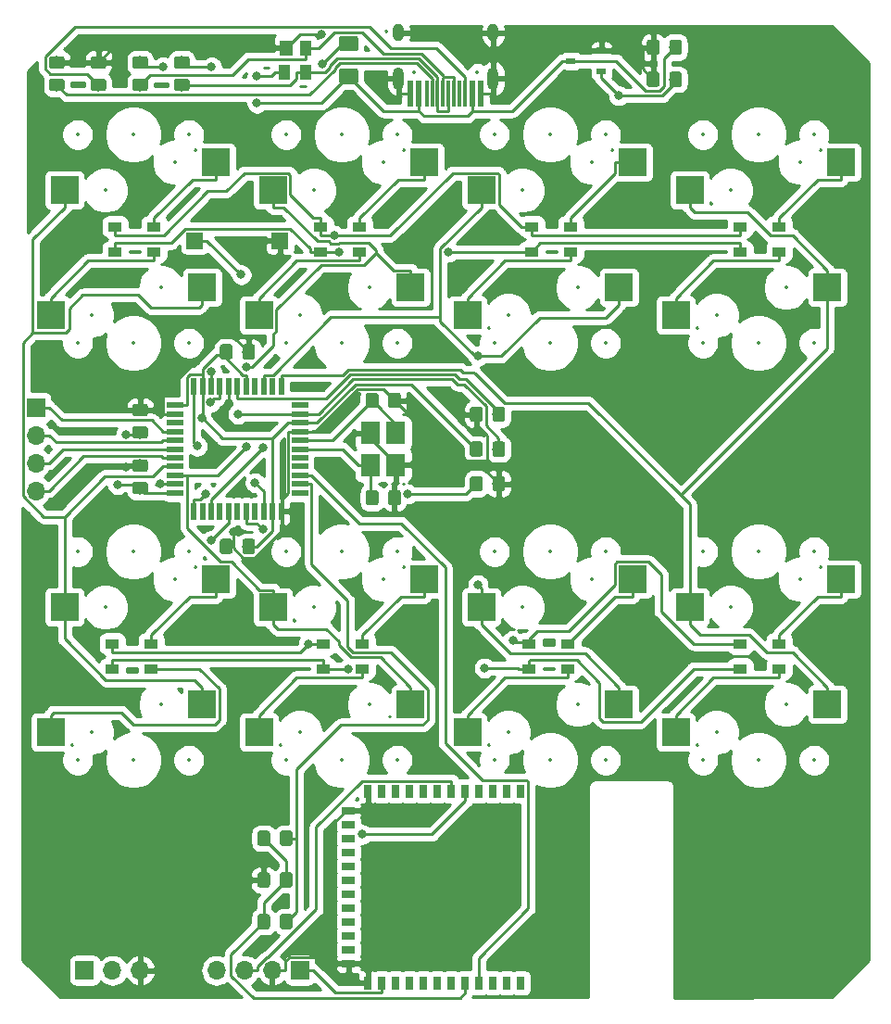
<source format=gbr>
%TF.GenerationSoftware,KiCad,Pcbnew,(5.1.2)-2*%
%TF.CreationDate,2020-03-24T23:19:36+08:00*%
%TF.ProjectId,wingxx-receiver-v4,77696e67-7878-42d7-9265-636569766572,rev?*%
%TF.SameCoordinates,Original*%
%TF.FileFunction,Copper,L2,Bot*%
%TF.FilePolarity,Positive*%
%FSLAX46Y46*%
G04 Gerber Fmt 4.6, Leading zero omitted, Abs format (unit mm)*
G04 Created by KiCad (PCBNEW (5.1.2)-2) date 2020-03-24 23:19:36*
%MOMM*%
%LPD*%
G04 APERTURE LIST*
%ADD10R,0.900000X0.600000*%
%ADD11C,0.350000*%
%ADD12C,1.150000*%
%ADD13R,1.300000X0.950000*%
%ADD14O,1.700000X1.700000*%
%ADD15R,1.700000X1.700000*%
%ADD16R,0.698500X1.198880*%
%ADD17R,1.198880X0.698500*%
%ADD18R,1.500000X1.500000*%
%ADD19R,1.800000X2.100000*%
%ADD20C,1.425000*%
%ADD21R,1.500000X0.550000*%
%ADD22R,0.550000X1.500000*%
%ADD23R,1.000000X1.400000*%
%ADD24R,1.200000X1.400000*%
%ADD25R,0.600000X2.450000*%
%ADD26R,0.300000X2.450000*%
%ADD27O,1.000000X2.100000*%
%ADD28O,1.000000X1.600000*%
%ADD29R,2.550000X2.500000*%
%ADD30C,0.800000*%
%ADD31C,0.250000*%
%ADD32C,0.254000*%
%ADD33C,0.350000*%
%ADD34O,0.600000X1.700000*%
%ADD35O,0.600000X1.200000*%
G04 APERTURE END LIST*
D10*
X125727000Y-62325200D03*
X128527000Y-63275200D03*
X128527000Y-61375200D03*
D11*
G36*
X135645505Y-63309204D02*
G01*
X135669773Y-63312804D01*
X135693572Y-63318765D01*
X135716671Y-63327030D01*
X135738850Y-63337520D01*
X135759893Y-63350132D01*
X135779599Y-63364747D01*
X135797777Y-63381223D01*
X135814253Y-63399401D01*
X135828868Y-63419107D01*
X135841480Y-63440150D01*
X135851970Y-63462329D01*
X135860235Y-63485428D01*
X135866196Y-63509227D01*
X135869796Y-63533495D01*
X135871000Y-63557999D01*
X135871000Y-64458001D01*
X135869796Y-64482505D01*
X135866196Y-64506773D01*
X135860235Y-64530572D01*
X135851970Y-64553671D01*
X135841480Y-64575850D01*
X135828868Y-64596893D01*
X135814253Y-64616599D01*
X135797777Y-64634777D01*
X135779599Y-64651253D01*
X135759893Y-64665868D01*
X135738850Y-64678480D01*
X135716671Y-64688970D01*
X135693572Y-64697235D01*
X135669773Y-64703196D01*
X135645505Y-64706796D01*
X135621001Y-64708000D01*
X134970999Y-64708000D01*
X134946495Y-64706796D01*
X134922227Y-64703196D01*
X134898428Y-64697235D01*
X134875329Y-64688970D01*
X134853150Y-64678480D01*
X134832107Y-64665868D01*
X134812401Y-64651253D01*
X134794223Y-64634777D01*
X134777747Y-64616599D01*
X134763132Y-64596893D01*
X134750520Y-64575850D01*
X134740030Y-64553671D01*
X134731765Y-64530572D01*
X134725804Y-64506773D01*
X134722204Y-64482505D01*
X134721000Y-64458001D01*
X134721000Y-63557999D01*
X134722204Y-63533495D01*
X134725804Y-63509227D01*
X134731765Y-63485428D01*
X134740030Y-63462329D01*
X134750520Y-63440150D01*
X134763132Y-63419107D01*
X134777747Y-63399401D01*
X134794223Y-63381223D01*
X134812401Y-63364747D01*
X134832107Y-63350132D01*
X134853150Y-63337520D01*
X134875329Y-63327030D01*
X134898428Y-63318765D01*
X134922227Y-63312804D01*
X134946495Y-63309204D01*
X134970999Y-63308000D01*
X135621001Y-63308000D01*
X135645505Y-63309204D01*
X135645505Y-63309204D01*
G37*
D12*
X135296000Y-64008000D03*
D11*
G36*
X133595505Y-63309204D02*
G01*
X133619773Y-63312804D01*
X133643572Y-63318765D01*
X133666671Y-63327030D01*
X133688850Y-63337520D01*
X133709893Y-63350132D01*
X133729599Y-63364747D01*
X133747777Y-63381223D01*
X133764253Y-63399401D01*
X133778868Y-63419107D01*
X133791480Y-63440150D01*
X133801970Y-63462329D01*
X133810235Y-63485428D01*
X133816196Y-63509227D01*
X133819796Y-63533495D01*
X133821000Y-63557999D01*
X133821000Y-64458001D01*
X133819796Y-64482505D01*
X133816196Y-64506773D01*
X133810235Y-64530572D01*
X133801970Y-64553671D01*
X133791480Y-64575850D01*
X133778868Y-64596893D01*
X133764253Y-64616599D01*
X133747777Y-64634777D01*
X133729599Y-64651253D01*
X133709893Y-64665868D01*
X133688850Y-64678480D01*
X133666671Y-64688970D01*
X133643572Y-64697235D01*
X133619773Y-64703196D01*
X133595505Y-64706796D01*
X133571001Y-64708000D01*
X132920999Y-64708000D01*
X132896495Y-64706796D01*
X132872227Y-64703196D01*
X132848428Y-64697235D01*
X132825329Y-64688970D01*
X132803150Y-64678480D01*
X132782107Y-64665868D01*
X132762401Y-64651253D01*
X132744223Y-64634777D01*
X132727747Y-64616599D01*
X132713132Y-64596893D01*
X132700520Y-64575850D01*
X132690030Y-64553671D01*
X132681765Y-64530572D01*
X132675804Y-64506773D01*
X132672204Y-64482505D01*
X132671000Y-64458001D01*
X132671000Y-63557999D01*
X132672204Y-63533495D01*
X132675804Y-63509227D01*
X132681765Y-63485428D01*
X132690030Y-63462329D01*
X132700520Y-63440150D01*
X132713132Y-63419107D01*
X132727747Y-63399401D01*
X132744223Y-63381223D01*
X132762401Y-63364747D01*
X132782107Y-63350132D01*
X132803150Y-63337520D01*
X132825329Y-63327030D01*
X132848428Y-63318765D01*
X132872227Y-63312804D01*
X132896495Y-63309204D01*
X132920999Y-63308000D01*
X133571001Y-63308000D01*
X133595505Y-63309204D01*
X133595505Y-63309204D01*
G37*
D12*
X133246000Y-64008000D03*
D11*
G36*
X135645505Y-60388204D02*
G01*
X135669773Y-60391804D01*
X135693572Y-60397765D01*
X135716671Y-60406030D01*
X135738850Y-60416520D01*
X135759893Y-60429132D01*
X135779599Y-60443747D01*
X135797777Y-60460223D01*
X135814253Y-60478401D01*
X135828868Y-60498107D01*
X135841480Y-60519150D01*
X135851970Y-60541329D01*
X135860235Y-60564428D01*
X135866196Y-60588227D01*
X135869796Y-60612495D01*
X135871000Y-60636999D01*
X135871000Y-61537001D01*
X135869796Y-61561505D01*
X135866196Y-61585773D01*
X135860235Y-61609572D01*
X135851970Y-61632671D01*
X135841480Y-61654850D01*
X135828868Y-61675893D01*
X135814253Y-61695599D01*
X135797777Y-61713777D01*
X135779599Y-61730253D01*
X135759893Y-61744868D01*
X135738850Y-61757480D01*
X135716671Y-61767970D01*
X135693572Y-61776235D01*
X135669773Y-61782196D01*
X135645505Y-61785796D01*
X135621001Y-61787000D01*
X134970999Y-61787000D01*
X134946495Y-61785796D01*
X134922227Y-61782196D01*
X134898428Y-61776235D01*
X134875329Y-61767970D01*
X134853150Y-61757480D01*
X134832107Y-61744868D01*
X134812401Y-61730253D01*
X134794223Y-61713777D01*
X134777747Y-61695599D01*
X134763132Y-61675893D01*
X134750520Y-61654850D01*
X134740030Y-61632671D01*
X134731765Y-61609572D01*
X134725804Y-61585773D01*
X134722204Y-61561505D01*
X134721000Y-61537001D01*
X134721000Y-60636999D01*
X134722204Y-60612495D01*
X134725804Y-60588227D01*
X134731765Y-60564428D01*
X134740030Y-60541329D01*
X134750520Y-60519150D01*
X134763132Y-60498107D01*
X134777747Y-60478401D01*
X134794223Y-60460223D01*
X134812401Y-60443747D01*
X134832107Y-60429132D01*
X134853150Y-60416520D01*
X134875329Y-60406030D01*
X134898428Y-60397765D01*
X134922227Y-60391804D01*
X134946495Y-60388204D01*
X134970999Y-60387000D01*
X135621001Y-60387000D01*
X135645505Y-60388204D01*
X135645505Y-60388204D01*
G37*
D12*
X135296000Y-61087000D03*
D11*
G36*
X133595505Y-60388204D02*
G01*
X133619773Y-60391804D01*
X133643572Y-60397765D01*
X133666671Y-60406030D01*
X133688850Y-60416520D01*
X133709893Y-60429132D01*
X133729599Y-60443747D01*
X133747777Y-60460223D01*
X133764253Y-60478401D01*
X133778868Y-60498107D01*
X133791480Y-60519150D01*
X133801970Y-60541329D01*
X133810235Y-60564428D01*
X133816196Y-60588227D01*
X133819796Y-60612495D01*
X133821000Y-60636999D01*
X133821000Y-61537001D01*
X133819796Y-61561505D01*
X133816196Y-61585773D01*
X133810235Y-61609572D01*
X133801970Y-61632671D01*
X133791480Y-61654850D01*
X133778868Y-61675893D01*
X133764253Y-61695599D01*
X133747777Y-61713777D01*
X133729599Y-61730253D01*
X133709893Y-61744868D01*
X133688850Y-61757480D01*
X133666671Y-61767970D01*
X133643572Y-61776235D01*
X133619773Y-61782196D01*
X133595505Y-61785796D01*
X133571001Y-61787000D01*
X132920999Y-61787000D01*
X132896495Y-61785796D01*
X132872227Y-61782196D01*
X132848428Y-61776235D01*
X132825329Y-61767970D01*
X132803150Y-61757480D01*
X132782107Y-61744868D01*
X132762401Y-61730253D01*
X132744223Y-61713777D01*
X132727747Y-61695599D01*
X132713132Y-61675893D01*
X132700520Y-61654850D01*
X132690030Y-61632671D01*
X132681765Y-61609572D01*
X132675804Y-61585773D01*
X132672204Y-61561505D01*
X132671000Y-61537001D01*
X132671000Y-60636999D01*
X132672204Y-60612495D01*
X132675804Y-60588227D01*
X132681765Y-60564428D01*
X132690030Y-60541329D01*
X132700520Y-60519150D01*
X132713132Y-60498107D01*
X132727747Y-60478401D01*
X132744223Y-60460223D01*
X132762401Y-60443747D01*
X132782107Y-60429132D01*
X132803150Y-60416520D01*
X132825329Y-60406030D01*
X132848428Y-60397765D01*
X132872227Y-60391804D01*
X132896495Y-60388204D01*
X132920999Y-60387000D01*
X133571001Y-60387000D01*
X133595505Y-60388204D01*
X133595505Y-60388204D01*
G37*
D12*
X133246000Y-61087000D03*
D13*
X144777000Y-117856000D03*
X141227000Y-117856000D03*
X125473000Y-117856000D03*
X121923000Y-117856000D03*
X106677000Y-117856000D03*
X103127000Y-117856000D03*
X87373000Y-117856000D03*
X83823000Y-117856000D03*
X144777000Y-115570000D03*
X141227000Y-115570000D03*
X125473000Y-115570000D03*
X121923000Y-115570000D03*
X106677000Y-115570000D03*
X103127000Y-115570000D03*
X87373000Y-115570000D03*
X83823000Y-115570000D03*
X144777000Y-79756000D03*
X141227000Y-79756000D03*
X125727000Y-79756000D03*
X122177000Y-79756000D03*
X106423000Y-79756000D03*
X102873000Y-79756000D03*
X87627000Y-79756000D03*
X84077000Y-79756000D03*
X144777000Y-77470000D03*
X141227000Y-77470000D03*
X125727000Y-77470000D03*
X122177000Y-77470000D03*
X106423000Y-77470000D03*
X102873000Y-77470000D03*
X87627000Y-77470000D03*
X84077000Y-77470000D03*
D14*
X76835000Y-101600000D03*
X76835000Y-99060000D03*
X76835000Y-96520000D03*
D15*
X76835000Y-93980000D03*
D16*
X107188000Y-146558000D03*
X114808000Y-129032000D03*
X116078000Y-129032000D03*
D17*
X105410000Y-144780000D03*
D16*
X109728000Y-146558000D03*
X110998000Y-146558000D03*
X112268000Y-146558000D03*
X113538000Y-146558000D03*
X114808000Y-146558000D03*
X116078000Y-146558000D03*
X117348000Y-146558000D03*
X118618000Y-146558000D03*
X119888000Y-146558000D03*
X121158000Y-129032000D03*
X119888000Y-129032000D03*
X118618000Y-129032000D03*
X117348000Y-129032000D03*
X113538000Y-129032000D03*
X112268000Y-129032000D03*
X110998000Y-129032000D03*
X109728000Y-129032000D03*
X108458000Y-129032000D03*
X107188000Y-129032000D03*
D17*
X105410000Y-130810000D03*
X105410000Y-132080000D03*
X105410000Y-133350000D03*
X105410000Y-134620000D03*
X105410000Y-135890000D03*
X105410000Y-137160000D03*
X105410000Y-138430000D03*
X105410000Y-139700000D03*
X105410000Y-140970000D03*
X105410000Y-142240000D03*
X105410000Y-143510000D03*
D16*
X121158000Y-146558000D03*
X108458000Y-146558000D03*
D18*
X99150000Y-78740000D03*
X91350000Y-78740000D03*
D19*
X109735000Y-99240000D03*
X109735000Y-96340000D03*
X107435000Y-96340000D03*
X107435000Y-99240000D03*
D11*
G36*
X106059504Y-63006204D02*
G01*
X106083773Y-63009804D01*
X106107571Y-63015765D01*
X106130671Y-63024030D01*
X106152849Y-63034520D01*
X106173893Y-63047133D01*
X106193598Y-63061747D01*
X106211777Y-63078223D01*
X106228253Y-63096402D01*
X106242867Y-63116107D01*
X106255480Y-63137151D01*
X106265970Y-63159329D01*
X106274235Y-63182429D01*
X106280196Y-63206227D01*
X106283796Y-63230496D01*
X106285000Y-63255000D01*
X106285000Y-64180000D01*
X106283796Y-64204504D01*
X106280196Y-64228773D01*
X106274235Y-64252571D01*
X106265970Y-64275671D01*
X106255480Y-64297849D01*
X106242867Y-64318893D01*
X106228253Y-64338598D01*
X106211777Y-64356777D01*
X106193598Y-64373253D01*
X106173893Y-64387867D01*
X106152849Y-64400480D01*
X106130671Y-64410970D01*
X106107571Y-64419235D01*
X106083773Y-64425196D01*
X106059504Y-64428796D01*
X106035000Y-64430000D01*
X104785000Y-64430000D01*
X104760496Y-64428796D01*
X104736227Y-64425196D01*
X104712429Y-64419235D01*
X104689329Y-64410970D01*
X104667151Y-64400480D01*
X104646107Y-64387867D01*
X104626402Y-64373253D01*
X104608223Y-64356777D01*
X104591747Y-64338598D01*
X104577133Y-64318893D01*
X104564520Y-64297849D01*
X104554030Y-64275671D01*
X104545765Y-64252571D01*
X104539804Y-64228773D01*
X104536204Y-64204504D01*
X104535000Y-64180000D01*
X104535000Y-63255000D01*
X104536204Y-63230496D01*
X104539804Y-63206227D01*
X104545765Y-63182429D01*
X104554030Y-63159329D01*
X104564520Y-63137151D01*
X104577133Y-63116107D01*
X104591747Y-63096402D01*
X104608223Y-63078223D01*
X104626402Y-63061747D01*
X104646107Y-63047133D01*
X104667151Y-63034520D01*
X104689329Y-63024030D01*
X104712429Y-63015765D01*
X104736227Y-63009804D01*
X104760496Y-63006204D01*
X104785000Y-63005000D01*
X106035000Y-63005000D01*
X106059504Y-63006204D01*
X106059504Y-63006204D01*
G37*
D20*
X105410000Y-63717500D03*
D11*
G36*
X106059504Y-60031204D02*
G01*
X106083773Y-60034804D01*
X106107571Y-60040765D01*
X106130671Y-60049030D01*
X106152849Y-60059520D01*
X106173893Y-60072133D01*
X106193598Y-60086747D01*
X106211777Y-60103223D01*
X106228253Y-60121402D01*
X106242867Y-60141107D01*
X106255480Y-60162151D01*
X106265970Y-60184329D01*
X106274235Y-60207429D01*
X106280196Y-60231227D01*
X106283796Y-60255496D01*
X106285000Y-60280000D01*
X106285000Y-61205000D01*
X106283796Y-61229504D01*
X106280196Y-61253773D01*
X106274235Y-61277571D01*
X106265970Y-61300671D01*
X106255480Y-61322849D01*
X106242867Y-61343893D01*
X106228253Y-61363598D01*
X106211777Y-61381777D01*
X106193598Y-61398253D01*
X106173893Y-61412867D01*
X106152849Y-61425480D01*
X106130671Y-61435970D01*
X106107571Y-61444235D01*
X106083773Y-61450196D01*
X106059504Y-61453796D01*
X106035000Y-61455000D01*
X104785000Y-61455000D01*
X104760496Y-61453796D01*
X104736227Y-61450196D01*
X104712429Y-61444235D01*
X104689329Y-61435970D01*
X104667151Y-61425480D01*
X104646107Y-61412867D01*
X104626402Y-61398253D01*
X104608223Y-61381777D01*
X104591747Y-61363598D01*
X104577133Y-61343893D01*
X104564520Y-61322849D01*
X104554030Y-61300671D01*
X104545765Y-61277571D01*
X104539804Y-61253773D01*
X104536204Y-61229504D01*
X104535000Y-61205000D01*
X104535000Y-60280000D01*
X104536204Y-60255496D01*
X104539804Y-60231227D01*
X104545765Y-60207429D01*
X104554030Y-60184329D01*
X104564520Y-60162151D01*
X104577133Y-60141107D01*
X104591747Y-60121402D01*
X104608223Y-60103223D01*
X104626402Y-60086747D01*
X104646107Y-60072133D01*
X104667151Y-60059520D01*
X104689329Y-60049030D01*
X104712429Y-60040765D01*
X104736227Y-60034804D01*
X104760496Y-60031204D01*
X104785000Y-60030000D01*
X106035000Y-60030000D01*
X106059504Y-60031204D01*
X106059504Y-60031204D01*
G37*
D20*
X105410000Y-60742500D03*
D11*
G36*
X117434505Y-100266204D02*
G01*
X117458773Y-100269804D01*
X117482572Y-100275765D01*
X117505671Y-100284030D01*
X117527850Y-100294520D01*
X117548893Y-100307132D01*
X117568599Y-100321747D01*
X117586777Y-100338223D01*
X117603253Y-100356401D01*
X117617868Y-100376107D01*
X117630480Y-100397150D01*
X117640970Y-100419329D01*
X117649235Y-100442428D01*
X117655196Y-100466227D01*
X117658796Y-100490495D01*
X117660000Y-100514999D01*
X117660000Y-101415001D01*
X117658796Y-101439505D01*
X117655196Y-101463773D01*
X117649235Y-101487572D01*
X117640970Y-101510671D01*
X117630480Y-101532850D01*
X117617868Y-101553893D01*
X117603253Y-101573599D01*
X117586777Y-101591777D01*
X117568599Y-101608253D01*
X117548893Y-101622868D01*
X117527850Y-101635480D01*
X117505671Y-101645970D01*
X117482572Y-101654235D01*
X117458773Y-101660196D01*
X117434505Y-101663796D01*
X117410001Y-101665000D01*
X116759999Y-101665000D01*
X116735495Y-101663796D01*
X116711227Y-101660196D01*
X116687428Y-101654235D01*
X116664329Y-101645970D01*
X116642150Y-101635480D01*
X116621107Y-101622868D01*
X116601401Y-101608253D01*
X116583223Y-101591777D01*
X116566747Y-101573599D01*
X116552132Y-101553893D01*
X116539520Y-101532850D01*
X116529030Y-101510671D01*
X116520765Y-101487572D01*
X116514804Y-101463773D01*
X116511204Y-101439505D01*
X116510000Y-101415001D01*
X116510000Y-100514999D01*
X116511204Y-100490495D01*
X116514804Y-100466227D01*
X116520765Y-100442428D01*
X116529030Y-100419329D01*
X116539520Y-100397150D01*
X116552132Y-100376107D01*
X116566747Y-100356401D01*
X116583223Y-100338223D01*
X116601401Y-100321747D01*
X116621107Y-100307132D01*
X116642150Y-100294520D01*
X116664329Y-100284030D01*
X116687428Y-100275765D01*
X116711227Y-100269804D01*
X116735495Y-100266204D01*
X116759999Y-100265000D01*
X117410001Y-100265000D01*
X117434505Y-100266204D01*
X117434505Y-100266204D01*
G37*
D12*
X117085000Y-100965000D03*
D11*
G36*
X119484505Y-100266204D02*
G01*
X119508773Y-100269804D01*
X119532572Y-100275765D01*
X119555671Y-100284030D01*
X119577850Y-100294520D01*
X119598893Y-100307132D01*
X119618599Y-100321747D01*
X119636777Y-100338223D01*
X119653253Y-100356401D01*
X119667868Y-100376107D01*
X119680480Y-100397150D01*
X119690970Y-100419329D01*
X119699235Y-100442428D01*
X119705196Y-100466227D01*
X119708796Y-100490495D01*
X119710000Y-100514999D01*
X119710000Y-101415001D01*
X119708796Y-101439505D01*
X119705196Y-101463773D01*
X119699235Y-101487572D01*
X119690970Y-101510671D01*
X119680480Y-101532850D01*
X119667868Y-101553893D01*
X119653253Y-101573599D01*
X119636777Y-101591777D01*
X119618599Y-101608253D01*
X119598893Y-101622868D01*
X119577850Y-101635480D01*
X119555671Y-101645970D01*
X119532572Y-101654235D01*
X119508773Y-101660196D01*
X119484505Y-101663796D01*
X119460001Y-101665000D01*
X118809999Y-101665000D01*
X118785495Y-101663796D01*
X118761227Y-101660196D01*
X118737428Y-101654235D01*
X118714329Y-101645970D01*
X118692150Y-101635480D01*
X118671107Y-101622868D01*
X118651401Y-101608253D01*
X118633223Y-101591777D01*
X118616747Y-101573599D01*
X118602132Y-101553893D01*
X118589520Y-101532850D01*
X118579030Y-101510671D01*
X118570765Y-101487572D01*
X118564804Y-101463773D01*
X118561204Y-101439505D01*
X118560000Y-101415001D01*
X118560000Y-100514999D01*
X118561204Y-100490495D01*
X118564804Y-100466227D01*
X118570765Y-100442428D01*
X118579030Y-100419329D01*
X118589520Y-100397150D01*
X118602132Y-100376107D01*
X118616747Y-100356401D01*
X118633223Y-100338223D01*
X118651401Y-100321747D01*
X118671107Y-100307132D01*
X118692150Y-100294520D01*
X118714329Y-100284030D01*
X118737428Y-100275765D01*
X118761227Y-100269804D01*
X118785495Y-100266204D01*
X118809999Y-100265000D01*
X119460001Y-100265000D01*
X119484505Y-100266204D01*
X119484505Y-100266204D01*
G37*
D12*
X119135000Y-100965000D03*
D11*
G36*
X119484505Y-97091204D02*
G01*
X119508773Y-97094804D01*
X119532572Y-97100765D01*
X119555671Y-97109030D01*
X119577850Y-97119520D01*
X119598893Y-97132132D01*
X119618599Y-97146747D01*
X119636777Y-97163223D01*
X119653253Y-97181401D01*
X119667868Y-97201107D01*
X119680480Y-97222150D01*
X119690970Y-97244329D01*
X119699235Y-97267428D01*
X119705196Y-97291227D01*
X119708796Y-97315495D01*
X119710000Y-97339999D01*
X119710000Y-98240001D01*
X119708796Y-98264505D01*
X119705196Y-98288773D01*
X119699235Y-98312572D01*
X119690970Y-98335671D01*
X119680480Y-98357850D01*
X119667868Y-98378893D01*
X119653253Y-98398599D01*
X119636777Y-98416777D01*
X119618599Y-98433253D01*
X119598893Y-98447868D01*
X119577850Y-98460480D01*
X119555671Y-98470970D01*
X119532572Y-98479235D01*
X119508773Y-98485196D01*
X119484505Y-98488796D01*
X119460001Y-98490000D01*
X118809999Y-98490000D01*
X118785495Y-98488796D01*
X118761227Y-98485196D01*
X118737428Y-98479235D01*
X118714329Y-98470970D01*
X118692150Y-98460480D01*
X118671107Y-98447868D01*
X118651401Y-98433253D01*
X118633223Y-98416777D01*
X118616747Y-98398599D01*
X118602132Y-98378893D01*
X118589520Y-98357850D01*
X118579030Y-98335671D01*
X118570765Y-98312572D01*
X118564804Y-98288773D01*
X118561204Y-98264505D01*
X118560000Y-98240001D01*
X118560000Y-97339999D01*
X118561204Y-97315495D01*
X118564804Y-97291227D01*
X118570765Y-97267428D01*
X118579030Y-97244329D01*
X118589520Y-97222150D01*
X118602132Y-97201107D01*
X118616747Y-97181401D01*
X118633223Y-97163223D01*
X118651401Y-97146747D01*
X118671107Y-97132132D01*
X118692150Y-97119520D01*
X118714329Y-97109030D01*
X118737428Y-97100765D01*
X118761227Y-97094804D01*
X118785495Y-97091204D01*
X118809999Y-97090000D01*
X119460001Y-97090000D01*
X119484505Y-97091204D01*
X119484505Y-97091204D01*
G37*
D12*
X119135000Y-97790000D03*
D11*
G36*
X117434505Y-97091204D02*
G01*
X117458773Y-97094804D01*
X117482572Y-97100765D01*
X117505671Y-97109030D01*
X117527850Y-97119520D01*
X117548893Y-97132132D01*
X117568599Y-97146747D01*
X117586777Y-97163223D01*
X117603253Y-97181401D01*
X117617868Y-97201107D01*
X117630480Y-97222150D01*
X117640970Y-97244329D01*
X117649235Y-97267428D01*
X117655196Y-97291227D01*
X117658796Y-97315495D01*
X117660000Y-97339999D01*
X117660000Y-98240001D01*
X117658796Y-98264505D01*
X117655196Y-98288773D01*
X117649235Y-98312572D01*
X117640970Y-98335671D01*
X117630480Y-98357850D01*
X117617868Y-98378893D01*
X117603253Y-98398599D01*
X117586777Y-98416777D01*
X117568599Y-98433253D01*
X117548893Y-98447868D01*
X117527850Y-98460480D01*
X117505671Y-98470970D01*
X117482572Y-98479235D01*
X117458773Y-98485196D01*
X117434505Y-98488796D01*
X117410001Y-98490000D01*
X116759999Y-98490000D01*
X116735495Y-98488796D01*
X116711227Y-98485196D01*
X116687428Y-98479235D01*
X116664329Y-98470970D01*
X116642150Y-98460480D01*
X116621107Y-98447868D01*
X116601401Y-98433253D01*
X116583223Y-98416777D01*
X116566747Y-98398599D01*
X116552132Y-98378893D01*
X116539520Y-98357850D01*
X116529030Y-98335671D01*
X116520765Y-98312572D01*
X116514804Y-98288773D01*
X116511204Y-98264505D01*
X116510000Y-98240001D01*
X116510000Y-97339999D01*
X116511204Y-97315495D01*
X116514804Y-97291227D01*
X116520765Y-97267428D01*
X116529030Y-97244329D01*
X116539520Y-97222150D01*
X116552132Y-97201107D01*
X116566747Y-97181401D01*
X116583223Y-97163223D01*
X116601401Y-97146747D01*
X116621107Y-97132132D01*
X116642150Y-97119520D01*
X116664329Y-97109030D01*
X116687428Y-97100765D01*
X116711227Y-97094804D01*
X116735495Y-97091204D01*
X116759999Y-97090000D01*
X117410001Y-97090000D01*
X117434505Y-97091204D01*
X117434505Y-97091204D01*
G37*
D12*
X117085000Y-97790000D03*
D11*
G36*
X90644505Y-63951204D02*
G01*
X90668773Y-63954804D01*
X90692572Y-63960765D01*
X90715671Y-63969030D01*
X90737850Y-63979520D01*
X90758893Y-63992132D01*
X90778599Y-64006747D01*
X90796777Y-64023223D01*
X90813253Y-64041401D01*
X90827868Y-64061107D01*
X90840480Y-64082150D01*
X90850970Y-64104329D01*
X90859235Y-64127428D01*
X90865196Y-64151227D01*
X90868796Y-64175495D01*
X90870000Y-64199999D01*
X90870000Y-64850001D01*
X90868796Y-64874505D01*
X90865196Y-64898773D01*
X90859235Y-64922572D01*
X90850970Y-64945671D01*
X90840480Y-64967850D01*
X90827868Y-64988893D01*
X90813253Y-65008599D01*
X90796777Y-65026777D01*
X90778599Y-65043253D01*
X90758893Y-65057868D01*
X90737850Y-65070480D01*
X90715671Y-65080970D01*
X90692572Y-65089235D01*
X90668773Y-65095196D01*
X90644505Y-65098796D01*
X90620001Y-65100000D01*
X89719999Y-65100000D01*
X89695495Y-65098796D01*
X89671227Y-65095196D01*
X89647428Y-65089235D01*
X89624329Y-65080970D01*
X89602150Y-65070480D01*
X89581107Y-65057868D01*
X89561401Y-65043253D01*
X89543223Y-65026777D01*
X89526747Y-65008599D01*
X89512132Y-64988893D01*
X89499520Y-64967850D01*
X89489030Y-64945671D01*
X89480765Y-64922572D01*
X89474804Y-64898773D01*
X89471204Y-64874505D01*
X89470000Y-64850001D01*
X89470000Y-64199999D01*
X89471204Y-64175495D01*
X89474804Y-64151227D01*
X89480765Y-64127428D01*
X89489030Y-64104329D01*
X89499520Y-64082150D01*
X89512132Y-64061107D01*
X89526747Y-64041401D01*
X89543223Y-64023223D01*
X89561401Y-64006747D01*
X89581107Y-63992132D01*
X89602150Y-63979520D01*
X89624329Y-63969030D01*
X89647428Y-63960765D01*
X89671227Y-63954804D01*
X89695495Y-63951204D01*
X89719999Y-63950000D01*
X90620001Y-63950000D01*
X90644505Y-63951204D01*
X90644505Y-63951204D01*
G37*
D12*
X90170000Y-64525000D03*
D11*
G36*
X90644505Y-61901204D02*
G01*
X90668773Y-61904804D01*
X90692572Y-61910765D01*
X90715671Y-61919030D01*
X90737850Y-61929520D01*
X90758893Y-61942132D01*
X90778599Y-61956747D01*
X90796777Y-61973223D01*
X90813253Y-61991401D01*
X90827868Y-62011107D01*
X90840480Y-62032150D01*
X90850970Y-62054329D01*
X90859235Y-62077428D01*
X90865196Y-62101227D01*
X90868796Y-62125495D01*
X90870000Y-62149999D01*
X90870000Y-62800001D01*
X90868796Y-62824505D01*
X90865196Y-62848773D01*
X90859235Y-62872572D01*
X90850970Y-62895671D01*
X90840480Y-62917850D01*
X90827868Y-62938893D01*
X90813253Y-62958599D01*
X90796777Y-62976777D01*
X90778599Y-62993253D01*
X90758893Y-63007868D01*
X90737850Y-63020480D01*
X90715671Y-63030970D01*
X90692572Y-63039235D01*
X90668773Y-63045196D01*
X90644505Y-63048796D01*
X90620001Y-63050000D01*
X89719999Y-63050000D01*
X89695495Y-63048796D01*
X89671227Y-63045196D01*
X89647428Y-63039235D01*
X89624329Y-63030970D01*
X89602150Y-63020480D01*
X89581107Y-63007868D01*
X89561401Y-62993253D01*
X89543223Y-62976777D01*
X89526747Y-62958599D01*
X89512132Y-62938893D01*
X89499520Y-62917850D01*
X89489030Y-62895671D01*
X89480765Y-62872572D01*
X89474804Y-62848773D01*
X89471204Y-62824505D01*
X89470000Y-62800001D01*
X89470000Y-62149999D01*
X89471204Y-62125495D01*
X89474804Y-62101227D01*
X89480765Y-62077428D01*
X89489030Y-62054329D01*
X89499520Y-62032150D01*
X89512132Y-62011107D01*
X89526747Y-61991401D01*
X89543223Y-61973223D01*
X89561401Y-61956747D01*
X89581107Y-61942132D01*
X89602150Y-61929520D01*
X89624329Y-61919030D01*
X89647428Y-61910765D01*
X89671227Y-61904804D01*
X89695495Y-61901204D01*
X89719999Y-61900000D01*
X90620001Y-61900000D01*
X90644505Y-61901204D01*
X90644505Y-61901204D01*
G37*
D12*
X90170000Y-62475000D03*
D11*
G36*
X86834505Y-63951204D02*
G01*
X86858773Y-63954804D01*
X86882572Y-63960765D01*
X86905671Y-63969030D01*
X86927850Y-63979520D01*
X86948893Y-63992132D01*
X86968599Y-64006747D01*
X86986777Y-64023223D01*
X87003253Y-64041401D01*
X87017868Y-64061107D01*
X87030480Y-64082150D01*
X87040970Y-64104329D01*
X87049235Y-64127428D01*
X87055196Y-64151227D01*
X87058796Y-64175495D01*
X87060000Y-64199999D01*
X87060000Y-64850001D01*
X87058796Y-64874505D01*
X87055196Y-64898773D01*
X87049235Y-64922572D01*
X87040970Y-64945671D01*
X87030480Y-64967850D01*
X87017868Y-64988893D01*
X87003253Y-65008599D01*
X86986777Y-65026777D01*
X86968599Y-65043253D01*
X86948893Y-65057868D01*
X86927850Y-65070480D01*
X86905671Y-65080970D01*
X86882572Y-65089235D01*
X86858773Y-65095196D01*
X86834505Y-65098796D01*
X86810001Y-65100000D01*
X85909999Y-65100000D01*
X85885495Y-65098796D01*
X85861227Y-65095196D01*
X85837428Y-65089235D01*
X85814329Y-65080970D01*
X85792150Y-65070480D01*
X85771107Y-65057868D01*
X85751401Y-65043253D01*
X85733223Y-65026777D01*
X85716747Y-65008599D01*
X85702132Y-64988893D01*
X85689520Y-64967850D01*
X85679030Y-64945671D01*
X85670765Y-64922572D01*
X85664804Y-64898773D01*
X85661204Y-64874505D01*
X85660000Y-64850001D01*
X85660000Y-64199999D01*
X85661204Y-64175495D01*
X85664804Y-64151227D01*
X85670765Y-64127428D01*
X85679030Y-64104329D01*
X85689520Y-64082150D01*
X85702132Y-64061107D01*
X85716747Y-64041401D01*
X85733223Y-64023223D01*
X85751401Y-64006747D01*
X85771107Y-63992132D01*
X85792150Y-63979520D01*
X85814329Y-63969030D01*
X85837428Y-63960765D01*
X85861227Y-63954804D01*
X85885495Y-63951204D01*
X85909999Y-63950000D01*
X86810001Y-63950000D01*
X86834505Y-63951204D01*
X86834505Y-63951204D01*
G37*
D12*
X86360000Y-64525000D03*
D11*
G36*
X86834505Y-61901204D02*
G01*
X86858773Y-61904804D01*
X86882572Y-61910765D01*
X86905671Y-61919030D01*
X86927850Y-61929520D01*
X86948893Y-61942132D01*
X86968599Y-61956747D01*
X86986777Y-61973223D01*
X87003253Y-61991401D01*
X87017868Y-62011107D01*
X87030480Y-62032150D01*
X87040970Y-62054329D01*
X87049235Y-62077428D01*
X87055196Y-62101227D01*
X87058796Y-62125495D01*
X87060000Y-62149999D01*
X87060000Y-62800001D01*
X87058796Y-62824505D01*
X87055196Y-62848773D01*
X87049235Y-62872572D01*
X87040970Y-62895671D01*
X87030480Y-62917850D01*
X87017868Y-62938893D01*
X87003253Y-62958599D01*
X86986777Y-62976777D01*
X86968599Y-62993253D01*
X86948893Y-63007868D01*
X86927850Y-63020480D01*
X86905671Y-63030970D01*
X86882572Y-63039235D01*
X86858773Y-63045196D01*
X86834505Y-63048796D01*
X86810001Y-63050000D01*
X85909999Y-63050000D01*
X85885495Y-63048796D01*
X85861227Y-63045196D01*
X85837428Y-63039235D01*
X85814329Y-63030970D01*
X85792150Y-63020480D01*
X85771107Y-63007868D01*
X85751401Y-62993253D01*
X85733223Y-62976777D01*
X85716747Y-62958599D01*
X85702132Y-62938893D01*
X85689520Y-62917850D01*
X85679030Y-62895671D01*
X85670765Y-62872572D01*
X85664804Y-62848773D01*
X85661204Y-62824505D01*
X85660000Y-62800001D01*
X85660000Y-62149999D01*
X85661204Y-62125495D01*
X85664804Y-62101227D01*
X85670765Y-62077428D01*
X85679030Y-62054329D01*
X85689520Y-62032150D01*
X85702132Y-62011107D01*
X85716747Y-61991401D01*
X85733223Y-61973223D01*
X85751401Y-61956747D01*
X85771107Y-61942132D01*
X85792150Y-61929520D01*
X85814329Y-61919030D01*
X85837428Y-61910765D01*
X85861227Y-61904804D01*
X85885495Y-61901204D01*
X85909999Y-61900000D01*
X86810001Y-61900000D01*
X86834505Y-61901204D01*
X86834505Y-61901204D01*
G37*
D12*
X86360000Y-62475000D03*
D11*
G36*
X83024505Y-63951204D02*
G01*
X83048773Y-63954804D01*
X83072572Y-63960765D01*
X83095671Y-63969030D01*
X83117850Y-63979520D01*
X83138893Y-63992132D01*
X83158599Y-64006747D01*
X83176777Y-64023223D01*
X83193253Y-64041401D01*
X83207868Y-64061107D01*
X83220480Y-64082150D01*
X83230970Y-64104329D01*
X83239235Y-64127428D01*
X83245196Y-64151227D01*
X83248796Y-64175495D01*
X83250000Y-64199999D01*
X83250000Y-64850001D01*
X83248796Y-64874505D01*
X83245196Y-64898773D01*
X83239235Y-64922572D01*
X83230970Y-64945671D01*
X83220480Y-64967850D01*
X83207868Y-64988893D01*
X83193253Y-65008599D01*
X83176777Y-65026777D01*
X83158599Y-65043253D01*
X83138893Y-65057868D01*
X83117850Y-65070480D01*
X83095671Y-65080970D01*
X83072572Y-65089235D01*
X83048773Y-65095196D01*
X83024505Y-65098796D01*
X83000001Y-65100000D01*
X82099999Y-65100000D01*
X82075495Y-65098796D01*
X82051227Y-65095196D01*
X82027428Y-65089235D01*
X82004329Y-65080970D01*
X81982150Y-65070480D01*
X81961107Y-65057868D01*
X81941401Y-65043253D01*
X81923223Y-65026777D01*
X81906747Y-65008599D01*
X81892132Y-64988893D01*
X81879520Y-64967850D01*
X81869030Y-64945671D01*
X81860765Y-64922572D01*
X81854804Y-64898773D01*
X81851204Y-64874505D01*
X81850000Y-64850001D01*
X81850000Y-64199999D01*
X81851204Y-64175495D01*
X81854804Y-64151227D01*
X81860765Y-64127428D01*
X81869030Y-64104329D01*
X81879520Y-64082150D01*
X81892132Y-64061107D01*
X81906747Y-64041401D01*
X81923223Y-64023223D01*
X81941401Y-64006747D01*
X81961107Y-63992132D01*
X81982150Y-63979520D01*
X82004329Y-63969030D01*
X82027428Y-63960765D01*
X82051227Y-63954804D01*
X82075495Y-63951204D01*
X82099999Y-63950000D01*
X83000001Y-63950000D01*
X83024505Y-63951204D01*
X83024505Y-63951204D01*
G37*
D12*
X82550000Y-64525000D03*
D11*
G36*
X83024505Y-61901204D02*
G01*
X83048773Y-61904804D01*
X83072572Y-61910765D01*
X83095671Y-61919030D01*
X83117850Y-61929520D01*
X83138893Y-61942132D01*
X83158599Y-61956747D01*
X83176777Y-61973223D01*
X83193253Y-61991401D01*
X83207868Y-62011107D01*
X83220480Y-62032150D01*
X83230970Y-62054329D01*
X83239235Y-62077428D01*
X83245196Y-62101227D01*
X83248796Y-62125495D01*
X83250000Y-62149999D01*
X83250000Y-62800001D01*
X83248796Y-62824505D01*
X83245196Y-62848773D01*
X83239235Y-62872572D01*
X83230970Y-62895671D01*
X83220480Y-62917850D01*
X83207868Y-62938893D01*
X83193253Y-62958599D01*
X83176777Y-62976777D01*
X83158599Y-62993253D01*
X83138893Y-63007868D01*
X83117850Y-63020480D01*
X83095671Y-63030970D01*
X83072572Y-63039235D01*
X83048773Y-63045196D01*
X83024505Y-63048796D01*
X83000001Y-63050000D01*
X82099999Y-63050000D01*
X82075495Y-63048796D01*
X82051227Y-63045196D01*
X82027428Y-63039235D01*
X82004329Y-63030970D01*
X81982150Y-63020480D01*
X81961107Y-63007868D01*
X81941401Y-62993253D01*
X81923223Y-62976777D01*
X81906747Y-62958599D01*
X81892132Y-62938893D01*
X81879520Y-62917850D01*
X81869030Y-62895671D01*
X81860765Y-62872572D01*
X81854804Y-62848773D01*
X81851204Y-62824505D01*
X81850000Y-62800001D01*
X81850000Y-62149999D01*
X81851204Y-62125495D01*
X81854804Y-62101227D01*
X81860765Y-62077428D01*
X81869030Y-62054329D01*
X81879520Y-62032150D01*
X81892132Y-62011107D01*
X81906747Y-61991401D01*
X81923223Y-61973223D01*
X81941401Y-61956747D01*
X81961107Y-61942132D01*
X81982150Y-61929520D01*
X82004329Y-61919030D01*
X82027428Y-61910765D01*
X82051227Y-61904804D01*
X82075495Y-61901204D01*
X82099999Y-61900000D01*
X83000001Y-61900000D01*
X83024505Y-61901204D01*
X83024505Y-61901204D01*
G37*
D12*
X82550000Y-62475000D03*
D11*
G36*
X79214505Y-63951204D02*
G01*
X79238773Y-63954804D01*
X79262572Y-63960765D01*
X79285671Y-63969030D01*
X79307850Y-63979520D01*
X79328893Y-63992132D01*
X79348599Y-64006747D01*
X79366777Y-64023223D01*
X79383253Y-64041401D01*
X79397868Y-64061107D01*
X79410480Y-64082150D01*
X79420970Y-64104329D01*
X79429235Y-64127428D01*
X79435196Y-64151227D01*
X79438796Y-64175495D01*
X79440000Y-64199999D01*
X79440000Y-64850001D01*
X79438796Y-64874505D01*
X79435196Y-64898773D01*
X79429235Y-64922572D01*
X79420970Y-64945671D01*
X79410480Y-64967850D01*
X79397868Y-64988893D01*
X79383253Y-65008599D01*
X79366777Y-65026777D01*
X79348599Y-65043253D01*
X79328893Y-65057868D01*
X79307850Y-65070480D01*
X79285671Y-65080970D01*
X79262572Y-65089235D01*
X79238773Y-65095196D01*
X79214505Y-65098796D01*
X79190001Y-65100000D01*
X78289999Y-65100000D01*
X78265495Y-65098796D01*
X78241227Y-65095196D01*
X78217428Y-65089235D01*
X78194329Y-65080970D01*
X78172150Y-65070480D01*
X78151107Y-65057868D01*
X78131401Y-65043253D01*
X78113223Y-65026777D01*
X78096747Y-65008599D01*
X78082132Y-64988893D01*
X78069520Y-64967850D01*
X78059030Y-64945671D01*
X78050765Y-64922572D01*
X78044804Y-64898773D01*
X78041204Y-64874505D01*
X78040000Y-64850001D01*
X78040000Y-64199999D01*
X78041204Y-64175495D01*
X78044804Y-64151227D01*
X78050765Y-64127428D01*
X78059030Y-64104329D01*
X78069520Y-64082150D01*
X78082132Y-64061107D01*
X78096747Y-64041401D01*
X78113223Y-64023223D01*
X78131401Y-64006747D01*
X78151107Y-63992132D01*
X78172150Y-63979520D01*
X78194329Y-63969030D01*
X78217428Y-63960765D01*
X78241227Y-63954804D01*
X78265495Y-63951204D01*
X78289999Y-63950000D01*
X79190001Y-63950000D01*
X79214505Y-63951204D01*
X79214505Y-63951204D01*
G37*
D12*
X78740000Y-64525000D03*
D11*
G36*
X79214505Y-61901204D02*
G01*
X79238773Y-61904804D01*
X79262572Y-61910765D01*
X79285671Y-61919030D01*
X79307850Y-61929520D01*
X79328893Y-61942132D01*
X79348599Y-61956747D01*
X79366777Y-61973223D01*
X79383253Y-61991401D01*
X79397868Y-62011107D01*
X79410480Y-62032150D01*
X79420970Y-62054329D01*
X79429235Y-62077428D01*
X79435196Y-62101227D01*
X79438796Y-62125495D01*
X79440000Y-62149999D01*
X79440000Y-62800001D01*
X79438796Y-62824505D01*
X79435196Y-62848773D01*
X79429235Y-62872572D01*
X79420970Y-62895671D01*
X79410480Y-62917850D01*
X79397868Y-62938893D01*
X79383253Y-62958599D01*
X79366777Y-62976777D01*
X79348599Y-62993253D01*
X79328893Y-63007868D01*
X79307850Y-63020480D01*
X79285671Y-63030970D01*
X79262572Y-63039235D01*
X79238773Y-63045196D01*
X79214505Y-63048796D01*
X79190001Y-63050000D01*
X78289999Y-63050000D01*
X78265495Y-63048796D01*
X78241227Y-63045196D01*
X78217428Y-63039235D01*
X78194329Y-63030970D01*
X78172150Y-63020480D01*
X78151107Y-63007868D01*
X78131401Y-62993253D01*
X78113223Y-62976777D01*
X78096747Y-62958599D01*
X78082132Y-62938893D01*
X78069520Y-62917850D01*
X78059030Y-62895671D01*
X78050765Y-62872572D01*
X78044804Y-62848773D01*
X78041204Y-62824505D01*
X78040000Y-62800001D01*
X78040000Y-62149999D01*
X78041204Y-62125495D01*
X78044804Y-62101227D01*
X78050765Y-62077428D01*
X78059030Y-62054329D01*
X78069520Y-62032150D01*
X78082132Y-62011107D01*
X78096747Y-61991401D01*
X78113223Y-61973223D01*
X78131401Y-61956747D01*
X78151107Y-61942132D01*
X78172150Y-61929520D01*
X78194329Y-61919030D01*
X78217428Y-61910765D01*
X78241227Y-61904804D01*
X78265495Y-61901204D01*
X78289999Y-61900000D01*
X79190001Y-61900000D01*
X79214505Y-61901204D01*
X79214505Y-61901204D01*
G37*
D12*
X78740000Y-62475000D03*
D11*
G36*
X86834505Y-100781204D02*
G01*
X86858773Y-100784804D01*
X86882572Y-100790765D01*
X86905671Y-100799030D01*
X86927850Y-100809520D01*
X86948893Y-100822132D01*
X86968599Y-100836747D01*
X86986777Y-100853223D01*
X87003253Y-100871401D01*
X87017868Y-100891107D01*
X87030480Y-100912150D01*
X87040970Y-100934329D01*
X87049235Y-100957428D01*
X87055196Y-100981227D01*
X87058796Y-101005495D01*
X87060000Y-101029999D01*
X87060000Y-101680001D01*
X87058796Y-101704505D01*
X87055196Y-101728773D01*
X87049235Y-101752572D01*
X87040970Y-101775671D01*
X87030480Y-101797850D01*
X87017868Y-101818893D01*
X87003253Y-101838599D01*
X86986777Y-101856777D01*
X86968599Y-101873253D01*
X86948893Y-101887868D01*
X86927850Y-101900480D01*
X86905671Y-101910970D01*
X86882572Y-101919235D01*
X86858773Y-101925196D01*
X86834505Y-101928796D01*
X86810001Y-101930000D01*
X85909999Y-101930000D01*
X85885495Y-101928796D01*
X85861227Y-101925196D01*
X85837428Y-101919235D01*
X85814329Y-101910970D01*
X85792150Y-101900480D01*
X85771107Y-101887868D01*
X85751401Y-101873253D01*
X85733223Y-101856777D01*
X85716747Y-101838599D01*
X85702132Y-101818893D01*
X85689520Y-101797850D01*
X85679030Y-101775671D01*
X85670765Y-101752572D01*
X85664804Y-101728773D01*
X85661204Y-101704505D01*
X85660000Y-101680001D01*
X85660000Y-101029999D01*
X85661204Y-101005495D01*
X85664804Y-100981227D01*
X85670765Y-100957428D01*
X85679030Y-100934329D01*
X85689520Y-100912150D01*
X85702132Y-100891107D01*
X85716747Y-100871401D01*
X85733223Y-100853223D01*
X85751401Y-100836747D01*
X85771107Y-100822132D01*
X85792150Y-100809520D01*
X85814329Y-100799030D01*
X85837428Y-100790765D01*
X85861227Y-100784804D01*
X85885495Y-100781204D01*
X85909999Y-100780000D01*
X86810001Y-100780000D01*
X86834505Y-100781204D01*
X86834505Y-100781204D01*
G37*
D12*
X86360000Y-101355000D03*
D11*
G36*
X86834505Y-98731204D02*
G01*
X86858773Y-98734804D01*
X86882572Y-98740765D01*
X86905671Y-98749030D01*
X86927850Y-98759520D01*
X86948893Y-98772132D01*
X86968599Y-98786747D01*
X86986777Y-98803223D01*
X87003253Y-98821401D01*
X87017868Y-98841107D01*
X87030480Y-98862150D01*
X87040970Y-98884329D01*
X87049235Y-98907428D01*
X87055196Y-98931227D01*
X87058796Y-98955495D01*
X87060000Y-98979999D01*
X87060000Y-99630001D01*
X87058796Y-99654505D01*
X87055196Y-99678773D01*
X87049235Y-99702572D01*
X87040970Y-99725671D01*
X87030480Y-99747850D01*
X87017868Y-99768893D01*
X87003253Y-99788599D01*
X86986777Y-99806777D01*
X86968599Y-99823253D01*
X86948893Y-99837868D01*
X86927850Y-99850480D01*
X86905671Y-99860970D01*
X86882572Y-99869235D01*
X86858773Y-99875196D01*
X86834505Y-99878796D01*
X86810001Y-99880000D01*
X85909999Y-99880000D01*
X85885495Y-99878796D01*
X85861227Y-99875196D01*
X85837428Y-99869235D01*
X85814329Y-99860970D01*
X85792150Y-99850480D01*
X85771107Y-99837868D01*
X85751401Y-99823253D01*
X85733223Y-99806777D01*
X85716747Y-99788599D01*
X85702132Y-99768893D01*
X85689520Y-99747850D01*
X85679030Y-99725671D01*
X85670765Y-99702572D01*
X85664804Y-99678773D01*
X85661204Y-99654505D01*
X85660000Y-99630001D01*
X85660000Y-98979999D01*
X85661204Y-98955495D01*
X85664804Y-98931227D01*
X85670765Y-98907428D01*
X85679030Y-98884329D01*
X85689520Y-98862150D01*
X85702132Y-98841107D01*
X85716747Y-98821401D01*
X85733223Y-98803223D01*
X85751401Y-98786747D01*
X85771107Y-98772132D01*
X85792150Y-98759520D01*
X85814329Y-98749030D01*
X85837428Y-98740765D01*
X85861227Y-98734804D01*
X85885495Y-98731204D01*
X85909999Y-98730000D01*
X86810001Y-98730000D01*
X86834505Y-98731204D01*
X86834505Y-98731204D01*
G37*
D12*
X86360000Y-99305000D03*
D11*
G36*
X86834505Y-95701204D02*
G01*
X86858773Y-95704804D01*
X86882572Y-95710765D01*
X86905671Y-95719030D01*
X86927850Y-95729520D01*
X86948893Y-95742132D01*
X86968599Y-95756747D01*
X86986777Y-95773223D01*
X87003253Y-95791401D01*
X87017868Y-95811107D01*
X87030480Y-95832150D01*
X87040970Y-95854329D01*
X87049235Y-95877428D01*
X87055196Y-95901227D01*
X87058796Y-95925495D01*
X87060000Y-95949999D01*
X87060000Y-96600001D01*
X87058796Y-96624505D01*
X87055196Y-96648773D01*
X87049235Y-96672572D01*
X87040970Y-96695671D01*
X87030480Y-96717850D01*
X87017868Y-96738893D01*
X87003253Y-96758599D01*
X86986777Y-96776777D01*
X86968599Y-96793253D01*
X86948893Y-96807868D01*
X86927850Y-96820480D01*
X86905671Y-96830970D01*
X86882572Y-96839235D01*
X86858773Y-96845196D01*
X86834505Y-96848796D01*
X86810001Y-96850000D01*
X85909999Y-96850000D01*
X85885495Y-96848796D01*
X85861227Y-96845196D01*
X85837428Y-96839235D01*
X85814329Y-96830970D01*
X85792150Y-96820480D01*
X85771107Y-96807868D01*
X85751401Y-96793253D01*
X85733223Y-96776777D01*
X85716747Y-96758599D01*
X85702132Y-96738893D01*
X85689520Y-96717850D01*
X85679030Y-96695671D01*
X85670765Y-96672572D01*
X85664804Y-96648773D01*
X85661204Y-96624505D01*
X85660000Y-96600001D01*
X85660000Y-95949999D01*
X85661204Y-95925495D01*
X85664804Y-95901227D01*
X85670765Y-95877428D01*
X85679030Y-95854329D01*
X85689520Y-95832150D01*
X85702132Y-95811107D01*
X85716747Y-95791401D01*
X85733223Y-95773223D01*
X85751401Y-95756747D01*
X85771107Y-95742132D01*
X85792150Y-95729520D01*
X85814329Y-95719030D01*
X85837428Y-95710765D01*
X85861227Y-95704804D01*
X85885495Y-95701204D01*
X85909999Y-95700000D01*
X86810001Y-95700000D01*
X86834505Y-95701204D01*
X86834505Y-95701204D01*
G37*
D12*
X86360000Y-96275000D03*
D11*
G36*
X86834505Y-93651204D02*
G01*
X86858773Y-93654804D01*
X86882572Y-93660765D01*
X86905671Y-93669030D01*
X86927850Y-93679520D01*
X86948893Y-93692132D01*
X86968599Y-93706747D01*
X86986777Y-93723223D01*
X87003253Y-93741401D01*
X87017868Y-93761107D01*
X87030480Y-93782150D01*
X87040970Y-93804329D01*
X87049235Y-93827428D01*
X87055196Y-93851227D01*
X87058796Y-93875495D01*
X87060000Y-93899999D01*
X87060000Y-94550001D01*
X87058796Y-94574505D01*
X87055196Y-94598773D01*
X87049235Y-94622572D01*
X87040970Y-94645671D01*
X87030480Y-94667850D01*
X87017868Y-94688893D01*
X87003253Y-94708599D01*
X86986777Y-94726777D01*
X86968599Y-94743253D01*
X86948893Y-94757868D01*
X86927850Y-94770480D01*
X86905671Y-94780970D01*
X86882572Y-94789235D01*
X86858773Y-94795196D01*
X86834505Y-94798796D01*
X86810001Y-94800000D01*
X85909999Y-94800000D01*
X85885495Y-94798796D01*
X85861227Y-94795196D01*
X85837428Y-94789235D01*
X85814329Y-94780970D01*
X85792150Y-94770480D01*
X85771107Y-94757868D01*
X85751401Y-94743253D01*
X85733223Y-94726777D01*
X85716747Y-94708599D01*
X85702132Y-94688893D01*
X85689520Y-94667850D01*
X85679030Y-94645671D01*
X85670765Y-94622572D01*
X85664804Y-94598773D01*
X85661204Y-94574505D01*
X85660000Y-94550001D01*
X85660000Y-93899999D01*
X85661204Y-93875495D01*
X85664804Y-93851227D01*
X85670765Y-93827428D01*
X85679030Y-93804329D01*
X85689520Y-93782150D01*
X85702132Y-93761107D01*
X85716747Y-93741401D01*
X85733223Y-93723223D01*
X85751401Y-93706747D01*
X85771107Y-93692132D01*
X85792150Y-93679520D01*
X85814329Y-93669030D01*
X85837428Y-93660765D01*
X85861227Y-93654804D01*
X85885495Y-93651204D01*
X85909999Y-93650000D01*
X86810001Y-93650000D01*
X86834505Y-93651204D01*
X86834505Y-93651204D01*
G37*
D12*
X86360000Y-94225000D03*
D11*
G36*
X96624505Y-105981204D02*
G01*
X96648773Y-105984804D01*
X96672572Y-105990765D01*
X96695671Y-105999030D01*
X96717850Y-106009520D01*
X96738893Y-106022132D01*
X96758599Y-106036747D01*
X96776777Y-106053223D01*
X96793253Y-106071401D01*
X96807868Y-106091107D01*
X96820480Y-106112150D01*
X96830970Y-106134329D01*
X96839235Y-106157428D01*
X96845196Y-106181227D01*
X96848796Y-106205495D01*
X96850000Y-106229999D01*
X96850000Y-107130001D01*
X96848796Y-107154505D01*
X96845196Y-107178773D01*
X96839235Y-107202572D01*
X96830970Y-107225671D01*
X96820480Y-107247850D01*
X96807868Y-107268893D01*
X96793253Y-107288599D01*
X96776777Y-107306777D01*
X96758599Y-107323253D01*
X96738893Y-107337868D01*
X96717850Y-107350480D01*
X96695671Y-107360970D01*
X96672572Y-107369235D01*
X96648773Y-107375196D01*
X96624505Y-107378796D01*
X96600001Y-107380000D01*
X95949999Y-107380000D01*
X95925495Y-107378796D01*
X95901227Y-107375196D01*
X95877428Y-107369235D01*
X95854329Y-107360970D01*
X95832150Y-107350480D01*
X95811107Y-107337868D01*
X95791401Y-107323253D01*
X95773223Y-107306777D01*
X95756747Y-107288599D01*
X95742132Y-107268893D01*
X95729520Y-107247850D01*
X95719030Y-107225671D01*
X95710765Y-107202572D01*
X95704804Y-107178773D01*
X95701204Y-107154505D01*
X95700000Y-107130001D01*
X95700000Y-106229999D01*
X95701204Y-106205495D01*
X95704804Y-106181227D01*
X95710765Y-106157428D01*
X95719030Y-106134329D01*
X95729520Y-106112150D01*
X95742132Y-106091107D01*
X95756747Y-106071401D01*
X95773223Y-106053223D01*
X95791401Y-106036747D01*
X95811107Y-106022132D01*
X95832150Y-106009520D01*
X95854329Y-105999030D01*
X95877428Y-105990765D01*
X95901227Y-105984804D01*
X95925495Y-105981204D01*
X95949999Y-105980000D01*
X96600001Y-105980000D01*
X96624505Y-105981204D01*
X96624505Y-105981204D01*
G37*
D12*
X96275000Y-106680000D03*
D11*
G36*
X94574505Y-105981204D02*
G01*
X94598773Y-105984804D01*
X94622572Y-105990765D01*
X94645671Y-105999030D01*
X94667850Y-106009520D01*
X94688893Y-106022132D01*
X94708599Y-106036747D01*
X94726777Y-106053223D01*
X94743253Y-106071401D01*
X94757868Y-106091107D01*
X94770480Y-106112150D01*
X94780970Y-106134329D01*
X94789235Y-106157428D01*
X94795196Y-106181227D01*
X94798796Y-106205495D01*
X94800000Y-106229999D01*
X94800000Y-107130001D01*
X94798796Y-107154505D01*
X94795196Y-107178773D01*
X94789235Y-107202572D01*
X94780970Y-107225671D01*
X94770480Y-107247850D01*
X94757868Y-107268893D01*
X94743253Y-107288599D01*
X94726777Y-107306777D01*
X94708599Y-107323253D01*
X94688893Y-107337868D01*
X94667850Y-107350480D01*
X94645671Y-107360970D01*
X94622572Y-107369235D01*
X94598773Y-107375196D01*
X94574505Y-107378796D01*
X94550001Y-107380000D01*
X93899999Y-107380000D01*
X93875495Y-107378796D01*
X93851227Y-107375196D01*
X93827428Y-107369235D01*
X93804329Y-107360970D01*
X93782150Y-107350480D01*
X93761107Y-107337868D01*
X93741401Y-107323253D01*
X93723223Y-107306777D01*
X93706747Y-107288599D01*
X93692132Y-107268893D01*
X93679520Y-107247850D01*
X93669030Y-107225671D01*
X93660765Y-107202572D01*
X93654804Y-107178773D01*
X93651204Y-107154505D01*
X93650000Y-107130001D01*
X93650000Y-106229999D01*
X93651204Y-106205495D01*
X93654804Y-106181227D01*
X93660765Y-106157428D01*
X93669030Y-106134329D01*
X93679520Y-106112150D01*
X93692132Y-106091107D01*
X93706747Y-106071401D01*
X93723223Y-106053223D01*
X93741401Y-106036747D01*
X93761107Y-106022132D01*
X93782150Y-106009520D01*
X93804329Y-105999030D01*
X93827428Y-105990765D01*
X93851227Y-105984804D01*
X93875495Y-105981204D01*
X93899999Y-105980000D01*
X94550001Y-105980000D01*
X94574505Y-105981204D01*
X94574505Y-105981204D01*
G37*
D12*
X94225000Y-106680000D03*
D11*
G36*
X94574505Y-88201204D02*
G01*
X94598773Y-88204804D01*
X94622572Y-88210765D01*
X94645671Y-88219030D01*
X94667850Y-88229520D01*
X94688893Y-88242132D01*
X94708599Y-88256747D01*
X94726777Y-88273223D01*
X94743253Y-88291401D01*
X94757868Y-88311107D01*
X94770480Y-88332150D01*
X94780970Y-88354329D01*
X94789235Y-88377428D01*
X94795196Y-88401227D01*
X94798796Y-88425495D01*
X94800000Y-88449999D01*
X94800000Y-89350001D01*
X94798796Y-89374505D01*
X94795196Y-89398773D01*
X94789235Y-89422572D01*
X94780970Y-89445671D01*
X94770480Y-89467850D01*
X94757868Y-89488893D01*
X94743253Y-89508599D01*
X94726777Y-89526777D01*
X94708599Y-89543253D01*
X94688893Y-89557868D01*
X94667850Y-89570480D01*
X94645671Y-89580970D01*
X94622572Y-89589235D01*
X94598773Y-89595196D01*
X94574505Y-89598796D01*
X94550001Y-89600000D01*
X93899999Y-89600000D01*
X93875495Y-89598796D01*
X93851227Y-89595196D01*
X93827428Y-89589235D01*
X93804329Y-89580970D01*
X93782150Y-89570480D01*
X93761107Y-89557868D01*
X93741401Y-89543253D01*
X93723223Y-89526777D01*
X93706747Y-89508599D01*
X93692132Y-89488893D01*
X93679520Y-89467850D01*
X93669030Y-89445671D01*
X93660765Y-89422572D01*
X93654804Y-89398773D01*
X93651204Y-89374505D01*
X93650000Y-89350001D01*
X93650000Y-88449999D01*
X93651204Y-88425495D01*
X93654804Y-88401227D01*
X93660765Y-88377428D01*
X93669030Y-88354329D01*
X93679520Y-88332150D01*
X93692132Y-88311107D01*
X93706747Y-88291401D01*
X93723223Y-88273223D01*
X93741401Y-88256747D01*
X93761107Y-88242132D01*
X93782150Y-88229520D01*
X93804329Y-88219030D01*
X93827428Y-88210765D01*
X93851227Y-88204804D01*
X93875495Y-88201204D01*
X93899999Y-88200000D01*
X94550001Y-88200000D01*
X94574505Y-88201204D01*
X94574505Y-88201204D01*
G37*
D12*
X94225000Y-88900000D03*
D11*
G36*
X96624505Y-88201204D02*
G01*
X96648773Y-88204804D01*
X96672572Y-88210765D01*
X96695671Y-88219030D01*
X96717850Y-88229520D01*
X96738893Y-88242132D01*
X96758599Y-88256747D01*
X96776777Y-88273223D01*
X96793253Y-88291401D01*
X96807868Y-88311107D01*
X96820480Y-88332150D01*
X96830970Y-88354329D01*
X96839235Y-88377428D01*
X96845196Y-88401227D01*
X96848796Y-88425495D01*
X96850000Y-88449999D01*
X96850000Y-89350001D01*
X96848796Y-89374505D01*
X96845196Y-89398773D01*
X96839235Y-89422572D01*
X96830970Y-89445671D01*
X96820480Y-89467850D01*
X96807868Y-89488893D01*
X96793253Y-89508599D01*
X96776777Y-89526777D01*
X96758599Y-89543253D01*
X96738893Y-89557868D01*
X96717850Y-89570480D01*
X96695671Y-89580970D01*
X96672572Y-89589235D01*
X96648773Y-89595196D01*
X96624505Y-89598796D01*
X96600001Y-89600000D01*
X95949999Y-89600000D01*
X95925495Y-89598796D01*
X95901227Y-89595196D01*
X95877428Y-89589235D01*
X95854329Y-89580970D01*
X95832150Y-89570480D01*
X95811107Y-89557868D01*
X95791401Y-89543253D01*
X95773223Y-89526777D01*
X95756747Y-89508599D01*
X95742132Y-89488893D01*
X95729520Y-89467850D01*
X95719030Y-89445671D01*
X95710765Y-89422572D01*
X95704804Y-89398773D01*
X95701204Y-89374505D01*
X95700000Y-89350001D01*
X95700000Y-88449999D01*
X95701204Y-88425495D01*
X95704804Y-88401227D01*
X95710765Y-88377428D01*
X95719030Y-88354329D01*
X95729520Y-88332150D01*
X95742132Y-88311107D01*
X95756747Y-88291401D01*
X95773223Y-88273223D01*
X95791401Y-88256747D01*
X95811107Y-88242132D01*
X95832150Y-88229520D01*
X95854329Y-88219030D01*
X95877428Y-88210765D01*
X95901227Y-88204804D01*
X95925495Y-88201204D01*
X95949999Y-88200000D01*
X96600001Y-88200000D01*
X96624505Y-88201204D01*
X96624505Y-88201204D01*
G37*
D12*
X96275000Y-88900000D03*
D11*
G36*
X117434505Y-93916204D02*
G01*
X117458773Y-93919804D01*
X117482572Y-93925765D01*
X117505671Y-93934030D01*
X117527850Y-93944520D01*
X117548893Y-93957132D01*
X117568599Y-93971747D01*
X117586777Y-93988223D01*
X117603253Y-94006401D01*
X117617868Y-94026107D01*
X117630480Y-94047150D01*
X117640970Y-94069329D01*
X117649235Y-94092428D01*
X117655196Y-94116227D01*
X117658796Y-94140495D01*
X117660000Y-94164999D01*
X117660000Y-95065001D01*
X117658796Y-95089505D01*
X117655196Y-95113773D01*
X117649235Y-95137572D01*
X117640970Y-95160671D01*
X117630480Y-95182850D01*
X117617868Y-95203893D01*
X117603253Y-95223599D01*
X117586777Y-95241777D01*
X117568599Y-95258253D01*
X117548893Y-95272868D01*
X117527850Y-95285480D01*
X117505671Y-95295970D01*
X117482572Y-95304235D01*
X117458773Y-95310196D01*
X117434505Y-95313796D01*
X117410001Y-95315000D01*
X116759999Y-95315000D01*
X116735495Y-95313796D01*
X116711227Y-95310196D01*
X116687428Y-95304235D01*
X116664329Y-95295970D01*
X116642150Y-95285480D01*
X116621107Y-95272868D01*
X116601401Y-95258253D01*
X116583223Y-95241777D01*
X116566747Y-95223599D01*
X116552132Y-95203893D01*
X116539520Y-95182850D01*
X116529030Y-95160671D01*
X116520765Y-95137572D01*
X116514804Y-95113773D01*
X116511204Y-95089505D01*
X116510000Y-95065001D01*
X116510000Y-94164999D01*
X116511204Y-94140495D01*
X116514804Y-94116227D01*
X116520765Y-94092428D01*
X116529030Y-94069329D01*
X116539520Y-94047150D01*
X116552132Y-94026107D01*
X116566747Y-94006401D01*
X116583223Y-93988223D01*
X116601401Y-93971747D01*
X116621107Y-93957132D01*
X116642150Y-93944520D01*
X116664329Y-93934030D01*
X116687428Y-93925765D01*
X116711227Y-93919804D01*
X116735495Y-93916204D01*
X116759999Y-93915000D01*
X117410001Y-93915000D01*
X117434505Y-93916204D01*
X117434505Y-93916204D01*
G37*
D12*
X117085000Y-94615000D03*
D11*
G36*
X119484505Y-93916204D02*
G01*
X119508773Y-93919804D01*
X119532572Y-93925765D01*
X119555671Y-93934030D01*
X119577850Y-93944520D01*
X119598893Y-93957132D01*
X119618599Y-93971747D01*
X119636777Y-93988223D01*
X119653253Y-94006401D01*
X119667868Y-94026107D01*
X119680480Y-94047150D01*
X119690970Y-94069329D01*
X119699235Y-94092428D01*
X119705196Y-94116227D01*
X119708796Y-94140495D01*
X119710000Y-94164999D01*
X119710000Y-95065001D01*
X119708796Y-95089505D01*
X119705196Y-95113773D01*
X119699235Y-95137572D01*
X119690970Y-95160671D01*
X119680480Y-95182850D01*
X119667868Y-95203893D01*
X119653253Y-95223599D01*
X119636777Y-95241777D01*
X119618599Y-95258253D01*
X119598893Y-95272868D01*
X119577850Y-95285480D01*
X119555671Y-95295970D01*
X119532572Y-95304235D01*
X119508773Y-95310196D01*
X119484505Y-95313796D01*
X119460001Y-95315000D01*
X118809999Y-95315000D01*
X118785495Y-95313796D01*
X118761227Y-95310196D01*
X118737428Y-95304235D01*
X118714329Y-95295970D01*
X118692150Y-95285480D01*
X118671107Y-95272868D01*
X118651401Y-95258253D01*
X118633223Y-95241777D01*
X118616747Y-95223599D01*
X118602132Y-95203893D01*
X118589520Y-95182850D01*
X118579030Y-95160671D01*
X118570765Y-95137572D01*
X118564804Y-95113773D01*
X118561204Y-95089505D01*
X118560000Y-95065001D01*
X118560000Y-94164999D01*
X118561204Y-94140495D01*
X118564804Y-94116227D01*
X118570765Y-94092428D01*
X118579030Y-94069329D01*
X118589520Y-94047150D01*
X118602132Y-94026107D01*
X118616747Y-94006401D01*
X118633223Y-93988223D01*
X118651401Y-93971747D01*
X118671107Y-93957132D01*
X118692150Y-93944520D01*
X118714329Y-93934030D01*
X118737428Y-93925765D01*
X118761227Y-93919804D01*
X118785495Y-93916204D01*
X118809999Y-93915000D01*
X119460001Y-93915000D01*
X119484505Y-93916204D01*
X119484505Y-93916204D01*
G37*
D12*
X119135000Y-94615000D03*
D11*
G36*
X109959505Y-101536204D02*
G01*
X109983773Y-101539804D01*
X110007572Y-101545765D01*
X110030671Y-101554030D01*
X110052850Y-101564520D01*
X110073893Y-101577132D01*
X110093599Y-101591747D01*
X110111777Y-101608223D01*
X110128253Y-101626401D01*
X110142868Y-101646107D01*
X110155480Y-101667150D01*
X110165970Y-101689329D01*
X110174235Y-101712428D01*
X110180196Y-101736227D01*
X110183796Y-101760495D01*
X110185000Y-101784999D01*
X110185000Y-102685001D01*
X110183796Y-102709505D01*
X110180196Y-102733773D01*
X110174235Y-102757572D01*
X110165970Y-102780671D01*
X110155480Y-102802850D01*
X110142868Y-102823893D01*
X110128253Y-102843599D01*
X110111777Y-102861777D01*
X110093599Y-102878253D01*
X110073893Y-102892868D01*
X110052850Y-102905480D01*
X110030671Y-102915970D01*
X110007572Y-102924235D01*
X109983773Y-102930196D01*
X109959505Y-102933796D01*
X109935001Y-102935000D01*
X109284999Y-102935000D01*
X109260495Y-102933796D01*
X109236227Y-102930196D01*
X109212428Y-102924235D01*
X109189329Y-102915970D01*
X109167150Y-102905480D01*
X109146107Y-102892868D01*
X109126401Y-102878253D01*
X109108223Y-102861777D01*
X109091747Y-102843599D01*
X109077132Y-102823893D01*
X109064520Y-102802850D01*
X109054030Y-102780671D01*
X109045765Y-102757572D01*
X109039804Y-102733773D01*
X109036204Y-102709505D01*
X109035000Y-102685001D01*
X109035000Y-101784999D01*
X109036204Y-101760495D01*
X109039804Y-101736227D01*
X109045765Y-101712428D01*
X109054030Y-101689329D01*
X109064520Y-101667150D01*
X109077132Y-101646107D01*
X109091747Y-101626401D01*
X109108223Y-101608223D01*
X109126401Y-101591747D01*
X109146107Y-101577132D01*
X109167150Y-101564520D01*
X109189329Y-101554030D01*
X109212428Y-101545765D01*
X109236227Y-101539804D01*
X109260495Y-101536204D01*
X109284999Y-101535000D01*
X109935001Y-101535000D01*
X109959505Y-101536204D01*
X109959505Y-101536204D01*
G37*
D12*
X109610000Y-102235000D03*
D11*
G36*
X107909505Y-101536204D02*
G01*
X107933773Y-101539804D01*
X107957572Y-101545765D01*
X107980671Y-101554030D01*
X108002850Y-101564520D01*
X108023893Y-101577132D01*
X108043599Y-101591747D01*
X108061777Y-101608223D01*
X108078253Y-101626401D01*
X108092868Y-101646107D01*
X108105480Y-101667150D01*
X108115970Y-101689329D01*
X108124235Y-101712428D01*
X108130196Y-101736227D01*
X108133796Y-101760495D01*
X108135000Y-101784999D01*
X108135000Y-102685001D01*
X108133796Y-102709505D01*
X108130196Y-102733773D01*
X108124235Y-102757572D01*
X108115970Y-102780671D01*
X108105480Y-102802850D01*
X108092868Y-102823893D01*
X108078253Y-102843599D01*
X108061777Y-102861777D01*
X108043599Y-102878253D01*
X108023893Y-102892868D01*
X108002850Y-102905480D01*
X107980671Y-102915970D01*
X107957572Y-102924235D01*
X107933773Y-102930196D01*
X107909505Y-102933796D01*
X107885001Y-102935000D01*
X107234999Y-102935000D01*
X107210495Y-102933796D01*
X107186227Y-102930196D01*
X107162428Y-102924235D01*
X107139329Y-102915970D01*
X107117150Y-102905480D01*
X107096107Y-102892868D01*
X107076401Y-102878253D01*
X107058223Y-102861777D01*
X107041747Y-102843599D01*
X107027132Y-102823893D01*
X107014520Y-102802850D01*
X107004030Y-102780671D01*
X106995765Y-102757572D01*
X106989804Y-102733773D01*
X106986204Y-102709505D01*
X106985000Y-102685001D01*
X106985000Y-101784999D01*
X106986204Y-101760495D01*
X106989804Y-101736227D01*
X106995765Y-101712428D01*
X107004030Y-101689329D01*
X107014520Y-101667150D01*
X107027132Y-101646107D01*
X107041747Y-101626401D01*
X107058223Y-101608223D01*
X107076401Y-101591747D01*
X107096107Y-101577132D01*
X107117150Y-101564520D01*
X107139329Y-101554030D01*
X107162428Y-101545765D01*
X107186227Y-101539804D01*
X107210495Y-101536204D01*
X107234999Y-101535000D01*
X107885001Y-101535000D01*
X107909505Y-101536204D01*
X107909505Y-101536204D01*
G37*
D12*
X107560000Y-102235000D03*
D11*
G36*
X109959505Y-92646204D02*
G01*
X109983773Y-92649804D01*
X110007572Y-92655765D01*
X110030671Y-92664030D01*
X110052850Y-92674520D01*
X110073893Y-92687132D01*
X110093599Y-92701747D01*
X110111777Y-92718223D01*
X110128253Y-92736401D01*
X110142868Y-92756107D01*
X110155480Y-92777150D01*
X110165970Y-92799329D01*
X110174235Y-92822428D01*
X110180196Y-92846227D01*
X110183796Y-92870495D01*
X110185000Y-92894999D01*
X110185000Y-93795001D01*
X110183796Y-93819505D01*
X110180196Y-93843773D01*
X110174235Y-93867572D01*
X110165970Y-93890671D01*
X110155480Y-93912850D01*
X110142868Y-93933893D01*
X110128253Y-93953599D01*
X110111777Y-93971777D01*
X110093599Y-93988253D01*
X110073893Y-94002868D01*
X110052850Y-94015480D01*
X110030671Y-94025970D01*
X110007572Y-94034235D01*
X109983773Y-94040196D01*
X109959505Y-94043796D01*
X109935001Y-94045000D01*
X109284999Y-94045000D01*
X109260495Y-94043796D01*
X109236227Y-94040196D01*
X109212428Y-94034235D01*
X109189329Y-94025970D01*
X109167150Y-94015480D01*
X109146107Y-94002868D01*
X109126401Y-93988253D01*
X109108223Y-93971777D01*
X109091747Y-93953599D01*
X109077132Y-93933893D01*
X109064520Y-93912850D01*
X109054030Y-93890671D01*
X109045765Y-93867572D01*
X109039804Y-93843773D01*
X109036204Y-93819505D01*
X109035000Y-93795001D01*
X109035000Y-92894999D01*
X109036204Y-92870495D01*
X109039804Y-92846227D01*
X109045765Y-92822428D01*
X109054030Y-92799329D01*
X109064520Y-92777150D01*
X109077132Y-92756107D01*
X109091747Y-92736401D01*
X109108223Y-92718223D01*
X109126401Y-92701747D01*
X109146107Y-92687132D01*
X109167150Y-92674520D01*
X109189329Y-92664030D01*
X109212428Y-92655765D01*
X109236227Y-92649804D01*
X109260495Y-92646204D01*
X109284999Y-92645000D01*
X109935001Y-92645000D01*
X109959505Y-92646204D01*
X109959505Y-92646204D01*
G37*
D12*
X109610000Y-93345000D03*
D11*
G36*
X107909505Y-92646204D02*
G01*
X107933773Y-92649804D01*
X107957572Y-92655765D01*
X107980671Y-92664030D01*
X108002850Y-92674520D01*
X108023893Y-92687132D01*
X108043599Y-92701747D01*
X108061777Y-92718223D01*
X108078253Y-92736401D01*
X108092868Y-92756107D01*
X108105480Y-92777150D01*
X108115970Y-92799329D01*
X108124235Y-92822428D01*
X108130196Y-92846227D01*
X108133796Y-92870495D01*
X108135000Y-92894999D01*
X108135000Y-93795001D01*
X108133796Y-93819505D01*
X108130196Y-93843773D01*
X108124235Y-93867572D01*
X108115970Y-93890671D01*
X108105480Y-93912850D01*
X108092868Y-93933893D01*
X108078253Y-93953599D01*
X108061777Y-93971777D01*
X108043599Y-93988253D01*
X108023893Y-94002868D01*
X108002850Y-94015480D01*
X107980671Y-94025970D01*
X107957572Y-94034235D01*
X107933773Y-94040196D01*
X107909505Y-94043796D01*
X107885001Y-94045000D01*
X107234999Y-94045000D01*
X107210495Y-94043796D01*
X107186227Y-94040196D01*
X107162428Y-94034235D01*
X107139329Y-94025970D01*
X107117150Y-94015480D01*
X107096107Y-94002868D01*
X107076401Y-93988253D01*
X107058223Y-93971777D01*
X107041747Y-93953599D01*
X107027132Y-93933893D01*
X107014520Y-93912850D01*
X107004030Y-93890671D01*
X106995765Y-93867572D01*
X106989804Y-93843773D01*
X106986204Y-93819505D01*
X106985000Y-93795001D01*
X106985000Y-92894999D01*
X106986204Y-92870495D01*
X106989804Y-92846227D01*
X106995765Y-92822428D01*
X107004030Y-92799329D01*
X107014520Y-92777150D01*
X107027132Y-92756107D01*
X107041747Y-92736401D01*
X107058223Y-92718223D01*
X107076401Y-92701747D01*
X107096107Y-92687132D01*
X107117150Y-92674520D01*
X107139329Y-92664030D01*
X107162428Y-92655765D01*
X107186227Y-92649804D01*
X107210495Y-92646204D01*
X107234999Y-92645000D01*
X107885001Y-92645000D01*
X107909505Y-92646204D01*
X107909505Y-92646204D01*
G37*
D12*
X107560000Y-93345000D03*
D21*
X89550000Y-93790000D03*
X89550000Y-94590000D03*
X89550000Y-95390000D03*
X89550000Y-96190000D03*
X89550000Y-96990000D03*
X89550000Y-97790000D03*
X89550000Y-98590000D03*
X89550000Y-99390000D03*
X89550000Y-100190000D03*
X89550000Y-100990000D03*
X89550000Y-101790000D03*
D22*
X91250000Y-103490000D03*
X92050000Y-103490000D03*
X92850000Y-103490000D03*
X93650000Y-103490000D03*
X94450000Y-103490000D03*
X95250000Y-103490000D03*
X96050000Y-103490000D03*
X96850000Y-103490000D03*
X97650000Y-103490000D03*
X98450000Y-103490000D03*
X99250000Y-103490000D03*
D21*
X100950000Y-101790000D03*
X100950000Y-100990000D03*
X100950000Y-100190000D03*
X100950000Y-99390000D03*
X100950000Y-98590000D03*
X100950000Y-97790000D03*
X100950000Y-96990000D03*
X100950000Y-96190000D03*
X100950000Y-95390000D03*
X100950000Y-94590000D03*
X100950000Y-93790000D03*
D22*
X99250000Y-92090000D03*
X98450000Y-92090000D03*
X97650000Y-92090000D03*
X96850000Y-92090000D03*
X96050000Y-92090000D03*
X95250000Y-92090000D03*
X94450000Y-92090000D03*
X93650000Y-92090000D03*
X92850000Y-92090000D03*
X92050000Y-92090000D03*
X91250000Y-92090000D03*
D23*
X99550000Y-63330000D03*
X101450000Y-63330000D03*
X101450000Y-61130000D03*
D24*
X99730000Y-61130000D03*
D25*
X117525000Y-65345000D03*
X111075000Y-65345000D03*
X116750000Y-65345000D03*
X111850000Y-65345000D03*
D26*
X112550000Y-65345000D03*
X116050000Y-65345000D03*
X113050000Y-65345000D03*
X115550000Y-65345000D03*
X113550000Y-65345000D03*
X115050000Y-65345000D03*
X114550000Y-65345000D03*
X114050000Y-65345000D03*
D27*
X109980000Y-63930000D03*
X118620000Y-63930000D03*
D28*
X109980000Y-59750000D03*
X118620000Y-59750000D03*
D14*
X86360000Y-145415000D03*
X83820000Y-145415000D03*
D15*
X81280000Y-145415000D03*
D11*
G36*
X98003505Y-132651204D02*
G01*
X98027773Y-132654804D01*
X98051572Y-132660765D01*
X98074671Y-132669030D01*
X98096850Y-132679520D01*
X98117893Y-132692132D01*
X98137599Y-132706747D01*
X98155777Y-132723223D01*
X98172253Y-132741401D01*
X98186868Y-132761107D01*
X98199480Y-132782150D01*
X98209970Y-132804329D01*
X98218235Y-132827428D01*
X98224196Y-132851227D01*
X98227796Y-132875495D01*
X98229000Y-132899999D01*
X98229000Y-133800001D01*
X98227796Y-133824505D01*
X98224196Y-133848773D01*
X98218235Y-133872572D01*
X98209970Y-133895671D01*
X98199480Y-133917850D01*
X98186868Y-133938893D01*
X98172253Y-133958599D01*
X98155777Y-133976777D01*
X98137599Y-133993253D01*
X98117893Y-134007868D01*
X98096850Y-134020480D01*
X98074671Y-134030970D01*
X98051572Y-134039235D01*
X98027773Y-134045196D01*
X98003505Y-134048796D01*
X97979001Y-134050000D01*
X97328999Y-134050000D01*
X97304495Y-134048796D01*
X97280227Y-134045196D01*
X97256428Y-134039235D01*
X97233329Y-134030970D01*
X97211150Y-134020480D01*
X97190107Y-134007868D01*
X97170401Y-133993253D01*
X97152223Y-133976777D01*
X97135747Y-133958599D01*
X97121132Y-133938893D01*
X97108520Y-133917850D01*
X97098030Y-133895671D01*
X97089765Y-133872572D01*
X97083804Y-133848773D01*
X97080204Y-133824505D01*
X97079000Y-133800001D01*
X97079000Y-132899999D01*
X97080204Y-132875495D01*
X97083804Y-132851227D01*
X97089765Y-132827428D01*
X97098030Y-132804329D01*
X97108520Y-132782150D01*
X97121132Y-132761107D01*
X97135747Y-132741401D01*
X97152223Y-132723223D01*
X97170401Y-132706747D01*
X97190107Y-132692132D01*
X97211150Y-132679520D01*
X97233329Y-132669030D01*
X97256428Y-132660765D01*
X97280227Y-132654804D01*
X97304495Y-132651204D01*
X97328999Y-132650000D01*
X97979001Y-132650000D01*
X98003505Y-132651204D01*
X98003505Y-132651204D01*
G37*
D12*
X97654000Y-133350000D03*
D11*
G36*
X100053505Y-132651204D02*
G01*
X100077773Y-132654804D01*
X100101572Y-132660765D01*
X100124671Y-132669030D01*
X100146850Y-132679520D01*
X100167893Y-132692132D01*
X100187599Y-132706747D01*
X100205777Y-132723223D01*
X100222253Y-132741401D01*
X100236868Y-132761107D01*
X100249480Y-132782150D01*
X100259970Y-132804329D01*
X100268235Y-132827428D01*
X100274196Y-132851227D01*
X100277796Y-132875495D01*
X100279000Y-132899999D01*
X100279000Y-133800001D01*
X100277796Y-133824505D01*
X100274196Y-133848773D01*
X100268235Y-133872572D01*
X100259970Y-133895671D01*
X100249480Y-133917850D01*
X100236868Y-133938893D01*
X100222253Y-133958599D01*
X100205777Y-133976777D01*
X100187599Y-133993253D01*
X100167893Y-134007868D01*
X100146850Y-134020480D01*
X100124671Y-134030970D01*
X100101572Y-134039235D01*
X100077773Y-134045196D01*
X100053505Y-134048796D01*
X100029001Y-134050000D01*
X99378999Y-134050000D01*
X99354495Y-134048796D01*
X99330227Y-134045196D01*
X99306428Y-134039235D01*
X99283329Y-134030970D01*
X99261150Y-134020480D01*
X99240107Y-134007868D01*
X99220401Y-133993253D01*
X99202223Y-133976777D01*
X99185747Y-133958599D01*
X99171132Y-133938893D01*
X99158520Y-133917850D01*
X99148030Y-133895671D01*
X99139765Y-133872572D01*
X99133804Y-133848773D01*
X99130204Y-133824505D01*
X99129000Y-133800001D01*
X99129000Y-132899999D01*
X99130204Y-132875495D01*
X99133804Y-132851227D01*
X99139765Y-132827428D01*
X99148030Y-132804329D01*
X99158520Y-132782150D01*
X99171132Y-132761107D01*
X99185747Y-132741401D01*
X99202223Y-132723223D01*
X99220401Y-132706747D01*
X99240107Y-132692132D01*
X99261150Y-132679520D01*
X99283329Y-132669030D01*
X99306428Y-132660765D01*
X99330227Y-132654804D01*
X99354495Y-132651204D01*
X99378999Y-132650000D01*
X100029001Y-132650000D01*
X100053505Y-132651204D01*
X100053505Y-132651204D01*
G37*
D12*
X99704000Y-133350000D03*
D11*
G36*
X98003505Y-136461204D02*
G01*
X98027773Y-136464804D01*
X98051572Y-136470765D01*
X98074671Y-136479030D01*
X98096850Y-136489520D01*
X98117893Y-136502132D01*
X98137599Y-136516747D01*
X98155777Y-136533223D01*
X98172253Y-136551401D01*
X98186868Y-136571107D01*
X98199480Y-136592150D01*
X98209970Y-136614329D01*
X98218235Y-136637428D01*
X98224196Y-136661227D01*
X98227796Y-136685495D01*
X98229000Y-136709999D01*
X98229000Y-137610001D01*
X98227796Y-137634505D01*
X98224196Y-137658773D01*
X98218235Y-137682572D01*
X98209970Y-137705671D01*
X98199480Y-137727850D01*
X98186868Y-137748893D01*
X98172253Y-137768599D01*
X98155777Y-137786777D01*
X98137599Y-137803253D01*
X98117893Y-137817868D01*
X98096850Y-137830480D01*
X98074671Y-137840970D01*
X98051572Y-137849235D01*
X98027773Y-137855196D01*
X98003505Y-137858796D01*
X97979001Y-137860000D01*
X97328999Y-137860000D01*
X97304495Y-137858796D01*
X97280227Y-137855196D01*
X97256428Y-137849235D01*
X97233329Y-137840970D01*
X97211150Y-137830480D01*
X97190107Y-137817868D01*
X97170401Y-137803253D01*
X97152223Y-137786777D01*
X97135747Y-137768599D01*
X97121132Y-137748893D01*
X97108520Y-137727850D01*
X97098030Y-137705671D01*
X97089765Y-137682572D01*
X97083804Y-137658773D01*
X97080204Y-137634505D01*
X97079000Y-137610001D01*
X97079000Y-136709999D01*
X97080204Y-136685495D01*
X97083804Y-136661227D01*
X97089765Y-136637428D01*
X97098030Y-136614329D01*
X97108520Y-136592150D01*
X97121132Y-136571107D01*
X97135747Y-136551401D01*
X97152223Y-136533223D01*
X97170401Y-136516747D01*
X97190107Y-136502132D01*
X97211150Y-136489520D01*
X97233329Y-136479030D01*
X97256428Y-136470765D01*
X97280227Y-136464804D01*
X97304495Y-136461204D01*
X97328999Y-136460000D01*
X97979001Y-136460000D01*
X98003505Y-136461204D01*
X98003505Y-136461204D01*
G37*
D12*
X97654000Y-137160000D03*
D11*
G36*
X100053505Y-136461204D02*
G01*
X100077773Y-136464804D01*
X100101572Y-136470765D01*
X100124671Y-136479030D01*
X100146850Y-136489520D01*
X100167893Y-136502132D01*
X100187599Y-136516747D01*
X100205777Y-136533223D01*
X100222253Y-136551401D01*
X100236868Y-136571107D01*
X100249480Y-136592150D01*
X100259970Y-136614329D01*
X100268235Y-136637428D01*
X100274196Y-136661227D01*
X100277796Y-136685495D01*
X100279000Y-136709999D01*
X100279000Y-137610001D01*
X100277796Y-137634505D01*
X100274196Y-137658773D01*
X100268235Y-137682572D01*
X100259970Y-137705671D01*
X100249480Y-137727850D01*
X100236868Y-137748893D01*
X100222253Y-137768599D01*
X100205777Y-137786777D01*
X100187599Y-137803253D01*
X100167893Y-137817868D01*
X100146850Y-137830480D01*
X100124671Y-137840970D01*
X100101572Y-137849235D01*
X100077773Y-137855196D01*
X100053505Y-137858796D01*
X100029001Y-137860000D01*
X99378999Y-137860000D01*
X99354495Y-137858796D01*
X99330227Y-137855196D01*
X99306428Y-137849235D01*
X99283329Y-137840970D01*
X99261150Y-137830480D01*
X99240107Y-137817868D01*
X99220401Y-137803253D01*
X99202223Y-137786777D01*
X99185747Y-137768599D01*
X99171132Y-137748893D01*
X99158520Y-137727850D01*
X99148030Y-137705671D01*
X99139765Y-137682572D01*
X99133804Y-137658773D01*
X99130204Y-137634505D01*
X99129000Y-137610001D01*
X99129000Y-136709999D01*
X99130204Y-136685495D01*
X99133804Y-136661227D01*
X99139765Y-136637428D01*
X99148030Y-136614329D01*
X99158520Y-136592150D01*
X99171132Y-136571107D01*
X99185747Y-136551401D01*
X99202223Y-136533223D01*
X99220401Y-136516747D01*
X99240107Y-136502132D01*
X99261150Y-136489520D01*
X99283329Y-136479030D01*
X99306428Y-136470765D01*
X99330227Y-136464804D01*
X99354495Y-136461204D01*
X99378999Y-136460000D01*
X100029001Y-136460000D01*
X100053505Y-136461204D01*
X100053505Y-136461204D01*
G37*
D12*
X99704000Y-137160000D03*
D11*
G36*
X98003505Y-140271204D02*
G01*
X98027773Y-140274804D01*
X98051572Y-140280765D01*
X98074671Y-140289030D01*
X98096850Y-140299520D01*
X98117893Y-140312132D01*
X98137599Y-140326747D01*
X98155777Y-140343223D01*
X98172253Y-140361401D01*
X98186868Y-140381107D01*
X98199480Y-140402150D01*
X98209970Y-140424329D01*
X98218235Y-140447428D01*
X98224196Y-140471227D01*
X98227796Y-140495495D01*
X98229000Y-140519999D01*
X98229000Y-141420001D01*
X98227796Y-141444505D01*
X98224196Y-141468773D01*
X98218235Y-141492572D01*
X98209970Y-141515671D01*
X98199480Y-141537850D01*
X98186868Y-141558893D01*
X98172253Y-141578599D01*
X98155777Y-141596777D01*
X98137599Y-141613253D01*
X98117893Y-141627868D01*
X98096850Y-141640480D01*
X98074671Y-141650970D01*
X98051572Y-141659235D01*
X98027773Y-141665196D01*
X98003505Y-141668796D01*
X97979001Y-141670000D01*
X97328999Y-141670000D01*
X97304495Y-141668796D01*
X97280227Y-141665196D01*
X97256428Y-141659235D01*
X97233329Y-141650970D01*
X97211150Y-141640480D01*
X97190107Y-141627868D01*
X97170401Y-141613253D01*
X97152223Y-141596777D01*
X97135747Y-141578599D01*
X97121132Y-141558893D01*
X97108520Y-141537850D01*
X97098030Y-141515671D01*
X97089765Y-141492572D01*
X97083804Y-141468773D01*
X97080204Y-141444505D01*
X97079000Y-141420001D01*
X97079000Y-140519999D01*
X97080204Y-140495495D01*
X97083804Y-140471227D01*
X97089765Y-140447428D01*
X97098030Y-140424329D01*
X97108520Y-140402150D01*
X97121132Y-140381107D01*
X97135747Y-140361401D01*
X97152223Y-140343223D01*
X97170401Y-140326747D01*
X97190107Y-140312132D01*
X97211150Y-140299520D01*
X97233329Y-140289030D01*
X97256428Y-140280765D01*
X97280227Y-140274804D01*
X97304495Y-140271204D01*
X97328999Y-140270000D01*
X97979001Y-140270000D01*
X98003505Y-140271204D01*
X98003505Y-140271204D01*
G37*
D12*
X97654000Y-140970000D03*
D11*
G36*
X100053505Y-140271204D02*
G01*
X100077773Y-140274804D01*
X100101572Y-140280765D01*
X100124671Y-140289030D01*
X100146850Y-140299520D01*
X100167893Y-140312132D01*
X100187599Y-140326747D01*
X100205777Y-140343223D01*
X100222253Y-140361401D01*
X100236868Y-140381107D01*
X100249480Y-140402150D01*
X100259970Y-140424329D01*
X100268235Y-140447428D01*
X100274196Y-140471227D01*
X100277796Y-140495495D01*
X100279000Y-140519999D01*
X100279000Y-141420001D01*
X100277796Y-141444505D01*
X100274196Y-141468773D01*
X100268235Y-141492572D01*
X100259970Y-141515671D01*
X100249480Y-141537850D01*
X100236868Y-141558893D01*
X100222253Y-141578599D01*
X100205777Y-141596777D01*
X100187599Y-141613253D01*
X100167893Y-141627868D01*
X100146850Y-141640480D01*
X100124671Y-141650970D01*
X100101572Y-141659235D01*
X100077773Y-141665196D01*
X100053505Y-141668796D01*
X100029001Y-141670000D01*
X99378999Y-141670000D01*
X99354495Y-141668796D01*
X99330227Y-141665196D01*
X99306428Y-141659235D01*
X99283329Y-141650970D01*
X99261150Y-141640480D01*
X99240107Y-141627868D01*
X99220401Y-141613253D01*
X99202223Y-141596777D01*
X99185747Y-141578599D01*
X99171132Y-141558893D01*
X99158520Y-141537850D01*
X99148030Y-141515671D01*
X99139765Y-141492572D01*
X99133804Y-141468773D01*
X99130204Y-141444505D01*
X99129000Y-141420001D01*
X99129000Y-140519999D01*
X99130204Y-140495495D01*
X99133804Y-140471227D01*
X99139765Y-140447428D01*
X99148030Y-140424329D01*
X99158520Y-140402150D01*
X99171132Y-140381107D01*
X99185747Y-140361401D01*
X99202223Y-140343223D01*
X99220401Y-140326747D01*
X99240107Y-140312132D01*
X99261150Y-140299520D01*
X99283329Y-140289030D01*
X99306428Y-140280765D01*
X99330227Y-140274804D01*
X99354495Y-140271204D01*
X99378999Y-140270000D01*
X100029001Y-140270000D01*
X100053505Y-140271204D01*
X100053505Y-140271204D01*
G37*
D12*
X99704000Y-140970000D03*
D14*
X93345000Y-145415000D03*
X95885000Y-145415000D03*
X98425000Y-145415000D03*
D15*
X100965000Y-145415000D03*
D29*
X135315000Y-123666000D03*
X149165000Y-121126000D03*
X116265000Y-123666000D03*
X130115000Y-121126000D03*
X97215000Y-123666000D03*
X111065000Y-121126000D03*
X78165000Y-123666000D03*
X92015000Y-121126000D03*
X150435000Y-109696000D03*
X136585000Y-112236000D03*
X131385000Y-109696000D03*
X117535000Y-112236000D03*
X112335000Y-109696000D03*
X98485000Y-112236000D03*
X93285000Y-109696000D03*
X79435000Y-112236000D03*
X135315000Y-85566200D03*
X149165000Y-83026200D03*
X116265000Y-85566200D03*
X130115000Y-83026200D03*
X97215000Y-85566200D03*
X111065000Y-83026200D03*
X78165000Y-85566200D03*
X92015000Y-83026200D03*
X150435000Y-71596200D03*
X136585000Y-74136200D03*
X131385000Y-71596200D03*
X117535000Y-74136200D03*
X112335000Y-71596200D03*
X98485000Y-74136200D03*
X93285000Y-71596200D03*
X79435000Y-74136200D03*
D30*
X104151200Y-78270300D03*
X96860000Y-100876500D03*
X97631900Y-97632800D03*
X104527200Y-79806100D03*
X114534400Y-79806100D03*
X120424000Y-115270500D03*
X97556100Y-105136100D03*
X101736000Y-115617200D03*
X117845400Y-117797700D03*
X91573800Y-97529800D03*
X105401800Y-117856000D03*
X96088300Y-97607900D03*
X96088300Y-90257900D03*
X117253500Y-110210000D03*
X117253500Y-89303000D03*
X85033200Y-99463100D03*
X88198500Y-100990000D03*
X94922800Y-105396700D03*
X102907700Y-59909200D03*
X94875000Y-87020500D03*
X94450000Y-93557500D03*
X106628700Y-132997500D03*
X97035300Y-63702500D03*
X97035300Y-66204000D03*
X92826600Y-106150900D03*
X102986600Y-62608100D03*
X84307800Y-101033100D03*
X91963800Y-94980000D03*
X85058200Y-96454600D03*
X130099900Y-65508100D03*
X95600300Y-81857400D03*
X95310000Y-94590000D03*
X110795400Y-101893900D03*
X92325300Y-101893900D03*
X88427700Y-62874300D03*
X92775400Y-93521500D03*
X92889000Y-62874300D03*
X92889000Y-90720300D03*
D31*
X87627000Y-77470000D02*
X87627000Y-76669700D01*
X93285000Y-71596200D02*
X93285000Y-73171500D01*
X93285000Y-73171500D02*
X91125200Y-73171500D01*
X91125200Y-73171500D02*
X87627000Y-76669700D01*
X97650000Y-103490000D02*
X97650000Y-101666500D01*
X97650000Y-101666500D02*
X96860000Y-100876500D01*
X102873000Y-77470000D02*
X102873000Y-76669700D01*
X84077000Y-77470000D02*
X84077000Y-78270300D01*
X84077000Y-78270300D02*
X88495200Y-78270300D01*
X88495200Y-78270300D02*
X92549200Y-74216300D01*
X92549200Y-74216300D02*
X94229500Y-74216300D01*
X94229500Y-74216300D02*
X95885000Y-72560800D01*
X95885000Y-72560800D02*
X99903100Y-72560800D01*
X99903100Y-72560800D02*
X100088200Y-72745900D01*
X100088200Y-72745900D02*
X100088200Y-74585200D01*
X100088200Y-74585200D02*
X102172700Y-76669700D01*
X102172700Y-76669700D02*
X102873000Y-76669700D01*
X104151200Y-78270300D02*
X109225500Y-78270300D01*
X109225500Y-78270300D02*
X114935000Y-72560800D01*
X114935000Y-72560800D02*
X119029900Y-72560800D01*
X119029900Y-72560800D02*
X119191200Y-72722100D01*
X119191200Y-72722100D02*
X119191200Y-75459500D01*
X119191200Y-75459500D02*
X121201700Y-77470000D01*
X102873000Y-78270300D02*
X104151200Y-78270300D01*
X102873000Y-77470000D02*
X102873000Y-78270300D01*
X122177000Y-77470000D02*
X121201700Y-77470000D01*
X122177000Y-77470000D02*
X122177000Y-78270300D01*
X141227000Y-77470000D02*
X141227000Y-78270300D01*
X141227000Y-78270300D02*
X122177000Y-78270300D01*
X106423000Y-77470000D02*
X106423000Y-76669700D01*
X112335000Y-71596200D02*
X112335000Y-73171500D01*
X112335000Y-73171500D02*
X109921200Y-73171500D01*
X109921200Y-73171500D02*
X106423000Y-76669700D01*
X125727000Y-77470000D02*
X125727000Y-76669700D01*
X131385000Y-71596200D02*
X129784700Y-71596200D01*
X129784700Y-71596200D02*
X129784700Y-72612000D01*
X129784700Y-72612000D02*
X125727000Y-76669700D01*
X144777000Y-77470000D02*
X144777000Y-76669700D01*
X150435000Y-71596200D02*
X150435000Y-73171500D01*
X150435000Y-73171500D02*
X148275200Y-73171500D01*
X148275200Y-73171500D02*
X144777000Y-76669700D01*
X87627000Y-79756000D02*
X87627000Y-80556300D01*
X78165000Y-85566200D02*
X78165000Y-83990900D01*
X78165000Y-83990900D02*
X81599600Y-80556300D01*
X81599600Y-80556300D02*
X87627000Y-80556300D01*
X121201700Y-79756000D02*
X121151600Y-79806100D01*
X121151600Y-79806100D02*
X114534400Y-79806100D01*
X97631900Y-97632800D02*
X92850000Y-102414700D01*
X92850000Y-103490000D02*
X92850000Y-102414700D01*
X141227000Y-79756000D02*
X141227000Y-78955700D01*
X122148000Y-79756000D02*
X122948300Y-78955700D01*
X122948300Y-78955700D02*
X141227000Y-78955700D01*
X122177000Y-79756000D02*
X122148000Y-79756000D01*
X121689400Y-79756000D02*
X121201700Y-79756000D01*
X121689400Y-79756000D02*
X122148000Y-79756000D01*
X102873000Y-79756000D02*
X103848300Y-79756000D01*
X103848300Y-79756000D02*
X103898400Y-79806100D01*
X103898400Y-79806100D02*
X104527200Y-79806100D01*
X84077000Y-79756000D02*
X84077000Y-78955700D01*
X102873000Y-79756000D02*
X101897700Y-79756000D01*
X101897700Y-79756000D02*
X101897700Y-79467900D01*
X101897700Y-79467900D02*
X100067400Y-77637600D01*
X100067400Y-77637600D02*
X90489100Y-77637600D01*
X90489100Y-77637600D02*
X89171000Y-78955700D01*
X89171000Y-78955700D02*
X84077000Y-78955700D01*
X97215000Y-83990900D02*
X100649600Y-80556300D01*
X100649600Y-80556300D02*
X106423000Y-80556300D01*
X106423000Y-79756000D02*
X106423000Y-80556300D01*
X97215000Y-85566200D02*
X97215000Y-83990900D01*
X116265000Y-83990900D02*
X119699600Y-80556300D01*
X119699600Y-80556300D02*
X125727000Y-80556300D01*
X125727000Y-79756000D02*
X125727000Y-80556300D01*
X116265000Y-85566200D02*
X116265000Y-83990900D01*
X144777000Y-79756000D02*
X144777000Y-80556300D01*
X135315000Y-85566200D02*
X135315000Y-83990900D01*
X135315000Y-83990900D02*
X138749600Y-80556300D01*
X138749600Y-80556300D02*
X144777000Y-80556300D01*
X87373000Y-115570000D02*
X87373000Y-114769700D01*
X93285000Y-109696000D02*
X93285000Y-111271300D01*
X93285000Y-111271300D02*
X90871400Y-111271300D01*
X90871400Y-111271300D02*
X87373000Y-114769700D01*
X120424000Y-115270500D02*
X120628000Y-115474500D01*
X120628000Y-115474500D02*
X121923000Y-115474500D01*
X121923000Y-115474500D02*
X121923000Y-115169800D01*
X121923000Y-115570000D02*
X121923000Y-115474500D01*
X96050000Y-103490000D02*
X96050000Y-104565300D01*
X96050000Y-104565300D02*
X96985300Y-104565300D01*
X96985300Y-104565300D02*
X97556100Y-105136100D01*
X101736000Y-115617200D02*
X100982900Y-116370300D01*
X100982900Y-116370300D02*
X83823000Y-116370300D01*
X83823000Y-115570000D02*
X83823000Y-116370300D01*
X121923000Y-115169800D02*
X122656500Y-114436300D01*
X122656500Y-114436300D02*
X125497800Y-114436300D01*
X125497800Y-114436300D02*
X129725900Y-110208200D01*
X129725900Y-110208200D02*
X129725900Y-108322600D01*
X129725900Y-108322600D02*
X129945200Y-108103300D01*
X129945200Y-108103300D02*
X132849300Y-108103300D01*
X132849300Y-108103300D02*
X133982300Y-109236300D01*
X133982300Y-109236300D02*
X133982300Y-112622900D01*
X133982300Y-112622900D02*
X136929400Y-115570000D01*
X136929400Y-115570000D02*
X141227000Y-115570000D01*
X102151700Y-115570000D02*
X102104500Y-115617200D01*
X102104500Y-115617200D02*
X101736000Y-115617200D01*
X103127000Y-115570000D02*
X102151700Y-115570000D01*
X106677000Y-115570000D02*
X106677000Y-114769700D01*
X112335000Y-109696000D02*
X112335000Y-111271300D01*
X112335000Y-111271300D02*
X110175400Y-111271300D01*
X110175400Y-111271300D02*
X106677000Y-114769700D01*
X131385000Y-109696000D02*
X131385000Y-111271300D01*
X131385000Y-111271300D02*
X129771700Y-111271300D01*
X129771700Y-111271300D02*
X125473000Y-115570000D01*
X144777000Y-115570000D02*
X144777000Y-114769700D01*
X150435000Y-109696000D02*
X150435000Y-111271300D01*
X150435000Y-111271300D02*
X148275400Y-111271300D01*
X148275400Y-111271300D02*
X144777000Y-114769700D01*
X78165000Y-123666000D02*
X78165000Y-122090700D01*
X78165000Y-122090700D02*
X78415100Y-121840600D01*
X78415100Y-121840600D02*
X84639700Y-121840600D01*
X84639700Y-121840600D02*
X85759500Y-122960400D01*
X85759500Y-122960400D02*
X93166500Y-122960400D01*
X93166500Y-122960400D02*
X93615400Y-122511500D01*
X93615400Y-122511500D02*
X93615400Y-119710900D01*
X93615400Y-119710900D02*
X91760500Y-117856000D01*
X91760500Y-117856000D02*
X87373000Y-117856000D01*
X91250000Y-93165300D02*
X91238500Y-93176800D01*
X91238500Y-93176800D02*
X91238500Y-97194500D01*
X91238500Y-97194500D02*
X91573800Y-97529800D01*
X121923000Y-117856000D02*
X120947700Y-117856000D01*
X117845400Y-117797700D02*
X120889400Y-117797700D01*
X120889400Y-117797700D02*
X120947700Y-117856000D01*
X91250000Y-92090000D02*
X91250000Y-93165300D01*
X83823000Y-117856000D02*
X83823000Y-117055700D01*
X103127000Y-117856000D02*
X103127000Y-117055700D01*
X103127000Y-117055700D02*
X83823000Y-117055700D01*
X105401800Y-117856000D02*
X103127000Y-117856000D01*
X121923000Y-117168300D02*
X122035700Y-117055600D01*
X122035700Y-117055600D02*
X126261000Y-117055600D01*
X126261000Y-117055600D02*
X128348300Y-119142900D01*
X128348300Y-119142900D02*
X128348300Y-122370000D01*
X128348300Y-122370000D02*
X128679700Y-122701400D01*
X128679700Y-122701400D02*
X132104200Y-122701400D01*
X132104200Y-122701400D02*
X136949600Y-117856000D01*
X136949600Y-117856000D02*
X141227000Y-117856000D01*
X121923000Y-117856000D02*
X121923000Y-117168300D01*
X106677000Y-117856000D02*
X106677000Y-118656300D01*
X97215000Y-123666000D02*
X97215000Y-122090700D01*
X97215000Y-122090700D02*
X100649400Y-118656300D01*
X100649400Y-118656300D02*
X106677000Y-118656300D01*
X125473000Y-117856000D02*
X125473000Y-118656300D01*
X116265000Y-123666000D02*
X116265000Y-122090700D01*
X116265000Y-122090700D02*
X119699400Y-118656300D01*
X119699400Y-118656300D02*
X125473000Y-118656300D01*
X135315000Y-122090700D02*
X138749400Y-118656300D01*
X138749400Y-118656300D02*
X144777000Y-118656300D01*
X144777000Y-117856000D02*
X144777000Y-118656300D01*
X135315000Y-123666000D02*
X135315000Y-122090700D01*
X76529100Y-87201000D02*
X79523100Y-87201000D01*
X79523100Y-87201000D02*
X79880200Y-86843900D01*
X79880200Y-86843900D02*
X79880200Y-84952700D01*
X79880200Y-84952700D02*
X81111500Y-83721400D01*
X81111500Y-83721400D02*
X86162400Y-83721400D01*
X86162400Y-83721400D02*
X87314900Y-84873900D01*
X87314900Y-84873900D02*
X91742600Y-84873900D01*
X91742600Y-84873900D02*
X92015000Y-84601500D01*
X79435000Y-103980700D02*
X77532500Y-103980700D01*
X77532500Y-103980700D02*
X75639600Y-102087800D01*
X75639600Y-102087800D02*
X75639600Y-88090500D01*
X75639600Y-88090500D02*
X76529100Y-87201000D01*
X79435000Y-75711500D02*
X76529100Y-78617400D01*
X76529100Y-78617400D02*
X76529100Y-87201000D01*
X79435000Y-74136200D02*
X79435000Y-75711500D01*
X92015000Y-83026200D02*
X92015000Y-84601500D01*
X79435000Y-103980700D02*
X79435000Y-110660700D01*
X88474700Y-99390000D02*
X87556900Y-100307800D01*
X87556900Y-100307800D02*
X83107900Y-100307800D01*
X83107900Y-100307800D02*
X79435000Y-103980700D01*
X89550000Y-99390000D02*
X88474700Y-99390000D01*
X79435000Y-112236000D02*
X79435000Y-110660700D01*
X79435000Y-112236000D02*
X79435000Y-115114000D01*
X79435000Y-115114000D02*
X83212700Y-118891700D01*
X83212700Y-118891700D02*
X91356000Y-118891700D01*
X91356000Y-118891700D02*
X92015000Y-119550700D01*
X92015000Y-121126000D02*
X92015000Y-119550700D01*
X98485000Y-112236000D02*
X98485000Y-113811300D01*
X98485000Y-112236000D02*
X98485000Y-110660700D01*
X98485000Y-113811300D02*
X98907800Y-114234100D01*
X98907800Y-114234100D02*
X103384300Y-114234100D01*
X103384300Y-114234100D02*
X104503000Y-115352800D01*
X104503000Y-115352800D02*
X104503000Y-115719900D01*
X104503000Y-115719900D02*
X105603900Y-116820800D01*
X105603900Y-116820800D02*
X108335100Y-116820800D01*
X108335100Y-116820800D02*
X111065000Y-119550700D01*
X98485000Y-110660700D02*
X97279500Y-110660700D01*
X97279500Y-110660700D02*
X94705700Y-108086900D01*
X94705700Y-108086900D02*
X93736900Y-108086900D01*
X93736900Y-108086900D02*
X90649700Y-104999700D01*
X90649700Y-104999700D02*
X90649700Y-100214400D01*
X90649700Y-100214400D02*
X93481800Y-100214400D01*
X93481800Y-100214400D02*
X96088300Y-97607900D01*
X90625300Y-100190000D02*
X90649700Y-100214400D01*
X111065000Y-121126000D02*
X111065000Y-119550700D01*
X107940400Y-79901600D02*
X106835300Y-81006700D01*
X106835300Y-81006700D02*
X102883800Y-81006700D01*
X102883800Y-81006700D02*
X98818200Y-85072300D01*
X98818200Y-85072300D02*
X98818200Y-86995500D01*
X98818200Y-86995500D02*
X98518700Y-87295000D01*
X98518700Y-87295000D02*
X98518700Y-88352300D01*
X98518700Y-88352300D02*
X96613100Y-90257900D01*
X96613100Y-90257900D02*
X96088300Y-90257900D01*
X98485000Y-75711500D02*
X99481800Y-75711500D01*
X99481800Y-75711500D02*
X102584700Y-78814400D01*
X102584700Y-78814400D02*
X103606200Y-78814400D01*
X103606200Y-78814400D02*
X103789600Y-78997800D01*
X103789600Y-78997800D02*
X104512900Y-78997800D01*
X104512900Y-78997800D02*
X104574000Y-78936700D01*
X104574000Y-78936700D02*
X107257800Y-78936700D01*
X107257800Y-78936700D02*
X107940400Y-79619300D01*
X107940400Y-79619300D02*
X107940400Y-79901600D01*
X98485000Y-74136200D02*
X98485000Y-75711500D01*
X111065000Y-83026200D02*
X111065000Y-81450900D01*
X107940400Y-79901600D02*
X109489700Y-81450900D01*
X109489700Y-81450900D02*
X111065000Y-81450900D01*
X89550000Y-100190000D02*
X90625300Y-100190000D01*
X113798100Y-85744400D02*
X113798100Y-86127500D01*
X113798100Y-86127500D02*
X116973600Y-89303000D01*
X116973600Y-89303000D02*
X117253500Y-89303000D01*
X117535000Y-75711500D02*
X113798100Y-79448400D01*
X113798100Y-79448400D02*
X113798100Y-85744400D01*
X113798100Y-85744400D02*
X103810900Y-85744400D01*
X103810900Y-85744400D02*
X98540600Y-91014700D01*
X98540600Y-91014700D02*
X97650000Y-91014700D01*
X97650000Y-92090000D02*
X97650000Y-91014700D01*
X117535000Y-74136200D02*
X117535000Y-75711500D01*
X117253500Y-89303000D02*
X119340300Y-89303000D01*
X119340300Y-89303000D02*
X122875800Y-85767500D01*
X122875800Y-85767500D02*
X128949000Y-85767500D01*
X128949000Y-85767500D02*
X130115000Y-84601500D01*
X117253500Y-110210000D02*
X117535000Y-110491500D01*
X117535000Y-110491500D02*
X117535000Y-112236000D01*
X130115000Y-83026200D02*
X130115000Y-84601500D01*
X130115000Y-121126000D02*
X130115000Y-119550700D01*
X117535000Y-112236000D02*
X117535000Y-113811300D01*
X117535000Y-113811300D02*
X120211500Y-116487800D01*
X120211500Y-116487800D02*
X127052100Y-116487800D01*
X127052100Y-116487800D02*
X130115000Y-119550700D01*
X99250000Y-91014700D02*
X104884000Y-91014700D01*
X104884000Y-91014700D02*
X105387500Y-90511200D01*
X105387500Y-90511200D02*
X115585500Y-90511200D01*
X115585500Y-90511200D02*
X115903900Y-90829600D01*
X115903900Y-90829600D02*
X116883200Y-90829600D01*
X116883200Y-90829600D02*
X116929400Y-90875800D01*
X116929400Y-90875800D02*
X116944700Y-90875800D01*
X116944700Y-90875800D02*
X119657500Y-93588600D01*
X119657500Y-93588600D02*
X127331400Y-93588600D01*
X127331400Y-93588600D02*
X135737100Y-101994200D01*
X99250000Y-92090000D02*
X99250000Y-91014700D01*
X136585000Y-112236000D02*
X136585000Y-102842200D01*
X136585000Y-102842200D02*
X135737100Y-101994200D01*
X135737100Y-101994200D02*
X149165000Y-88566300D01*
X149165000Y-88566300D02*
X149165000Y-83026200D01*
X149165000Y-83026200D02*
X149165000Y-81450900D01*
X136585000Y-74136200D02*
X136585000Y-75711500D01*
X136585000Y-75711500D02*
X137028600Y-76155100D01*
X137028600Y-76155100D02*
X141838800Y-76155100D01*
X141838800Y-76155100D02*
X143954100Y-78270400D01*
X143954100Y-78270400D02*
X145984500Y-78270400D01*
X145984500Y-78270400D02*
X149165000Y-81450900D01*
X149165000Y-119550700D02*
X145984700Y-116370400D01*
X145984700Y-116370400D02*
X143612500Y-116370400D01*
X143612500Y-116370400D02*
X142011800Y-114769700D01*
X142011800Y-114769700D02*
X137543400Y-114769700D01*
X137543400Y-114769700D02*
X136585000Y-113811300D01*
X136585000Y-112236000D02*
X136585000Y-113811300D01*
X149165000Y-121126000D02*
X149165000Y-119550700D01*
X94850000Y-106680000D02*
X94850000Y-105469500D01*
X94850000Y-105469500D02*
X94922800Y-105396700D01*
X86360000Y-99305000D02*
X86201900Y-99463100D01*
X86201900Y-99463100D02*
X85033200Y-99463100D01*
X88198500Y-100990000D02*
X89550000Y-100990000D01*
X94850000Y-106680000D02*
X94225000Y-106680000D01*
X99250000Y-103490000D02*
X99250000Y-105295000D01*
X99250000Y-105295000D02*
X96838600Y-107706400D01*
X96838600Y-107706400D02*
X95711400Y-107706400D01*
X95711400Y-107706400D02*
X94850000Y-106845000D01*
X94850000Y-106845000D02*
X94850000Y-106680000D01*
X99874700Y-96190000D02*
X99874700Y-101790000D01*
X99874700Y-101790000D02*
X99250000Y-102414700D01*
X102907700Y-59909200D02*
X100950800Y-59909200D01*
X100950800Y-59909200D02*
X99730000Y-61130000D01*
X118620000Y-59750000D02*
X109980000Y-59750000D01*
X99150000Y-78740000D02*
X99150000Y-79815300D01*
X99150000Y-79815300D02*
X94875000Y-84090300D01*
X94875000Y-84090300D02*
X94875000Y-87020500D01*
X94875000Y-87020500D02*
X94875000Y-87500000D01*
X94875000Y-87500000D02*
X96275000Y-88900000D01*
X94875000Y-87020500D02*
X94175200Y-87020500D01*
X94175200Y-87020500D02*
X88474600Y-92721100D01*
X88474600Y-92721100D02*
X88474600Y-94225000D01*
X89550000Y-94590000D02*
X88474700Y-94590000D01*
X88474600Y-94225000D02*
X88474700Y-94225100D01*
X88474700Y-94225100D02*
X88474700Y-94590000D01*
X88474600Y-94225000D02*
X86360000Y-94225000D01*
X94450000Y-93557500D02*
X94450000Y-92090000D01*
X107188000Y-129032000D02*
X107188000Y-129956700D01*
X105410000Y-130810000D02*
X106334700Y-130810000D01*
X106334700Y-130810000D02*
X107188000Y-129956700D01*
X103944900Y-144239600D02*
X103944900Y-132073700D01*
X103944900Y-132073700D02*
X105208600Y-130810000D01*
X105208600Y-130810000D02*
X105410000Y-130810000D01*
X99250000Y-103490000D02*
X99250000Y-102414700D01*
X100950000Y-96190000D02*
X99874700Y-96190000D01*
X101487700Y-96190000D02*
X100950000Y-96190000D01*
X86360000Y-145415000D02*
X87535300Y-145415000D01*
X87535300Y-145415000D02*
X95790300Y-137160000D01*
X95790300Y-137160000D02*
X97654000Y-137160000D01*
X98804700Y-61130000D02*
X83895000Y-61130000D01*
X83895000Y-61130000D02*
X82550000Y-62475000D01*
X103944900Y-144239600D02*
X104485300Y-144780000D01*
X99600300Y-145415000D02*
X99600300Y-144607000D01*
X99600300Y-144607000D02*
X99967700Y-144239600D01*
X99967700Y-144239600D02*
X103944900Y-144239600D01*
X105410000Y-144780000D02*
X104485300Y-144780000D01*
X98425000Y-145415000D02*
X99600300Y-145415000D01*
X99730000Y-61130000D02*
X98804700Y-61130000D01*
X109610000Y-102235000D02*
X109610000Y-99365000D01*
X109610000Y-99365000D02*
X109735000Y-99240000D01*
X118620000Y-63930000D02*
X118620000Y-65305300D01*
X118620000Y-65305300D02*
X117564700Y-65305300D01*
X117564700Y-65305300D02*
X117525000Y-65345000D01*
X118620000Y-61375200D02*
X118620000Y-63930000D01*
X118045900Y-98881600D02*
X113546600Y-98881600D01*
X113546600Y-98881600D02*
X112395000Y-97730000D01*
X119135000Y-100965000D02*
X118045900Y-99875900D01*
X118045900Y-99875900D02*
X118045900Y-98881600D01*
X117085000Y-94615000D02*
X117085000Y-95572000D01*
X117085000Y-95572000D02*
X118045900Y-96532900D01*
X118045900Y-96532900D02*
X118045900Y-98881600D01*
X112395000Y-97730000D02*
X112395000Y-96130000D01*
X112395000Y-96130000D02*
X109610000Y-93345000D01*
X109735000Y-99240000D02*
X110885000Y-99240000D01*
X110885000Y-99240000D02*
X112395000Y-97730000D01*
X107188000Y-146558000D02*
X107188000Y-145633300D01*
X105410000Y-144780000D02*
X106334700Y-144780000D01*
X106334700Y-144780000D02*
X107188000Y-145633300D01*
X102025300Y-96190000D02*
X102336000Y-96190000D01*
X102336000Y-96190000D02*
X106207400Y-92318600D01*
X106207400Y-92318600D02*
X108583600Y-92318600D01*
X108583600Y-92318600D02*
X109610000Y-93345000D01*
X101487700Y-96190000D02*
X102025300Y-96190000D01*
X82550000Y-62475000D02*
X78740000Y-62475000D01*
X118620000Y-60312600D02*
X118620000Y-61375200D01*
X118620000Y-61375200D02*
X127751700Y-61375200D01*
X118620000Y-59750000D02*
X118620000Y-60312600D01*
X128527000Y-61375200D02*
X127751700Y-61375200D01*
X132302500Y-61375200D02*
X132302500Y-63064500D01*
X132302500Y-63064500D02*
X133246000Y-64008000D01*
X133246000Y-61087000D02*
X132590700Y-61087000D01*
X132590700Y-61087000D02*
X132302500Y-61375200D01*
X132302500Y-61375200D02*
X129302300Y-61375200D01*
X128527000Y-61375200D02*
X129302300Y-61375200D01*
X109980000Y-63930000D02*
X109980000Y-65305300D01*
X109980000Y-65305300D02*
X111035300Y-65305300D01*
X111035300Y-65305300D02*
X111075000Y-65345000D01*
X107435000Y-96340000D02*
X107435000Y-96790000D01*
X107435000Y-96790000D02*
X109735000Y-99090000D01*
X109735000Y-99090000D02*
X109735000Y-99240000D01*
X100950000Y-100190000D02*
X102025300Y-100190000D01*
X102025300Y-100190000D02*
X106413300Y-104578000D01*
X106413300Y-104578000D02*
X110206400Y-104578000D01*
X110206400Y-104578000D02*
X114233700Y-108605300D01*
X114233700Y-108605300D02*
X114233700Y-124668900D01*
X114233700Y-124668900D02*
X117651600Y-128086800D01*
X117651600Y-128086800D02*
X121689100Y-128086800D01*
X121689100Y-128086800D02*
X121836400Y-128234100D01*
X121836400Y-128234100D02*
X121836400Y-139780600D01*
X121836400Y-139780600D02*
X117348000Y-144269000D01*
X117348000Y-144269000D02*
X117348000Y-146558000D01*
X100950000Y-100990000D02*
X102025300Y-100990000D01*
X102025300Y-100990000D02*
X102025300Y-108367300D01*
X102025300Y-108367300D02*
X105323800Y-111665800D01*
X105323800Y-111665800D02*
X105323800Y-115855300D01*
X105323800Y-115855300D02*
X105838900Y-116370400D01*
X105838900Y-116370400D02*
X109294500Y-116370400D01*
X109294500Y-116370400D02*
X112665400Y-119741300D01*
X112665400Y-119741300D02*
X112665400Y-122538700D01*
X112665400Y-122538700D02*
X112195300Y-123008800D01*
X112195300Y-123008800D02*
X104689900Y-123008800D01*
X104689900Y-123008800D02*
X100624900Y-127073800D01*
X100624900Y-127073800D02*
X100624900Y-133350000D01*
X100624900Y-133350000D02*
X99704000Y-133350000D01*
X100624900Y-133350000D02*
X100624900Y-140049100D01*
X100624900Y-140049100D02*
X99704000Y-140970000D01*
X116078000Y-129032000D02*
X116078000Y-129956700D01*
X116078000Y-129956700D02*
X113037200Y-132997500D01*
X113037200Y-132997500D02*
X106628700Y-132997500D01*
X95885000Y-145415000D02*
X97060300Y-145415000D01*
X114808000Y-129032000D02*
X114808000Y-128107300D01*
X114808000Y-128107300D02*
X106670400Y-128107300D01*
X106670400Y-128107300D02*
X102455700Y-132322000D01*
X102455700Y-132322000D02*
X102455700Y-139836600D01*
X102455700Y-139836600D02*
X98052600Y-144239700D01*
X98052600Y-144239700D02*
X97928400Y-144239700D01*
X97928400Y-144239700D02*
X97060300Y-145107800D01*
X97060300Y-145107800D02*
X97060300Y-145415000D01*
X99550000Y-63330000D02*
X98724700Y-63330000D01*
X105410000Y-63717500D02*
X102923500Y-66204000D01*
X102923500Y-66204000D02*
X97035300Y-66204000D01*
X98724700Y-63330000D02*
X98352200Y-63702500D01*
X98352200Y-63702500D02*
X97035300Y-63702500D01*
X111850000Y-66895300D02*
X108587800Y-66895300D01*
X108587800Y-66895300D02*
X105410000Y-63717500D01*
X111850000Y-66895300D02*
X112323000Y-67368300D01*
X112323000Y-67368300D02*
X116277000Y-67368300D01*
X116277000Y-67368300D02*
X116750000Y-66895300D01*
X124951700Y-62325200D02*
X120381600Y-66895300D01*
X120381600Y-66895300D02*
X116750000Y-66895300D01*
X125727000Y-62325200D02*
X124951700Y-62325200D01*
X125727000Y-62325200D02*
X129860700Y-62325200D01*
X129860700Y-62325200D02*
X132583600Y-65048100D01*
X132583600Y-65048100D02*
X133861600Y-65048100D01*
X133861600Y-65048100D02*
X134271000Y-64638700D01*
X134271000Y-64638700D02*
X134271000Y-62112000D01*
X134271000Y-62112000D02*
X135296000Y-61087000D01*
X111850000Y-65345000D02*
X111850000Y-66895300D01*
X116750000Y-65345000D02*
X116750000Y-66895300D01*
X97654000Y-140970000D02*
X97654000Y-139210000D01*
X97654000Y-139210000D02*
X99704000Y-137160000D01*
X116078000Y-147482700D02*
X115619100Y-147941600D01*
X115619100Y-147941600D02*
X96724600Y-147941600D01*
X96724600Y-147941600D02*
X94669900Y-145886900D01*
X94669900Y-145886900D02*
X94669900Y-143954100D01*
X94669900Y-143954100D02*
X97654000Y-140970000D01*
X116078000Y-146558000D02*
X116078000Y-147482700D01*
X99704000Y-137160000D02*
X99704000Y-135400000D01*
X99704000Y-135400000D02*
X97654000Y-133350000D01*
X94450000Y-103490000D02*
X94450000Y-104565300D01*
X92826600Y-106150900D02*
X94412200Y-104565300D01*
X94412200Y-104565300D02*
X94450000Y-104565300D01*
X102986600Y-62608100D02*
X104852200Y-60742500D01*
X104852200Y-60742500D02*
X105410000Y-60742500D01*
X86360000Y-101355000D02*
X86038100Y-101033100D01*
X86038100Y-101033100D02*
X84307800Y-101033100D01*
X100950000Y-95390000D02*
X99874700Y-95390000D01*
X98450000Y-96837600D02*
X93907600Y-96837600D01*
X93907600Y-96837600D02*
X92050000Y-94980000D01*
X98450000Y-102414700D02*
X98450000Y-96837600D01*
X98450000Y-96837600D02*
X99874700Y-95412900D01*
X99874700Y-95412900D02*
X99874700Y-95390000D01*
X96050000Y-92090000D02*
X96050000Y-91014700D01*
X93939700Y-89185300D02*
X95769000Y-91014700D01*
X95769000Y-91014700D02*
X96050000Y-91014700D01*
X92050000Y-90957100D02*
X92050000Y-90484100D01*
X92050000Y-90484100D02*
X93348800Y-89185300D01*
X93348800Y-89185300D02*
X93939600Y-89185300D01*
X93939600Y-89185300D02*
X93939700Y-89185300D01*
X94225000Y-88900000D02*
X93939700Y-89185300D01*
X92050000Y-93165300D02*
X92050000Y-94980000D01*
X91963800Y-94980000D02*
X92050000Y-94980000D01*
X86360000Y-96275000D02*
X86180400Y-96454600D01*
X86180400Y-96454600D02*
X85058200Y-96454600D01*
X96275000Y-106680000D02*
X97038000Y-106680000D01*
X97038000Y-106680000D02*
X98450000Y-105268000D01*
X98450000Y-105268000D02*
X98450000Y-104565300D01*
X92050000Y-90957100D02*
X90893800Y-90957100D01*
X90893800Y-90957100D02*
X90625300Y-91225600D01*
X90625300Y-91225600D02*
X90625300Y-93790000D01*
X92050000Y-92090000D02*
X92050000Y-90957100D01*
X92050000Y-92090000D02*
X92050000Y-93165300D01*
X89550000Y-93790000D02*
X90625300Y-93790000D01*
X89550000Y-101790000D02*
X86795000Y-101790000D01*
X86795000Y-101790000D02*
X86360000Y-101355000D01*
X98450000Y-103490000D02*
X98450000Y-102414700D01*
X98450000Y-103490000D02*
X98450000Y-104565300D01*
X102025300Y-95390000D02*
X102499100Y-95390000D01*
X102499100Y-95390000D02*
X106026800Y-91862300D01*
X106026800Y-91862300D02*
X111157300Y-91862300D01*
X111157300Y-91862300D02*
X117085000Y-97790000D01*
X100950000Y-95390000D02*
X102025300Y-95390000D01*
X102275300Y-63330000D02*
X102278700Y-63333400D01*
X102278700Y-63333400D02*
X103287100Y-63333400D01*
X103287100Y-63333400D02*
X103711900Y-62908600D01*
X103711900Y-62908600D02*
X103711900Y-62796500D01*
X103711900Y-62796500D02*
X104407500Y-62100900D01*
X104407500Y-62100900D02*
X111856200Y-62100900D01*
X111856200Y-62100900D02*
X113550000Y-63794700D01*
X113550000Y-65345000D02*
X113550000Y-66895300D01*
X114550000Y-65345000D02*
X114550000Y-66895300D01*
X114550000Y-66895300D02*
X113550000Y-66895300D01*
X101450000Y-63330000D02*
X102275300Y-63330000D01*
X113550000Y-65345000D02*
X113550000Y-63794700D01*
X101450000Y-63330000D02*
X100624700Y-63330000D01*
X100624700Y-63330000D02*
X100624700Y-63949000D01*
X100624700Y-63949000D02*
X100048700Y-64525000D01*
X100048700Y-64525000D02*
X90170000Y-64525000D01*
X102275300Y-61130000D02*
X102712700Y-61130000D01*
X102712700Y-61130000D02*
X104144600Y-59698100D01*
X104144600Y-59698100D02*
X106680900Y-59698100D01*
X106680900Y-59698100D02*
X108616500Y-61633700D01*
X108616500Y-61633700D02*
X112086500Y-61633700D01*
X112086500Y-61633700D02*
X114140800Y-63688000D01*
X114140800Y-63688000D02*
X114140800Y-63794700D01*
X86360000Y-64525000D02*
X87261300Y-63623700D01*
X87261300Y-63623700D02*
X94763100Y-63623700D01*
X94763100Y-63623700D02*
X96231500Y-62155300D01*
X96231500Y-62155300D02*
X101450000Y-62155300D01*
X101450000Y-61130000D02*
X102275300Y-61130000D01*
X114050000Y-63885500D02*
X114140800Y-63794700D01*
X114140800Y-63794700D02*
X115050000Y-63794700D01*
X114050000Y-65345000D02*
X114050000Y-63885500D01*
X101450000Y-61130000D02*
X101450000Y-62155300D01*
X115050000Y-65345000D02*
X115050000Y-63794700D01*
X108458000Y-147482700D02*
X104208000Y-147482700D01*
X104208000Y-147482700D02*
X102140300Y-145415000D01*
X100965000Y-145415000D02*
X102140300Y-145415000D01*
X108458000Y-146558000D02*
X108458000Y-147482700D01*
X128527000Y-63900500D02*
X130099900Y-65473400D01*
X130099900Y-65473400D02*
X130099900Y-65508100D01*
X130099900Y-65508100D02*
X134114300Y-65508100D01*
X134114300Y-65508100D02*
X135296000Y-64326400D01*
X135296000Y-64326400D02*
X135296000Y-64008000D01*
X128527000Y-63275200D02*
X128527000Y-63900500D01*
X102025300Y-94590000D02*
X102662100Y-94590000D01*
X102662100Y-94590000D02*
X105840100Y-91412000D01*
X105840100Y-91412000D02*
X114894200Y-91412000D01*
X114894200Y-91412000D02*
X115344400Y-91862200D01*
X115344400Y-91862200D02*
X115971700Y-91862200D01*
X115971700Y-91862200D02*
X117986400Y-93876900D01*
X117986400Y-93876900D02*
X117986400Y-95657800D01*
X117986400Y-95657800D02*
X119135000Y-96806400D01*
X119135000Y-96806400D02*
X119135000Y-97790000D01*
X92425300Y-78740000D02*
X95542700Y-81857400D01*
X95542700Y-81857400D02*
X95600300Y-81857400D01*
X100950000Y-94590000D02*
X95310000Y-94590000D01*
X100950000Y-94590000D02*
X102025300Y-94590000D01*
X91350000Y-78740000D02*
X92425300Y-78740000D01*
X117085000Y-100965000D02*
X116156100Y-101893900D01*
X116156100Y-101893900D02*
X110795400Y-101893900D01*
X91250000Y-102414700D02*
X91804500Y-102414700D01*
X91804500Y-102414700D02*
X92325300Y-101893900D01*
X91250000Y-103490000D02*
X91250000Y-102414700D01*
X107435000Y-99240000D02*
X107435000Y-102110000D01*
X107435000Y-102110000D02*
X107560000Y-102235000D01*
X107435000Y-99240000D02*
X106285000Y-99240000D01*
X106285000Y-99240000D02*
X104835000Y-97790000D01*
X104835000Y-97790000D02*
X100950000Y-97790000D01*
X107560000Y-93345000D02*
X103915000Y-96990000D01*
X103915000Y-96990000D02*
X100950000Y-96990000D01*
X109735000Y-96340000D02*
X109735000Y-95520000D01*
X109735000Y-95520000D02*
X108183000Y-93968400D01*
X108183000Y-93968400D02*
X107560000Y-93345000D01*
X95250000Y-93165300D02*
X103370300Y-93165300D01*
X103370300Y-93165300D02*
X105574000Y-90961600D01*
X105574000Y-90961600D02*
X115080700Y-90961600D01*
X115080700Y-90961600D02*
X115531000Y-91411900D01*
X115531000Y-91411900D02*
X116167900Y-91411900D01*
X116167900Y-91411900D02*
X119135000Y-94379000D01*
X119135000Y-94379000D02*
X119135000Y-94615000D01*
X95250000Y-92090000D02*
X95250000Y-93165300D01*
X93650000Y-92090000D02*
X93650000Y-93165300D01*
X93650000Y-93165300D02*
X93131600Y-93165300D01*
X93131600Y-93165300D02*
X92775400Y-93521500D01*
X88427700Y-62874300D02*
X86759300Y-62874300D01*
X86759300Y-62874300D02*
X86360000Y-62475000D01*
X92850000Y-92090000D02*
X92850000Y-91014700D01*
X92850000Y-91014700D02*
X92889000Y-90975700D01*
X92889000Y-90975700D02*
X92889000Y-90720300D01*
X90170000Y-62475000D02*
X90569300Y-62874300D01*
X90569300Y-62874300D02*
X92889000Y-62874300D01*
X116050000Y-63794700D02*
X113438600Y-61183300D01*
X113438600Y-61183300D02*
X109300500Y-61183300D01*
X109300500Y-61183300D02*
X107301100Y-59183900D01*
X107301100Y-59183900D02*
X80441200Y-59183900D01*
X80441200Y-59183900D02*
X77693300Y-61931800D01*
X77693300Y-61931800D02*
X77693300Y-63033800D01*
X77693300Y-63033800D02*
X78159500Y-63500000D01*
X78159500Y-63500000D02*
X81525000Y-63500000D01*
X81525000Y-63500000D02*
X82550000Y-64525000D01*
X116050000Y-65345000D02*
X116050000Y-63794700D01*
X78740000Y-64525000D02*
X79645100Y-65430100D01*
X79645100Y-65430100D02*
X101827300Y-65430100D01*
X101827300Y-65430100D02*
X104162200Y-63095200D01*
X104162200Y-63095200D02*
X104162200Y-62983100D01*
X104162200Y-62983100D02*
X104594100Y-62551200D01*
X104594100Y-62551200D02*
X111627200Y-62551200D01*
X111627200Y-62551200D02*
X113050000Y-63974000D01*
X113050000Y-63974000D02*
X113050000Y-65345000D01*
X76835000Y-101600000D02*
X78010300Y-101600000D01*
X89550000Y-98590000D02*
X88474700Y-98590000D01*
X88474700Y-98590000D02*
X88288300Y-98403600D01*
X88288300Y-98403600D02*
X81206700Y-98403600D01*
X81206700Y-98403600D02*
X78010300Y-101600000D01*
X76835000Y-99060000D02*
X78010300Y-99060000D01*
X89550000Y-97790000D02*
X79280300Y-97790000D01*
X79280300Y-97790000D02*
X78010300Y-99060000D01*
X76835000Y-96520000D02*
X78010300Y-96520000D01*
X89550000Y-96990000D02*
X88474700Y-96990000D01*
X88474700Y-96990000D02*
X88284800Y-97179900D01*
X88284800Y-97179900D02*
X78670200Y-97179900D01*
X78670200Y-97179900D02*
X78010300Y-96520000D01*
X76835000Y-93980000D02*
X78010300Y-93980000D01*
X89550000Y-96190000D02*
X88474700Y-96190000D01*
X88474700Y-96190000D02*
X87440000Y-95155300D01*
X87440000Y-95155300D02*
X79185600Y-95155300D01*
X79185600Y-95155300D02*
X78010300Y-93980000D01*
D32*
G36*
X117485000Y-59323000D02*
G01*
X117485000Y-59623000D01*
X118493000Y-59623000D01*
X118493000Y-59603000D01*
X118747000Y-59603000D01*
X118747000Y-59623000D01*
X119755000Y-59623000D01*
X119755000Y-59323000D01*
X119708625Y-59105000D01*
X149576264Y-59105000D01*
X152985000Y-62513736D01*
X152985001Y-144496263D01*
X149575092Y-147906172D01*
X135178000Y-147965664D01*
X135178000Y-128684647D01*
X135181314Y-128651000D01*
X135168088Y-128516717D01*
X135128919Y-128387594D01*
X135065312Y-128268593D01*
X134979711Y-128164289D01*
X134875407Y-128078688D01*
X134756406Y-128015081D01*
X134627283Y-127975912D01*
X134526647Y-127966000D01*
X134493000Y-127962686D01*
X134459353Y-127966000D01*
X128049647Y-127966000D01*
X128016000Y-127962686D01*
X127982353Y-127966000D01*
X127881717Y-127975912D01*
X127752594Y-128015081D01*
X127633593Y-128078688D01*
X127529289Y-128164289D01*
X127443688Y-128268593D01*
X127380081Y-128387594D01*
X127340912Y-128516717D01*
X127327686Y-128651000D01*
X127331001Y-128684657D01*
X127331000Y-147905000D01*
X116714030Y-147905000D01*
X116783546Y-147774947D01*
X116788884Y-147757351D01*
X116874268Y-147783252D01*
X116998750Y-147795512D01*
X117697250Y-147795512D01*
X117821732Y-147783252D01*
X117941430Y-147746942D01*
X117983000Y-147724722D01*
X118024570Y-147746942D01*
X118144268Y-147783252D01*
X118268750Y-147795512D01*
X118967250Y-147795512D01*
X119091732Y-147783252D01*
X119211430Y-147746942D01*
X119253000Y-147724722D01*
X119294570Y-147746942D01*
X119414268Y-147783252D01*
X119538750Y-147795512D01*
X120237250Y-147795512D01*
X120361732Y-147783252D01*
X120481430Y-147746942D01*
X120523000Y-147724722D01*
X120564570Y-147746942D01*
X120684268Y-147783252D01*
X120808750Y-147795512D01*
X121507250Y-147795512D01*
X121631732Y-147783252D01*
X121751430Y-147746942D01*
X121861744Y-147687977D01*
X121958435Y-147608625D01*
X122037787Y-147511934D01*
X122096752Y-147401620D01*
X122133062Y-147281922D01*
X122145322Y-147157440D01*
X122145322Y-145958560D01*
X122133062Y-145834078D01*
X122096752Y-145714380D01*
X122037787Y-145604066D01*
X121958435Y-145507375D01*
X121861744Y-145428023D01*
X121751430Y-145369058D01*
X121631732Y-145332748D01*
X121507250Y-145320488D01*
X120808750Y-145320488D01*
X120684268Y-145332748D01*
X120564570Y-145369058D01*
X120523000Y-145391278D01*
X120481430Y-145369058D01*
X120361732Y-145332748D01*
X120237250Y-145320488D01*
X119538750Y-145320488D01*
X119414268Y-145332748D01*
X119294570Y-145369058D01*
X119253000Y-145391278D01*
X119211430Y-145369058D01*
X119091732Y-145332748D01*
X118967250Y-145320488D01*
X118268750Y-145320488D01*
X118144268Y-145332748D01*
X118108000Y-145343750D01*
X118108000Y-144583801D01*
X122347403Y-140344399D01*
X122376401Y-140320601D01*
X122425416Y-140260876D01*
X122471374Y-140204877D01*
X122541946Y-140072847D01*
X122549149Y-140049101D01*
X122585403Y-139929586D01*
X122596400Y-139817933D01*
X122596400Y-139817924D01*
X122600076Y-139780601D01*
X122596400Y-139743278D01*
X122596400Y-128542598D01*
X123058178Y-128733873D01*
X123566076Y-128834900D01*
X124083924Y-128834900D01*
X124591822Y-128733873D01*
X125070251Y-128535701D01*
X125500826Y-128248000D01*
X125867000Y-127881826D01*
X126154701Y-127451251D01*
X126352873Y-126972822D01*
X126453900Y-126464924D01*
X126453900Y-126059652D01*
X127419100Y-126059652D01*
X127419100Y-126352348D01*
X127476202Y-126639421D01*
X127588212Y-126909838D01*
X127750826Y-127153206D01*
X127957794Y-127360174D01*
X128201162Y-127522788D01*
X128471579Y-127634798D01*
X128758652Y-127691900D01*
X129051348Y-127691900D01*
X129338421Y-127634798D01*
X129608838Y-127522788D01*
X129852206Y-127360174D01*
X130059174Y-127153206D01*
X130221788Y-126909838D01*
X130333798Y-126639421D01*
X130390900Y-126352348D01*
X130390900Y-126059652D01*
X130333798Y-125772579D01*
X130221788Y-125502162D01*
X130059174Y-125258794D01*
X129852206Y-125051826D01*
X129608838Y-124889212D01*
X129338421Y-124777202D01*
X129051348Y-124720100D01*
X128758652Y-124720100D01*
X128471579Y-124777202D01*
X128201162Y-124889212D01*
X127957794Y-125051826D01*
X127750826Y-125258794D01*
X127588212Y-125502162D01*
X127476202Y-125772579D01*
X127419100Y-126059652D01*
X126453900Y-126059652D01*
X126453900Y-125947076D01*
X126352873Y-125439178D01*
X126154701Y-124960749D01*
X125867000Y-124530174D01*
X125500826Y-124164000D01*
X125070251Y-123876299D01*
X124591822Y-123678127D01*
X124083924Y-123577100D01*
X123566076Y-123577100D01*
X123058178Y-123678127D01*
X122579749Y-123876299D01*
X122149174Y-124164000D01*
X122078763Y-124234411D01*
X122150000Y-123876279D01*
X122150000Y-123455721D01*
X122067953Y-123043244D01*
X121907012Y-122654698D01*
X121673363Y-122305017D01*
X121375983Y-122007637D01*
X121026302Y-121773988D01*
X120637756Y-121613047D01*
X120225279Y-121531000D01*
X119804721Y-121531000D01*
X119392244Y-121613047D01*
X119003698Y-121773988D01*
X118654017Y-122007637D01*
X118356637Y-122305017D01*
X118178072Y-122572259D01*
X118178072Y-122416000D01*
X118165812Y-122291518D01*
X118129502Y-122171820D01*
X118070537Y-122061506D01*
X117991185Y-121964815D01*
X117894494Y-121885463D01*
X117784180Y-121826498D01*
X117664482Y-121790188D01*
X117642480Y-121788021D01*
X120014202Y-119416300D01*
X125080848Y-119416300D01*
X125004017Y-119467637D01*
X124706637Y-119765017D01*
X124472988Y-120114698D01*
X124312047Y-120503244D01*
X124230000Y-120915721D01*
X124230000Y-121336279D01*
X124312047Y-121748756D01*
X124472988Y-122137302D01*
X124706637Y-122486983D01*
X125004017Y-122784363D01*
X125353698Y-123018012D01*
X125742244Y-123178953D01*
X126154721Y-123261000D01*
X126575279Y-123261000D01*
X126987756Y-123178953D01*
X127376302Y-123018012D01*
X127712753Y-122793203D01*
X127713326Y-122794276D01*
X127767113Y-122859815D01*
X127808300Y-122910001D01*
X127837297Y-122933799D01*
X128115900Y-123212402D01*
X128139699Y-123241401D01*
X128255424Y-123336374D01*
X128387453Y-123406946D01*
X128530714Y-123450403D01*
X128642367Y-123461400D01*
X128642376Y-123461400D01*
X128679699Y-123465076D01*
X128717022Y-123461400D01*
X132066878Y-123461400D01*
X132104200Y-123465076D01*
X132141522Y-123461400D01*
X132141533Y-123461400D01*
X132253186Y-123450403D01*
X132396447Y-123406946D01*
X132528476Y-123336374D01*
X132644201Y-123241401D01*
X132668004Y-123212397D01*
X133401928Y-122478473D01*
X133401928Y-124916000D01*
X133414188Y-125040482D01*
X133450498Y-125160180D01*
X133509463Y-125270494D01*
X133588815Y-125367185D01*
X133685506Y-125446537D01*
X133795820Y-125505502D01*
X133915518Y-125541812D01*
X134040000Y-125554072D01*
X136456710Y-125554072D01*
X136366202Y-125772579D01*
X136309100Y-126059652D01*
X136309100Y-126352348D01*
X136366202Y-126639421D01*
X136478212Y-126909838D01*
X136640826Y-127153206D01*
X136847794Y-127360174D01*
X137091162Y-127522788D01*
X137361579Y-127634798D01*
X137648652Y-127691900D01*
X137941348Y-127691900D01*
X138228421Y-127634798D01*
X138498838Y-127522788D01*
X138742206Y-127360174D01*
X138949174Y-127153206D01*
X139111788Y-126909838D01*
X139223798Y-126639421D01*
X139280900Y-126352348D01*
X139280900Y-126059652D01*
X139229451Y-125801000D01*
X139275279Y-125801000D01*
X139687756Y-125718953D01*
X140076302Y-125558012D01*
X140382708Y-125353279D01*
X140347127Y-125439178D01*
X140246100Y-125947076D01*
X140246100Y-126464924D01*
X140347127Y-126972822D01*
X140545299Y-127451251D01*
X140833000Y-127881826D01*
X141199174Y-128248000D01*
X141629749Y-128535701D01*
X142108178Y-128733873D01*
X142616076Y-128834900D01*
X143133924Y-128834900D01*
X143641822Y-128733873D01*
X144120251Y-128535701D01*
X144550826Y-128248000D01*
X144917000Y-127881826D01*
X145204701Y-127451251D01*
X145402873Y-126972822D01*
X145503900Y-126464924D01*
X145503900Y-126059652D01*
X146469100Y-126059652D01*
X146469100Y-126352348D01*
X146526202Y-126639421D01*
X146638212Y-126909838D01*
X146800826Y-127153206D01*
X147007794Y-127360174D01*
X147251162Y-127522788D01*
X147521579Y-127634798D01*
X147808652Y-127691900D01*
X148101348Y-127691900D01*
X148388421Y-127634798D01*
X148658838Y-127522788D01*
X148902206Y-127360174D01*
X149109174Y-127153206D01*
X149271788Y-126909838D01*
X149383798Y-126639421D01*
X149440900Y-126352348D01*
X149440900Y-126059652D01*
X149383798Y-125772579D01*
X149271788Y-125502162D01*
X149109174Y-125258794D01*
X148902206Y-125051826D01*
X148658838Y-124889212D01*
X148388421Y-124777202D01*
X148101348Y-124720100D01*
X147808652Y-124720100D01*
X147521579Y-124777202D01*
X147251162Y-124889212D01*
X147007794Y-125051826D01*
X146800826Y-125258794D01*
X146638212Y-125502162D01*
X146526202Y-125772579D01*
X146469100Y-126059652D01*
X145503900Y-126059652D01*
X145503900Y-125947076D01*
X145402873Y-125439178D01*
X145204701Y-124960749D01*
X144917000Y-124530174D01*
X144550826Y-124164000D01*
X144120251Y-123876299D01*
X143641822Y-123678127D01*
X143133924Y-123577100D01*
X142616076Y-123577100D01*
X142108178Y-123678127D01*
X141629749Y-123876299D01*
X141199174Y-124164000D01*
X141128763Y-124234411D01*
X141200000Y-123876279D01*
X141200000Y-123455721D01*
X141117953Y-123043244D01*
X140957012Y-122654698D01*
X140723363Y-122305017D01*
X140425983Y-122007637D01*
X140076302Y-121773988D01*
X139687756Y-121613047D01*
X139275279Y-121531000D01*
X138854721Y-121531000D01*
X138442244Y-121613047D01*
X138053698Y-121773988D01*
X137704017Y-122007637D01*
X137406637Y-122305017D01*
X137228072Y-122572259D01*
X137228072Y-122416000D01*
X137215812Y-122291518D01*
X137179502Y-122171820D01*
X137120537Y-122061506D01*
X137041185Y-121964815D01*
X136944494Y-121885463D01*
X136834180Y-121826498D01*
X136714482Y-121790188D01*
X136692480Y-121788021D01*
X139064202Y-119416300D01*
X144130848Y-119416300D01*
X144054017Y-119467637D01*
X143756637Y-119765017D01*
X143522988Y-120114698D01*
X143362047Y-120503244D01*
X143280000Y-120915721D01*
X143280000Y-121336279D01*
X143362047Y-121748756D01*
X143522988Y-122137302D01*
X143756637Y-122486983D01*
X144054017Y-122784363D01*
X144403698Y-123018012D01*
X144792244Y-123178953D01*
X145204721Y-123261000D01*
X145625279Y-123261000D01*
X146037756Y-123178953D01*
X146426302Y-123018012D01*
X146775983Y-122784363D01*
X147073363Y-122486983D01*
X147251928Y-122219741D01*
X147251928Y-122376000D01*
X147264188Y-122500482D01*
X147300498Y-122620180D01*
X147359463Y-122730494D01*
X147438815Y-122827185D01*
X147535506Y-122906537D01*
X147645820Y-122965502D01*
X147765518Y-123001812D01*
X147890000Y-123014072D01*
X150440000Y-123014072D01*
X150564482Y-123001812D01*
X150684180Y-122965502D01*
X150794494Y-122906537D01*
X150891185Y-122827185D01*
X150970537Y-122730494D01*
X151029502Y-122620180D01*
X151065812Y-122500482D01*
X151078072Y-122376000D01*
X151078072Y-119876000D01*
X151065812Y-119751518D01*
X151029502Y-119631820D01*
X150970537Y-119521506D01*
X150891185Y-119424815D01*
X150794494Y-119345463D01*
X150684180Y-119286498D01*
X150564482Y-119250188D01*
X150440000Y-119237928D01*
X149859575Y-119237928D01*
X149799974Y-119126424D01*
X149782857Y-119105567D01*
X149728799Y-119039696D01*
X149728795Y-119039692D01*
X149705001Y-119010699D01*
X149676008Y-118986905D01*
X146548504Y-115859403D01*
X146524701Y-115830399D01*
X146408976Y-115735426D01*
X146276947Y-115664854D01*
X146133686Y-115621397D01*
X146065072Y-115614639D01*
X146065072Y-115095000D01*
X146052812Y-114970518D01*
X146016502Y-114850820D01*
X145957537Y-114740506D01*
X145923036Y-114698466D01*
X148590202Y-112031300D01*
X150397667Y-112031300D01*
X150435000Y-112034977D01*
X150583986Y-112020303D01*
X150727247Y-111976846D01*
X150859276Y-111906274D01*
X150975001Y-111811301D01*
X151069974Y-111695576D01*
X151129575Y-111584072D01*
X151710000Y-111584072D01*
X151834482Y-111571812D01*
X151954180Y-111535502D01*
X152064494Y-111476537D01*
X152161185Y-111397185D01*
X152240537Y-111300494D01*
X152299502Y-111190180D01*
X152335812Y-111070482D01*
X152348072Y-110946000D01*
X152348072Y-108446000D01*
X152335812Y-108321518D01*
X152299502Y-108201820D01*
X152240537Y-108091506D01*
X152161185Y-107994815D01*
X152064494Y-107915463D01*
X151954180Y-107856498D01*
X151834482Y-107820188D01*
X151710000Y-107807928D01*
X149293290Y-107807928D01*
X149383798Y-107589421D01*
X149440900Y-107302348D01*
X149440900Y-107009652D01*
X149383798Y-106722579D01*
X149271788Y-106452162D01*
X149109174Y-106208794D01*
X148902206Y-106001826D01*
X148658838Y-105839212D01*
X148388421Y-105727202D01*
X148101348Y-105670100D01*
X147808652Y-105670100D01*
X147521579Y-105727202D01*
X147251162Y-105839212D01*
X147007794Y-106001826D01*
X146800826Y-106208794D01*
X146638212Y-106452162D01*
X146526202Y-106722579D01*
X146469100Y-107009652D01*
X146469100Y-107302348D01*
X146520549Y-107561000D01*
X146474721Y-107561000D01*
X146062244Y-107643047D01*
X145673698Y-107803988D01*
X145367292Y-108008721D01*
X145402873Y-107922822D01*
X145503900Y-107414924D01*
X145503900Y-106897076D01*
X145402873Y-106389178D01*
X145204701Y-105910749D01*
X144917000Y-105480174D01*
X144550826Y-105114000D01*
X144120251Y-104826299D01*
X143641822Y-104628127D01*
X143133924Y-104527100D01*
X142616076Y-104527100D01*
X142108178Y-104628127D01*
X141629749Y-104826299D01*
X141199174Y-105114000D01*
X140833000Y-105480174D01*
X140545299Y-105910749D01*
X140347127Y-106389178D01*
X140246100Y-106897076D01*
X140246100Y-107414924D01*
X140347127Y-107922822D01*
X140545299Y-108401251D01*
X140833000Y-108831826D01*
X141199174Y-109198000D01*
X141629749Y-109485701D01*
X142108178Y-109683873D01*
X142616076Y-109784900D01*
X143133924Y-109784900D01*
X143641822Y-109683873D01*
X144120251Y-109485701D01*
X144550826Y-109198000D01*
X144621237Y-109127589D01*
X144550000Y-109485721D01*
X144550000Y-109906279D01*
X144632047Y-110318756D01*
X144792988Y-110707302D01*
X145026637Y-111056983D01*
X145324017Y-111354363D01*
X145673698Y-111588012D01*
X146062244Y-111748953D01*
X146474721Y-111831000D01*
X146640898Y-111831000D01*
X144265998Y-114205901D01*
X144237000Y-114229699D01*
X144213202Y-114258697D01*
X144213201Y-114258698D01*
X144142026Y-114345424D01*
X144079949Y-114461562D01*
X144002518Y-114469188D01*
X143882820Y-114505498D01*
X143772506Y-114564463D01*
X143675815Y-114643815D01*
X143596463Y-114740506D01*
X143537498Y-114850820D01*
X143501188Y-114970518D01*
X143488928Y-115095000D01*
X143488928Y-115172026D01*
X142575604Y-114258703D01*
X142551801Y-114229699D01*
X142436076Y-114134726D01*
X142304047Y-114064154D01*
X142160786Y-114020697D01*
X142049133Y-114009700D01*
X142049122Y-114009700D01*
X142011800Y-114006024D01*
X141974478Y-114009700D01*
X141523369Y-114009700D01*
X141695983Y-113894363D01*
X141993363Y-113596983D01*
X142227012Y-113247302D01*
X142387953Y-112858756D01*
X142470000Y-112446279D01*
X142470000Y-112025721D01*
X142387953Y-111613244D01*
X142227012Y-111224698D01*
X141993363Y-110875017D01*
X141695983Y-110577637D01*
X141346302Y-110343988D01*
X140957756Y-110183047D01*
X140545279Y-110101000D01*
X140124721Y-110101000D01*
X139712244Y-110183047D01*
X139323698Y-110343988D01*
X138974017Y-110577637D01*
X138676637Y-110875017D01*
X138498072Y-111142259D01*
X138498072Y-110986000D01*
X138485812Y-110861518D01*
X138449502Y-110741820D01*
X138390537Y-110631506D01*
X138311185Y-110534815D01*
X138214494Y-110455463D01*
X138104180Y-110396498D01*
X137984482Y-110360188D01*
X137860000Y-110347928D01*
X137345000Y-110347928D01*
X137345000Y-108577931D01*
X137361579Y-108584798D01*
X137648652Y-108641900D01*
X137941348Y-108641900D01*
X138228421Y-108584798D01*
X138498838Y-108472788D01*
X138742206Y-108310174D01*
X138949174Y-108103206D01*
X139111788Y-107859838D01*
X139223798Y-107589421D01*
X139280900Y-107302348D01*
X139280900Y-107009652D01*
X139223798Y-106722579D01*
X139111788Y-106452162D01*
X138949174Y-106208794D01*
X138742206Y-106001826D01*
X138498838Y-105839212D01*
X138228421Y-105727202D01*
X137941348Y-105670100D01*
X137648652Y-105670100D01*
X137361579Y-105727202D01*
X137345000Y-105734069D01*
X137345000Y-102879544D01*
X137348676Y-102842244D01*
X137345000Y-102804898D01*
X137345000Y-102804867D01*
X137340062Y-102754729D01*
X137334011Y-102693257D01*
X137334005Y-102693239D01*
X137334003Y-102693214D01*
X137310435Y-102615518D01*
X137290563Y-102549994D01*
X137290552Y-102549974D01*
X137290546Y-102549953D01*
X137252607Y-102478975D01*
X137219998Y-102417961D01*
X137219986Y-102417946D01*
X137219974Y-102417924D01*
X137167348Y-102353799D01*
X137148829Y-102331230D01*
X137148813Y-102331214D01*
X137125001Y-102302199D01*
X137096020Y-102278415D01*
X136811870Y-101994231D01*
X149676004Y-89130098D01*
X149705001Y-89106301D01*
X149799974Y-88990576D01*
X149870546Y-88858547D01*
X149914003Y-88715286D01*
X149925000Y-88603633D01*
X149925000Y-88603624D01*
X149928676Y-88566301D01*
X149925000Y-88528978D01*
X149925000Y-84914272D01*
X150440000Y-84914272D01*
X150564482Y-84902012D01*
X150684180Y-84865702D01*
X150794494Y-84806737D01*
X150891185Y-84727385D01*
X150970537Y-84630694D01*
X151029502Y-84520380D01*
X151065812Y-84400682D01*
X151078072Y-84276200D01*
X151078072Y-81776200D01*
X151065812Y-81651718D01*
X151029502Y-81532020D01*
X150970537Y-81421706D01*
X150891185Y-81325015D01*
X150794494Y-81245663D01*
X150684180Y-81186698D01*
X150564482Y-81150388D01*
X150440000Y-81138128D01*
X149859575Y-81138128D01*
X149799974Y-81026624D01*
X149705001Y-80910899D01*
X149676003Y-80887101D01*
X146548304Y-77759403D01*
X146524501Y-77730399D01*
X146408776Y-77635426D01*
X146276747Y-77564854D01*
X146133486Y-77521397D01*
X146065072Y-77514659D01*
X146065072Y-76995000D01*
X146052812Y-76870518D01*
X146016502Y-76750820D01*
X145957537Y-76640506D01*
X145923036Y-76598466D01*
X148590002Y-73931500D01*
X150397667Y-73931500D01*
X150435000Y-73935177D01*
X150547933Y-73924054D01*
X150583986Y-73920503D01*
X150727247Y-73877046D01*
X150859276Y-73806474D01*
X150975001Y-73711501D01*
X151069974Y-73595776D01*
X151129575Y-73484272D01*
X151710000Y-73484272D01*
X151834482Y-73472012D01*
X151954180Y-73435702D01*
X152064494Y-73376737D01*
X152161185Y-73297385D01*
X152240537Y-73200694D01*
X152299502Y-73090380D01*
X152335812Y-72970682D01*
X152348072Y-72846200D01*
X152348072Y-70346200D01*
X152335812Y-70221718D01*
X152299502Y-70102020D01*
X152240537Y-69991706D01*
X152161185Y-69895015D01*
X152064494Y-69815663D01*
X151954180Y-69756698D01*
X151834482Y-69720388D01*
X151710000Y-69708128D01*
X149293290Y-69708128D01*
X149383798Y-69489621D01*
X149440900Y-69202548D01*
X149440900Y-68909852D01*
X149383798Y-68622779D01*
X149271788Y-68352362D01*
X149109174Y-68108994D01*
X148902206Y-67902026D01*
X148658838Y-67739412D01*
X148388421Y-67627402D01*
X148101348Y-67570300D01*
X147808652Y-67570300D01*
X147521579Y-67627402D01*
X147251162Y-67739412D01*
X147007794Y-67902026D01*
X146800826Y-68108994D01*
X146638212Y-68352362D01*
X146526202Y-68622779D01*
X146469100Y-68909852D01*
X146469100Y-69202548D01*
X146520549Y-69461200D01*
X146474721Y-69461200D01*
X146062244Y-69543247D01*
X145673698Y-69704188D01*
X145367292Y-69908921D01*
X145402873Y-69823022D01*
X145503900Y-69315124D01*
X145503900Y-68797276D01*
X145402873Y-68289378D01*
X145204701Y-67810949D01*
X144917000Y-67380374D01*
X144550826Y-67014200D01*
X144120251Y-66726499D01*
X143641822Y-66528327D01*
X143133924Y-66427300D01*
X142616076Y-66427300D01*
X142108178Y-66528327D01*
X141629749Y-66726499D01*
X141199174Y-67014200D01*
X140833000Y-67380374D01*
X140545299Y-67810949D01*
X140347127Y-68289378D01*
X140246100Y-68797276D01*
X140246100Y-69315124D01*
X140347127Y-69823022D01*
X140545299Y-70301451D01*
X140833000Y-70732026D01*
X141199174Y-71098200D01*
X141629749Y-71385901D01*
X142108178Y-71584073D01*
X142616076Y-71685100D01*
X143133924Y-71685100D01*
X143641822Y-71584073D01*
X144120251Y-71385901D01*
X144550826Y-71098200D01*
X144621237Y-71027789D01*
X144550000Y-71385921D01*
X144550000Y-71806479D01*
X144632047Y-72218956D01*
X144792988Y-72607502D01*
X145026637Y-72957183D01*
X145324017Y-73254563D01*
X145673698Y-73488212D01*
X146062244Y-73649153D01*
X146474721Y-73731200D01*
X146640698Y-73731200D01*
X144265998Y-76105901D01*
X144237000Y-76129699D01*
X144213202Y-76158697D01*
X144213201Y-76158698D01*
X144142026Y-76245424D01*
X144079949Y-76361562D01*
X144002518Y-76369188D01*
X143882820Y-76405498D01*
X143772506Y-76464463D01*
X143675815Y-76543815D01*
X143596463Y-76640506D01*
X143537498Y-76750820D01*
X143530940Y-76772439D01*
X142402604Y-75644103D01*
X142378801Y-75615099D01*
X142263076Y-75520126D01*
X142131047Y-75449554D01*
X142043028Y-75422854D01*
X142227012Y-75147502D01*
X142387953Y-74758956D01*
X142470000Y-74346479D01*
X142470000Y-73925921D01*
X142387953Y-73513444D01*
X142227012Y-73124898D01*
X141993363Y-72775217D01*
X141695983Y-72477837D01*
X141346302Y-72244188D01*
X140957756Y-72083247D01*
X140545279Y-72001200D01*
X140124721Y-72001200D01*
X139712244Y-72083247D01*
X139323698Y-72244188D01*
X138974017Y-72477837D01*
X138676637Y-72775217D01*
X138498072Y-73042459D01*
X138498072Y-72886200D01*
X138485812Y-72761718D01*
X138449502Y-72642020D01*
X138390537Y-72531706D01*
X138311185Y-72435015D01*
X138214494Y-72355663D01*
X138104180Y-72296698D01*
X137984482Y-72260388D01*
X137860000Y-72248128D01*
X135310000Y-72248128D01*
X135185518Y-72260388D01*
X135065820Y-72296698D01*
X134955506Y-72355663D01*
X134858815Y-72435015D01*
X134779463Y-72531706D01*
X134720498Y-72642020D01*
X134684188Y-72761718D01*
X134671928Y-72886200D01*
X134671928Y-75386200D01*
X134684188Y-75510682D01*
X134720498Y-75630380D01*
X134779463Y-75740694D01*
X134858815Y-75837385D01*
X134955506Y-75916737D01*
X135065820Y-75975702D01*
X135185518Y-76012012D01*
X135310000Y-76024272D01*
X135890425Y-76024272D01*
X135950026Y-76135776D01*
X135974048Y-76165046D01*
X136045000Y-76251501D01*
X136073998Y-76275299D01*
X136464796Y-76666097D01*
X136488599Y-76695101D01*
X136556493Y-76750820D01*
X136604323Y-76790074D01*
X136688422Y-76835026D01*
X136736353Y-76860646D01*
X136879614Y-76904103D01*
X136991267Y-76915100D01*
X136991276Y-76915100D01*
X137028599Y-76918776D01*
X137065922Y-76915100D01*
X139946797Y-76915100D01*
X139938928Y-76995000D01*
X139938928Y-77510300D01*
X127015072Y-77510300D01*
X127015072Y-76995000D01*
X127002812Y-76870518D01*
X126966502Y-76750820D01*
X126907537Y-76640506D01*
X126873035Y-76598466D01*
X129998237Y-73473265D01*
X130110000Y-73484272D01*
X132660000Y-73484272D01*
X132784482Y-73472012D01*
X132904180Y-73435702D01*
X133014494Y-73376737D01*
X133111185Y-73297385D01*
X133190537Y-73200694D01*
X133249502Y-73090380D01*
X133285812Y-72970682D01*
X133298072Y-72846200D01*
X133298072Y-70346200D01*
X133285812Y-70221718D01*
X133249502Y-70102020D01*
X133190537Y-69991706D01*
X133111185Y-69895015D01*
X133014494Y-69815663D01*
X132904180Y-69756698D01*
X132784482Y-69720388D01*
X132660000Y-69708128D01*
X130243290Y-69708128D01*
X130333798Y-69489621D01*
X130390900Y-69202548D01*
X130390900Y-68909852D01*
X136309100Y-68909852D01*
X136309100Y-69202548D01*
X136366202Y-69489621D01*
X136478212Y-69760038D01*
X136640826Y-70003406D01*
X136847794Y-70210374D01*
X137091162Y-70372988D01*
X137361579Y-70484998D01*
X137648652Y-70542100D01*
X137941348Y-70542100D01*
X138228421Y-70484998D01*
X138498838Y-70372988D01*
X138742206Y-70210374D01*
X138949174Y-70003406D01*
X139111788Y-69760038D01*
X139223798Y-69489621D01*
X139280900Y-69202548D01*
X139280900Y-68909852D01*
X139223798Y-68622779D01*
X139111788Y-68352362D01*
X138949174Y-68108994D01*
X138742206Y-67902026D01*
X138498838Y-67739412D01*
X138228421Y-67627402D01*
X137941348Y-67570300D01*
X137648652Y-67570300D01*
X137361579Y-67627402D01*
X137091162Y-67739412D01*
X136847794Y-67902026D01*
X136640826Y-68108994D01*
X136478212Y-68352362D01*
X136366202Y-68622779D01*
X136309100Y-68909852D01*
X130390900Y-68909852D01*
X130333798Y-68622779D01*
X130221788Y-68352362D01*
X130059174Y-68108994D01*
X129852206Y-67902026D01*
X129608838Y-67739412D01*
X129338421Y-67627402D01*
X129051348Y-67570300D01*
X128758652Y-67570300D01*
X128471579Y-67627402D01*
X128201162Y-67739412D01*
X127957794Y-67902026D01*
X127750826Y-68108994D01*
X127588212Y-68352362D01*
X127476202Y-68622779D01*
X127419100Y-68909852D01*
X127419100Y-69202548D01*
X127470549Y-69461200D01*
X127424721Y-69461200D01*
X127012244Y-69543247D01*
X126623698Y-69704188D01*
X126317292Y-69908921D01*
X126352873Y-69823022D01*
X126453900Y-69315124D01*
X126453900Y-68797276D01*
X126352873Y-68289378D01*
X126154701Y-67810949D01*
X125867000Y-67380374D01*
X125500826Y-67014200D01*
X125070251Y-66726499D01*
X124591822Y-66528327D01*
X124083924Y-66427300D01*
X123566076Y-66427300D01*
X123058178Y-66528327D01*
X122579749Y-66726499D01*
X122149174Y-67014200D01*
X121783000Y-67380374D01*
X121495299Y-67810949D01*
X121297127Y-68289378D01*
X121196100Y-68797276D01*
X121196100Y-69315124D01*
X121297127Y-69823022D01*
X121495299Y-70301451D01*
X121783000Y-70732026D01*
X122149174Y-71098200D01*
X122579749Y-71385901D01*
X123058178Y-71584073D01*
X123566076Y-71685100D01*
X124083924Y-71685100D01*
X124591822Y-71584073D01*
X125070251Y-71385901D01*
X125500826Y-71098200D01*
X125571237Y-71027789D01*
X125500000Y-71385921D01*
X125500000Y-71806479D01*
X125582047Y-72218956D01*
X125742988Y-72607502D01*
X125976637Y-72957183D01*
X126274017Y-73254563D01*
X126623698Y-73488212D01*
X127012244Y-73649153D01*
X127424721Y-73731200D01*
X127590698Y-73731200D01*
X125215998Y-76105901D01*
X125187000Y-76129699D01*
X125163202Y-76158697D01*
X125163201Y-76158698D01*
X125092026Y-76245424D01*
X125029949Y-76361562D01*
X124952518Y-76369188D01*
X124832820Y-76405498D01*
X124722506Y-76464463D01*
X124625815Y-76543815D01*
X124546463Y-76640506D01*
X124487498Y-76750820D01*
X124451188Y-76870518D01*
X124438928Y-76995000D01*
X124438928Y-77510300D01*
X123465072Y-77510300D01*
X123465072Y-76995000D01*
X123452812Y-76870518D01*
X123416502Y-76750820D01*
X123357537Y-76640506D01*
X123278185Y-76543815D01*
X123181494Y-76464463D01*
X123071180Y-76405498D01*
X122951482Y-76369188D01*
X122827000Y-76356928D01*
X121527000Y-76356928D01*
X121402518Y-76369188D01*
X121282820Y-76405498D01*
X121236669Y-76430167D01*
X121077702Y-76271200D01*
X121495279Y-76271200D01*
X121907756Y-76189153D01*
X122296302Y-76028212D01*
X122645983Y-75794563D01*
X122943363Y-75497183D01*
X123177012Y-75147502D01*
X123337953Y-74758956D01*
X123420000Y-74346479D01*
X123420000Y-73925921D01*
X123337953Y-73513444D01*
X123177012Y-73124898D01*
X122943363Y-72775217D01*
X122645983Y-72477837D01*
X122296302Y-72244188D01*
X121907756Y-72083247D01*
X121495279Y-72001200D01*
X121074721Y-72001200D01*
X120662244Y-72083247D01*
X120273698Y-72244188D01*
X119924017Y-72477837D01*
X119914261Y-72487593D01*
X119896746Y-72429853D01*
X119826174Y-72297824D01*
X119731201Y-72182099D01*
X119702198Y-72158297D01*
X119593704Y-72049803D01*
X119569901Y-72020799D01*
X119454176Y-71925826D01*
X119322147Y-71855254D01*
X119178886Y-71811797D01*
X119067233Y-71800800D01*
X119067222Y-71800800D01*
X119029900Y-71797124D01*
X118992578Y-71800800D01*
X114972322Y-71800800D01*
X114934999Y-71797124D01*
X114897676Y-71800800D01*
X114897667Y-71800800D01*
X114786014Y-71811797D01*
X114642753Y-71855254D01*
X114510724Y-71925826D01*
X114394999Y-72020799D01*
X114371201Y-72049797D01*
X114248072Y-72172926D01*
X114248072Y-70346200D01*
X114235812Y-70221718D01*
X114199502Y-70102020D01*
X114140537Y-69991706D01*
X114061185Y-69895015D01*
X113964494Y-69815663D01*
X113854180Y-69756698D01*
X113734482Y-69720388D01*
X113610000Y-69708128D01*
X111193290Y-69708128D01*
X111283798Y-69489621D01*
X111340900Y-69202548D01*
X111340900Y-68909852D01*
X111283798Y-68622779D01*
X111171788Y-68352362D01*
X111009174Y-68108994D01*
X110802206Y-67902026D01*
X110558838Y-67739412D01*
X110355773Y-67655300D01*
X111535199Y-67655300D01*
X111759196Y-67879297D01*
X111782999Y-67908301D01*
X111856146Y-67968331D01*
X111898723Y-68003274D01*
X112030753Y-68073846D01*
X112174014Y-68117303D01*
X112285667Y-68128300D01*
X112285677Y-68128300D01*
X112322999Y-68131976D01*
X112360322Y-68128300D01*
X116239678Y-68128300D01*
X116277000Y-68131976D01*
X116314322Y-68128300D01*
X116314333Y-68128300D01*
X116425986Y-68117303D01*
X116569247Y-68073846D01*
X116701276Y-68003274D01*
X116817001Y-67908301D01*
X116840804Y-67879297D01*
X117064801Y-67655300D01*
X118244227Y-67655300D01*
X118041162Y-67739412D01*
X117797794Y-67902026D01*
X117590826Y-68108994D01*
X117428212Y-68352362D01*
X117316202Y-68622779D01*
X117259100Y-68909852D01*
X117259100Y-69202548D01*
X117316202Y-69489621D01*
X117428212Y-69760038D01*
X117590826Y-70003406D01*
X117797794Y-70210374D01*
X118041162Y-70372988D01*
X118311579Y-70484998D01*
X118598652Y-70542100D01*
X118891348Y-70542100D01*
X119178421Y-70484998D01*
X119448838Y-70372988D01*
X119692206Y-70210374D01*
X119899174Y-70003406D01*
X120061788Y-69760038D01*
X120173798Y-69489621D01*
X120230900Y-69202548D01*
X120230900Y-68909852D01*
X120173798Y-68622779D01*
X120061788Y-68352362D01*
X119899174Y-68108994D01*
X119692206Y-67902026D01*
X119448838Y-67739412D01*
X119245773Y-67655300D01*
X120344278Y-67655300D01*
X120381600Y-67658976D01*
X120418922Y-67655300D01*
X120418933Y-67655300D01*
X120530586Y-67644303D01*
X120673847Y-67600846D01*
X120805876Y-67530274D01*
X120921601Y-67435301D01*
X120945404Y-67406297D01*
X125112753Y-63238950D01*
X125152518Y-63251012D01*
X125277000Y-63263272D01*
X126177000Y-63263272D01*
X126301482Y-63251012D01*
X126421180Y-63214702D01*
X126531494Y-63155737D01*
X126617444Y-63085200D01*
X127438928Y-63085200D01*
X127438928Y-63575200D01*
X127451188Y-63699682D01*
X127487498Y-63819380D01*
X127546463Y-63929694D01*
X127625815Y-64026385D01*
X127722506Y-64105737D01*
X127809101Y-64152024D01*
X127821454Y-64192747D01*
X127832425Y-64213272D01*
X127892026Y-64324776D01*
X127941036Y-64384494D01*
X127987000Y-64440501D01*
X128015998Y-64464299D01*
X129064900Y-65513202D01*
X129064900Y-65610039D01*
X129104674Y-65809998D01*
X129182695Y-65998356D01*
X129295963Y-66167874D01*
X129440126Y-66312037D01*
X129609644Y-66425305D01*
X129798002Y-66503326D01*
X129997961Y-66543100D01*
X130201839Y-66543100D01*
X130401798Y-66503326D01*
X130590156Y-66425305D01*
X130759674Y-66312037D01*
X130803611Y-66268100D01*
X134076978Y-66268100D01*
X134114300Y-66271776D01*
X134151622Y-66268100D01*
X134151633Y-66268100D01*
X134263286Y-66257103D01*
X134406547Y-66213646D01*
X134538576Y-66143074D01*
X134654301Y-66048101D01*
X134678104Y-66019097D01*
X135351130Y-65346072D01*
X135621001Y-65346072D01*
X135794255Y-65329008D01*
X135960851Y-65278472D01*
X136114387Y-65196405D01*
X136248962Y-65085962D01*
X136359405Y-64951387D01*
X136441472Y-64797851D01*
X136492008Y-64631255D01*
X136509072Y-64458001D01*
X136509072Y-63557999D01*
X136492008Y-63384745D01*
X136441472Y-63218149D01*
X136359405Y-63064613D01*
X136248962Y-62930038D01*
X136114387Y-62819595D01*
X135960851Y-62737528D01*
X135794255Y-62686992D01*
X135621001Y-62669928D01*
X135031000Y-62669928D01*
X135031000Y-62426801D01*
X135032729Y-62425072D01*
X135621001Y-62425072D01*
X135794255Y-62408008D01*
X135960851Y-62357472D01*
X136114387Y-62275405D01*
X136248962Y-62164962D01*
X136359405Y-62030387D01*
X136441472Y-61876851D01*
X136492008Y-61710255D01*
X136509072Y-61537001D01*
X136509072Y-60636999D01*
X136492008Y-60463745D01*
X136441472Y-60297149D01*
X136359405Y-60143613D01*
X136248962Y-60009038D01*
X136114387Y-59898595D01*
X135960851Y-59816528D01*
X135794255Y-59765992D01*
X135621001Y-59748928D01*
X134970999Y-59748928D01*
X134797745Y-59765992D01*
X134631149Y-59816528D01*
X134477613Y-59898595D01*
X134343038Y-60009038D01*
X134337658Y-60015594D01*
X134272185Y-59935815D01*
X134175494Y-59856463D01*
X134065180Y-59797498D01*
X133945482Y-59761188D01*
X133821000Y-59748928D01*
X133531750Y-59752000D01*
X133373000Y-59910750D01*
X133373000Y-60960000D01*
X133393000Y-60960000D01*
X133393000Y-61214000D01*
X133373000Y-61214000D01*
X133373000Y-62263250D01*
X133511001Y-62401251D01*
X133511001Y-62693749D01*
X133373000Y-62831750D01*
X133373000Y-63881000D01*
X133393000Y-63881000D01*
X133393000Y-64135000D01*
X133373000Y-64135000D01*
X133373000Y-64155000D01*
X133119000Y-64155000D01*
X133119000Y-64135000D01*
X133099000Y-64135000D01*
X133099000Y-63881000D01*
X133119000Y-63881000D01*
X133119000Y-62831750D01*
X132960250Y-62673000D01*
X132671000Y-62669928D01*
X132546518Y-62682188D01*
X132426820Y-62718498D01*
X132316506Y-62777463D01*
X132219815Y-62856815D01*
X132140463Y-62953506D01*
X132081498Y-63063820D01*
X132045188Y-63183518D01*
X132032928Y-63308000D01*
X132033784Y-63423483D01*
X130424504Y-61814203D01*
X130402180Y-61787000D01*
X132032928Y-61787000D01*
X132045188Y-61911482D01*
X132081498Y-62031180D01*
X132140463Y-62141494D01*
X132219815Y-62238185D01*
X132316506Y-62317537D01*
X132426820Y-62376502D01*
X132546518Y-62412812D01*
X132671000Y-62425072D01*
X132960250Y-62422000D01*
X133119000Y-62263250D01*
X133119000Y-61214000D01*
X132194750Y-61214000D01*
X132036000Y-61372750D01*
X132032928Y-61787000D01*
X130402180Y-61787000D01*
X130400701Y-61785199D01*
X130284976Y-61690226D01*
X130152947Y-61619654D01*
X130009686Y-61576197D01*
X129898033Y-61565200D01*
X129898022Y-61565200D01*
X129860700Y-61561524D01*
X129823378Y-61565200D01*
X129516250Y-61565200D01*
X129453250Y-61502200D01*
X128654000Y-61502200D01*
X128654000Y-61522200D01*
X128400000Y-61522200D01*
X128400000Y-61502200D01*
X127600750Y-61502200D01*
X127537750Y-61565200D01*
X126617444Y-61565200D01*
X126531494Y-61494663D01*
X126421180Y-61435698D01*
X126301482Y-61399388D01*
X126177000Y-61387128D01*
X125277000Y-61387128D01*
X125152518Y-61399388D01*
X125032820Y-61435698D01*
X124922506Y-61494663D01*
X124825944Y-61573909D01*
X124802714Y-61576197D01*
X124659453Y-61619654D01*
X124527424Y-61690226D01*
X124517481Y-61698386D01*
X124440696Y-61761401D01*
X124440692Y-61761405D01*
X124411699Y-61785199D01*
X124387905Y-61814192D01*
X120066799Y-66135300D01*
X118461650Y-66135300D01*
X118460000Y-65630750D01*
X118367644Y-65538394D01*
X118459668Y-65472002D01*
X118460000Y-65472002D01*
X118460000Y-65471762D01*
X118493000Y-65447954D01*
X118493000Y-64057000D01*
X118747000Y-64057000D01*
X118747000Y-65447954D01*
X118921874Y-65574119D01*
X119144976Y-65494276D01*
X119332764Y-65372369D01*
X119493161Y-65216169D01*
X119620003Y-65031678D01*
X119708415Y-64825987D01*
X119755000Y-64607000D01*
X119755000Y-64057000D01*
X118747000Y-64057000D01*
X118493000Y-64057000D01*
X118473000Y-64057000D01*
X118473000Y-63803000D01*
X118493000Y-63803000D01*
X118493000Y-62412046D01*
X118747000Y-62412046D01*
X118747000Y-63803000D01*
X119755000Y-63803000D01*
X119755000Y-63253000D01*
X119708415Y-63034013D01*
X119620003Y-62828322D01*
X119493161Y-62643831D01*
X119332764Y-62487631D01*
X119144976Y-62365724D01*
X118921874Y-62285881D01*
X118747000Y-62412046D01*
X118493000Y-62412046D01*
X118318126Y-62285881D01*
X118095024Y-62365724D01*
X117907236Y-62487631D01*
X117762884Y-62628206D01*
X117644731Y-62549259D01*
X117470022Y-62476892D01*
X117284552Y-62440000D01*
X117095448Y-62440000D01*
X116909978Y-62476892D01*
X116735269Y-62549259D01*
X116578036Y-62654319D01*
X116444319Y-62788036D01*
X116339259Y-62945269D01*
X116320547Y-62990445D01*
X114002404Y-60672303D01*
X113978601Y-60643299D01*
X113862876Y-60548326D01*
X113730847Y-60477754D01*
X113587586Y-60434297D01*
X113475933Y-60423300D01*
X113475922Y-60423300D01*
X113438600Y-60419624D01*
X113401278Y-60423300D01*
X111056675Y-60423300D01*
X111068415Y-60395987D01*
X111115000Y-60177000D01*
X111115000Y-59877000D01*
X117485000Y-59877000D01*
X117485000Y-60177000D01*
X117531585Y-60395987D01*
X117619997Y-60601678D01*
X117746839Y-60786169D01*
X117907236Y-60942369D01*
X118095024Y-61064276D01*
X118318126Y-61144119D01*
X118493000Y-61017954D01*
X118493000Y-59877000D01*
X118747000Y-59877000D01*
X118747000Y-61017954D01*
X118921874Y-61144119D01*
X119114451Y-61075200D01*
X127438928Y-61075200D01*
X127442000Y-61089450D01*
X127600750Y-61248200D01*
X128400000Y-61248200D01*
X128400000Y-60598950D01*
X128654000Y-60598950D01*
X128654000Y-61248200D01*
X129453250Y-61248200D01*
X129612000Y-61089450D01*
X129615072Y-61075200D01*
X129602812Y-60950718D01*
X129566502Y-60831020D01*
X129507537Y-60720706D01*
X129428185Y-60624015D01*
X129331494Y-60544663D01*
X129221180Y-60485698D01*
X129101482Y-60449388D01*
X128977000Y-60437128D01*
X128812750Y-60440200D01*
X128654000Y-60598950D01*
X128400000Y-60598950D01*
X128241250Y-60440200D01*
X128077000Y-60437128D01*
X127952518Y-60449388D01*
X127832820Y-60485698D01*
X127722506Y-60544663D01*
X127625815Y-60624015D01*
X127546463Y-60720706D01*
X127487498Y-60831020D01*
X127451188Y-60950718D01*
X127438928Y-61075200D01*
X119114451Y-61075200D01*
X119144976Y-61064276D01*
X119332764Y-60942369D01*
X119493161Y-60786169D01*
X119620003Y-60601678D01*
X119708415Y-60395987D01*
X119710326Y-60387000D01*
X132032928Y-60387000D01*
X132036000Y-60801250D01*
X132194750Y-60960000D01*
X133119000Y-60960000D01*
X133119000Y-59910750D01*
X132960250Y-59752000D01*
X132671000Y-59748928D01*
X132546518Y-59761188D01*
X132426820Y-59797498D01*
X132316506Y-59856463D01*
X132219815Y-59935815D01*
X132140463Y-60032506D01*
X132081498Y-60142820D01*
X132045188Y-60262518D01*
X132032928Y-60387000D01*
X119710326Y-60387000D01*
X119755000Y-60177000D01*
X119755000Y-59877000D01*
X118747000Y-59877000D01*
X118493000Y-59877000D01*
X117485000Y-59877000D01*
X111115000Y-59877000D01*
X110107000Y-59877000D01*
X110107000Y-59897000D01*
X109853000Y-59897000D01*
X109853000Y-59877000D01*
X109833000Y-59877000D01*
X109833000Y-59623000D01*
X109853000Y-59623000D01*
X109853000Y-59603000D01*
X110107000Y-59603000D01*
X110107000Y-59623000D01*
X111115000Y-59623000D01*
X111115000Y-59323000D01*
X111068625Y-59105000D01*
X117531375Y-59105000D01*
X117485000Y-59323000D01*
X117485000Y-59323000D01*
G37*
X117485000Y-59323000D02*
X117485000Y-59623000D01*
X118493000Y-59623000D01*
X118493000Y-59603000D01*
X118747000Y-59603000D01*
X118747000Y-59623000D01*
X119755000Y-59623000D01*
X119755000Y-59323000D01*
X119708625Y-59105000D01*
X149576264Y-59105000D01*
X152985000Y-62513736D01*
X152985001Y-144496263D01*
X149575092Y-147906172D01*
X135178000Y-147965664D01*
X135178000Y-128684647D01*
X135181314Y-128651000D01*
X135168088Y-128516717D01*
X135128919Y-128387594D01*
X135065312Y-128268593D01*
X134979711Y-128164289D01*
X134875407Y-128078688D01*
X134756406Y-128015081D01*
X134627283Y-127975912D01*
X134526647Y-127966000D01*
X134493000Y-127962686D01*
X134459353Y-127966000D01*
X128049647Y-127966000D01*
X128016000Y-127962686D01*
X127982353Y-127966000D01*
X127881717Y-127975912D01*
X127752594Y-128015081D01*
X127633593Y-128078688D01*
X127529289Y-128164289D01*
X127443688Y-128268593D01*
X127380081Y-128387594D01*
X127340912Y-128516717D01*
X127327686Y-128651000D01*
X127331001Y-128684657D01*
X127331000Y-147905000D01*
X116714030Y-147905000D01*
X116783546Y-147774947D01*
X116788884Y-147757351D01*
X116874268Y-147783252D01*
X116998750Y-147795512D01*
X117697250Y-147795512D01*
X117821732Y-147783252D01*
X117941430Y-147746942D01*
X117983000Y-147724722D01*
X118024570Y-147746942D01*
X118144268Y-147783252D01*
X118268750Y-147795512D01*
X118967250Y-147795512D01*
X119091732Y-147783252D01*
X119211430Y-147746942D01*
X119253000Y-147724722D01*
X119294570Y-147746942D01*
X119414268Y-147783252D01*
X119538750Y-147795512D01*
X120237250Y-147795512D01*
X120361732Y-147783252D01*
X120481430Y-147746942D01*
X120523000Y-147724722D01*
X120564570Y-147746942D01*
X120684268Y-147783252D01*
X120808750Y-147795512D01*
X121507250Y-147795512D01*
X121631732Y-147783252D01*
X121751430Y-147746942D01*
X121861744Y-147687977D01*
X121958435Y-147608625D01*
X122037787Y-147511934D01*
X122096752Y-147401620D01*
X122133062Y-147281922D01*
X122145322Y-147157440D01*
X122145322Y-145958560D01*
X122133062Y-145834078D01*
X122096752Y-145714380D01*
X122037787Y-145604066D01*
X121958435Y-145507375D01*
X121861744Y-145428023D01*
X121751430Y-145369058D01*
X121631732Y-145332748D01*
X121507250Y-145320488D01*
X120808750Y-145320488D01*
X120684268Y-145332748D01*
X120564570Y-145369058D01*
X120523000Y-145391278D01*
X120481430Y-145369058D01*
X120361732Y-145332748D01*
X120237250Y-145320488D01*
X119538750Y-145320488D01*
X119414268Y-145332748D01*
X119294570Y-145369058D01*
X119253000Y-145391278D01*
X119211430Y-145369058D01*
X119091732Y-145332748D01*
X118967250Y-145320488D01*
X118268750Y-145320488D01*
X118144268Y-145332748D01*
X118108000Y-145343750D01*
X118108000Y-144583801D01*
X122347403Y-140344399D01*
X122376401Y-140320601D01*
X122425416Y-140260876D01*
X122471374Y-140204877D01*
X122541946Y-140072847D01*
X122549149Y-140049101D01*
X122585403Y-139929586D01*
X122596400Y-139817933D01*
X122596400Y-139817924D01*
X122600076Y-139780601D01*
X122596400Y-139743278D01*
X122596400Y-128542598D01*
X123058178Y-128733873D01*
X123566076Y-128834900D01*
X124083924Y-128834900D01*
X124591822Y-128733873D01*
X125070251Y-128535701D01*
X125500826Y-128248000D01*
X125867000Y-127881826D01*
X126154701Y-127451251D01*
X126352873Y-126972822D01*
X126453900Y-126464924D01*
X126453900Y-126059652D01*
X127419100Y-126059652D01*
X127419100Y-126352348D01*
X127476202Y-126639421D01*
X127588212Y-126909838D01*
X127750826Y-127153206D01*
X127957794Y-127360174D01*
X128201162Y-127522788D01*
X128471579Y-127634798D01*
X128758652Y-127691900D01*
X129051348Y-127691900D01*
X129338421Y-127634798D01*
X129608838Y-127522788D01*
X129852206Y-127360174D01*
X130059174Y-127153206D01*
X130221788Y-126909838D01*
X130333798Y-126639421D01*
X130390900Y-126352348D01*
X130390900Y-126059652D01*
X130333798Y-125772579D01*
X130221788Y-125502162D01*
X130059174Y-125258794D01*
X129852206Y-125051826D01*
X129608838Y-124889212D01*
X129338421Y-124777202D01*
X129051348Y-124720100D01*
X128758652Y-124720100D01*
X128471579Y-124777202D01*
X128201162Y-124889212D01*
X127957794Y-125051826D01*
X127750826Y-125258794D01*
X127588212Y-125502162D01*
X127476202Y-125772579D01*
X127419100Y-126059652D01*
X126453900Y-126059652D01*
X126453900Y-125947076D01*
X126352873Y-125439178D01*
X126154701Y-124960749D01*
X125867000Y-124530174D01*
X125500826Y-124164000D01*
X125070251Y-123876299D01*
X124591822Y-123678127D01*
X124083924Y-123577100D01*
X123566076Y-123577100D01*
X123058178Y-123678127D01*
X122579749Y-123876299D01*
X122149174Y-124164000D01*
X122078763Y-124234411D01*
X122150000Y-123876279D01*
X122150000Y-123455721D01*
X122067953Y-123043244D01*
X121907012Y-122654698D01*
X121673363Y-122305017D01*
X121375983Y-122007637D01*
X121026302Y-121773988D01*
X120637756Y-121613047D01*
X120225279Y-121531000D01*
X119804721Y-121531000D01*
X119392244Y-121613047D01*
X119003698Y-121773988D01*
X118654017Y-122007637D01*
X118356637Y-122305017D01*
X118178072Y-122572259D01*
X118178072Y-122416000D01*
X118165812Y-122291518D01*
X118129502Y-122171820D01*
X118070537Y-122061506D01*
X117991185Y-121964815D01*
X117894494Y-121885463D01*
X117784180Y-121826498D01*
X117664482Y-121790188D01*
X117642480Y-121788021D01*
X120014202Y-119416300D01*
X125080848Y-119416300D01*
X125004017Y-119467637D01*
X124706637Y-119765017D01*
X124472988Y-120114698D01*
X124312047Y-120503244D01*
X124230000Y-120915721D01*
X124230000Y-121336279D01*
X124312047Y-121748756D01*
X124472988Y-122137302D01*
X124706637Y-122486983D01*
X125004017Y-122784363D01*
X125353698Y-123018012D01*
X125742244Y-123178953D01*
X126154721Y-123261000D01*
X126575279Y-123261000D01*
X126987756Y-123178953D01*
X127376302Y-123018012D01*
X127712753Y-122793203D01*
X127713326Y-122794276D01*
X127767113Y-122859815D01*
X127808300Y-122910001D01*
X127837297Y-122933799D01*
X128115900Y-123212402D01*
X128139699Y-123241401D01*
X128255424Y-123336374D01*
X128387453Y-123406946D01*
X128530714Y-123450403D01*
X128642367Y-123461400D01*
X128642376Y-123461400D01*
X128679699Y-123465076D01*
X128717022Y-123461400D01*
X132066878Y-123461400D01*
X132104200Y-123465076D01*
X132141522Y-123461400D01*
X132141533Y-123461400D01*
X132253186Y-123450403D01*
X132396447Y-123406946D01*
X132528476Y-123336374D01*
X132644201Y-123241401D01*
X132668004Y-123212397D01*
X133401928Y-122478473D01*
X133401928Y-124916000D01*
X133414188Y-125040482D01*
X133450498Y-125160180D01*
X133509463Y-125270494D01*
X133588815Y-125367185D01*
X133685506Y-125446537D01*
X133795820Y-125505502D01*
X133915518Y-125541812D01*
X134040000Y-125554072D01*
X136456710Y-125554072D01*
X136366202Y-125772579D01*
X136309100Y-126059652D01*
X136309100Y-126352348D01*
X136366202Y-126639421D01*
X136478212Y-126909838D01*
X136640826Y-127153206D01*
X136847794Y-127360174D01*
X137091162Y-127522788D01*
X137361579Y-127634798D01*
X137648652Y-127691900D01*
X137941348Y-127691900D01*
X138228421Y-127634798D01*
X138498838Y-127522788D01*
X138742206Y-127360174D01*
X138949174Y-127153206D01*
X139111788Y-126909838D01*
X139223798Y-126639421D01*
X139280900Y-126352348D01*
X139280900Y-126059652D01*
X139229451Y-125801000D01*
X139275279Y-125801000D01*
X139687756Y-125718953D01*
X140076302Y-125558012D01*
X140382708Y-125353279D01*
X140347127Y-125439178D01*
X140246100Y-125947076D01*
X140246100Y-126464924D01*
X140347127Y-126972822D01*
X140545299Y-127451251D01*
X140833000Y-127881826D01*
X141199174Y-128248000D01*
X141629749Y-128535701D01*
X142108178Y-128733873D01*
X142616076Y-128834900D01*
X143133924Y-128834900D01*
X143641822Y-128733873D01*
X144120251Y-128535701D01*
X144550826Y-128248000D01*
X144917000Y-127881826D01*
X145204701Y-127451251D01*
X145402873Y-126972822D01*
X145503900Y-126464924D01*
X145503900Y-126059652D01*
X146469100Y-126059652D01*
X146469100Y-126352348D01*
X146526202Y-126639421D01*
X146638212Y-126909838D01*
X146800826Y-127153206D01*
X147007794Y-127360174D01*
X147251162Y-127522788D01*
X147521579Y-127634798D01*
X147808652Y-127691900D01*
X148101348Y-127691900D01*
X148388421Y-127634798D01*
X148658838Y-127522788D01*
X148902206Y-127360174D01*
X149109174Y-127153206D01*
X149271788Y-126909838D01*
X149383798Y-126639421D01*
X149440900Y-126352348D01*
X149440900Y-126059652D01*
X149383798Y-125772579D01*
X149271788Y-125502162D01*
X149109174Y-125258794D01*
X148902206Y-125051826D01*
X148658838Y-124889212D01*
X148388421Y-124777202D01*
X148101348Y-124720100D01*
X147808652Y-124720100D01*
X147521579Y-124777202D01*
X147251162Y-124889212D01*
X147007794Y-125051826D01*
X146800826Y-125258794D01*
X146638212Y-125502162D01*
X146526202Y-125772579D01*
X146469100Y-126059652D01*
X145503900Y-126059652D01*
X145503900Y-125947076D01*
X145402873Y-125439178D01*
X145204701Y-124960749D01*
X144917000Y-124530174D01*
X144550826Y-124164000D01*
X144120251Y-123876299D01*
X143641822Y-123678127D01*
X143133924Y-123577100D01*
X142616076Y-123577100D01*
X142108178Y-123678127D01*
X141629749Y-123876299D01*
X141199174Y-124164000D01*
X141128763Y-124234411D01*
X141200000Y-123876279D01*
X141200000Y-123455721D01*
X141117953Y-123043244D01*
X140957012Y-122654698D01*
X140723363Y-122305017D01*
X140425983Y-122007637D01*
X140076302Y-121773988D01*
X139687756Y-121613047D01*
X139275279Y-121531000D01*
X138854721Y-121531000D01*
X138442244Y-121613047D01*
X138053698Y-121773988D01*
X137704017Y-122007637D01*
X137406637Y-122305017D01*
X137228072Y-122572259D01*
X137228072Y-122416000D01*
X137215812Y-122291518D01*
X137179502Y-122171820D01*
X137120537Y-122061506D01*
X137041185Y-121964815D01*
X136944494Y-121885463D01*
X136834180Y-121826498D01*
X136714482Y-121790188D01*
X136692480Y-121788021D01*
X139064202Y-119416300D01*
X144130848Y-119416300D01*
X144054017Y-119467637D01*
X143756637Y-119765017D01*
X143522988Y-120114698D01*
X143362047Y-120503244D01*
X143280000Y-120915721D01*
X143280000Y-121336279D01*
X143362047Y-121748756D01*
X143522988Y-122137302D01*
X143756637Y-122486983D01*
X144054017Y-122784363D01*
X144403698Y-123018012D01*
X144792244Y-123178953D01*
X145204721Y-123261000D01*
X145625279Y-123261000D01*
X146037756Y-123178953D01*
X146426302Y-123018012D01*
X146775983Y-122784363D01*
X147073363Y-122486983D01*
X147251928Y-122219741D01*
X147251928Y-122376000D01*
X147264188Y-122500482D01*
X147300498Y-122620180D01*
X147359463Y-122730494D01*
X147438815Y-122827185D01*
X147535506Y-122906537D01*
X147645820Y-122965502D01*
X147765518Y-123001812D01*
X147890000Y-123014072D01*
X150440000Y-123014072D01*
X150564482Y-123001812D01*
X150684180Y-122965502D01*
X150794494Y-122906537D01*
X150891185Y-122827185D01*
X150970537Y-122730494D01*
X151029502Y-122620180D01*
X151065812Y-122500482D01*
X151078072Y-122376000D01*
X151078072Y-119876000D01*
X151065812Y-119751518D01*
X151029502Y-119631820D01*
X150970537Y-119521506D01*
X150891185Y-119424815D01*
X150794494Y-119345463D01*
X150684180Y-119286498D01*
X150564482Y-119250188D01*
X150440000Y-119237928D01*
X149859575Y-119237928D01*
X149799974Y-119126424D01*
X149782857Y-119105567D01*
X149728799Y-119039696D01*
X149728795Y-119039692D01*
X149705001Y-119010699D01*
X149676008Y-118986905D01*
X146548504Y-115859403D01*
X146524701Y-115830399D01*
X146408976Y-115735426D01*
X146276947Y-115664854D01*
X146133686Y-115621397D01*
X146065072Y-115614639D01*
X146065072Y-115095000D01*
X146052812Y-114970518D01*
X146016502Y-114850820D01*
X145957537Y-114740506D01*
X145923036Y-114698466D01*
X148590202Y-112031300D01*
X150397667Y-112031300D01*
X150435000Y-112034977D01*
X150583986Y-112020303D01*
X150727247Y-111976846D01*
X150859276Y-111906274D01*
X150975001Y-111811301D01*
X151069974Y-111695576D01*
X151129575Y-111584072D01*
X151710000Y-111584072D01*
X151834482Y-111571812D01*
X151954180Y-111535502D01*
X152064494Y-111476537D01*
X152161185Y-111397185D01*
X152240537Y-111300494D01*
X152299502Y-111190180D01*
X152335812Y-111070482D01*
X152348072Y-110946000D01*
X152348072Y-108446000D01*
X152335812Y-108321518D01*
X152299502Y-108201820D01*
X152240537Y-108091506D01*
X152161185Y-107994815D01*
X152064494Y-107915463D01*
X151954180Y-107856498D01*
X151834482Y-107820188D01*
X151710000Y-107807928D01*
X149293290Y-107807928D01*
X149383798Y-107589421D01*
X149440900Y-107302348D01*
X149440900Y-107009652D01*
X149383798Y-106722579D01*
X149271788Y-106452162D01*
X149109174Y-106208794D01*
X148902206Y-106001826D01*
X148658838Y-105839212D01*
X148388421Y-105727202D01*
X148101348Y-105670100D01*
X147808652Y-105670100D01*
X147521579Y-105727202D01*
X147251162Y-105839212D01*
X147007794Y-106001826D01*
X146800826Y-106208794D01*
X146638212Y-106452162D01*
X146526202Y-106722579D01*
X146469100Y-107009652D01*
X146469100Y-107302348D01*
X146520549Y-107561000D01*
X146474721Y-107561000D01*
X146062244Y-107643047D01*
X145673698Y-107803988D01*
X145367292Y-108008721D01*
X145402873Y-107922822D01*
X145503900Y-107414924D01*
X145503900Y-106897076D01*
X145402873Y-106389178D01*
X145204701Y-105910749D01*
X144917000Y-105480174D01*
X144550826Y-105114000D01*
X144120251Y-104826299D01*
X143641822Y-104628127D01*
X143133924Y-104527100D01*
X142616076Y-104527100D01*
X142108178Y-104628127D01*
X141629749Y-104826299D01*
X141199174Y-105114000D01*
X140833000Y-105480174D01*
X140545299Y-105910749D01*
X140347127Y-106389178D01*
X140246100Y-106897076D01*
X140246100Y-107414924D01*
X140347127Y-107922822D01*
X140545299Y-108401251D01*
X140833000Y-108831826D01*
X141199174Y-109198000D01*
X141629749Y-109485701D01*
X142108178Y-109683873D01*
X142616076Y-109784900D01*
X143133924Y-109784900D01*
X143641822Y-109683873D01*
X144120251Y-109485701D01*
X144550826Y-109198000D01*
X144621237Y-109127589D01*
X144550000Y-109485721D01*
X144550000Y-109906279D01*
X144632047Y-110318756D01*
X144792988Y-110707302D01*
X145026637Y-111056983D01*
X145324017Y-111354363D01*
X145673698Y-111588012D01*
X146062244Y-111748953D01*
X146474721Y-111831000D01*
X146640898Y-111831000D01*
X144265998Y-114205901D01*
X144237000Y-114229699D01*
X144213202Y-114258697D01*
X144213201Y-114258698D01*
X144142026Y-114345424D01*
X144079949Y-114461562D01*
X144002518Y-114469188D01*
X143882820Y-114505498D01*
X143772506Y-114564463D01*
X143675815Y-114643815D01*
X143596463Y-114740506D01*
X143537498Y-114850820D01*
X143501188Y-114970518D01*
X143488928Y-115095000D01*
X143488928Y-115172026D01*
X142575604Y-114258703D01*
X142551801Y-114229699D01*
X142436076Y-114134726D01*
X142304047Y-114064154D01*
X142160786Y-114020697D01*
X142049133Y-114009700D01*
X142049122Y-114009700D01*
X142011800Y-114006024D01*
X141974478Y-114009700D01*
X141523369Y-114009700D01*
X141695983Y-113894363D01*
X141993363Y-113596983D01*
X142227012Y-113247302D01*
X142387953Y-112858756D01*
X142470000Y-112446279D01*
X142470000Y-112025721D01*
X142387953Y-111613244D01*
X142227012Y-111224698D01*
X141993363Y-110875017D01*
X141695983Y-110577637D01*
X141346302Y-110343988D01*
X140957756Y-110183047D01*
X140545279Y-110101000D01*
X140124721Y-110101000D01*
X139712244Y-110183047D01*
X139323698Y-110343988D01*
X138974017Y-110577637D01*
X138676637Y-110875017D01*
X138498072Y-111142259D01*
X138498072Y-110986000D01*
X138485812Y-110861518D01*
X138449502Y-110741820D01*
X138390537Y-110631506D01*
X138311185Y-110534815D01*
X138214494Y-110455463D01*
X138104180Y-110396498D01*
X137984482Y-110360188D01*
X137860000Y-110347928D01*
X137345000Y-110347928D01*
X137345000Y-108577931D01*
X137361579Y-108584798D01*
X137648652Y-108641900D01*
X137941348Y-108641900D01*
X138228421Y-108584798D01*
X138498838Y-108472788D01*
X138742206Y-108310174D01*
X138949174Y-108103206D01*
X139111788Y-107859838D01*
X139223798Y-107589421D01*
X139280900Y-107302348D01*
X139280900Y-107009652D01*
X139223798Y-106722579D01*
X139111788Y-106452162D01*
X138949174Y-106208794D01*
X138742206Y-106001826D01*
X138498838Y-105839212D01*
X138228421Y-105727202D01*
X137941348Y-105670100D01*
X137648652Y-105670100D01*
X137361579Y-105727202D01*
X137345000Y-105734069D01*
X137345000Y-102879544D01*
X137348676Y-102842244D01*
X137345000Y-102804898D01*
X137345000Y-102804867D01*
X137340062Y-102754729D01*
X137334011Y-102693257D01*
X137334005Y-102693239D01*
X137334003Y-102693214D01*
X137310435Y-102615518D01*
X137290563Y-102549994D01*
X137290552Y-102549974D01*
X137290546Y-102549953D01*
X137252607Y-102478975D01*
X137219998Y-102417961D01*
X137219986Y-102417946D01*
X137219974Y-102417924D01*
X137167348Y-102353799D01*
X137148829Y-102331230D01*
X137148813Y-102331214D01*
X137125001Y-102302199D01*
X137096020Y-102278415D01*
X136811870Y-101994231D01*
X149676004Y-89130098D01*
X149705001Y-89106301D01*
X149799974Y-88990576D01*
X149870546Y-88858547D01*
X149914003Y-88715286D01*
X149925000Y-88603633D01*
X149925000Y-88603624D01*
X149928676Y-88566301D01*
X149925000Y-88528978D01*
X149925000Y-84914272D01*
X150440000Y-84914272D01*
X150564482Y-84902012D01*
X150684180Y-84865702D01*
X150794494Y-84806737D01*
X150891185Y-84727385D01*
X150970537Y-84630694D01*
X151029502Y-84520380D01*
X151065812Y-84400682D01*
X151078072Y-84276200D01*
X151078072Y-81776200D01*
X151065812Y-81651718D01*
X151029502Y-81532020D01*
X150970537Y-81421706D01*
X150891185Y-81325015D01*
X150794494Y-81245663D01*
X150684180Y-81186698D01*
X150564482Y-81150388D01*
X150440000Y-81138128D01*
X149859575Y-81138128D01*
X149799974Y-81026624D01*
X149705001Y-80910899D01*
X149676003Y-80887101D01*
X146548304Y-77759403D01*
X146524501Y-77730399D01*
X146408776Y-77635426D01*
X146276747Y-77564854D01*
X146133486Y-77521397D01*
X146065072Y-77514659D01*
X146065072Y-76995000D01*
X146052812Y-76870518D01*
X146016502Y-76750820D01*
X145957537Y-76640506D01*
X145923036Y-76598466D01*
X148590002Y-73931500D01*
X150397667Y-73931500D01*
X150435000Y-73935177D01*
X150547933Y-73924054D01*
X150583986Y-73920503D01*
X150727247Y-73877046D01*
X150859276Y-73806474D01*
X150975001Y-73711501D01*
X151069974Y-73595776D01*
X151129575Y-73484272D01*
X151710000Y-73484272D01*
X151834482Y-73472012D01*
X151954180Y-73435702D01*
X152064494Y-73376737D01*
X152161185Y-73297385D01*
X152240537Y-73200694D01*
X152299502Y-73090380D01*
X152335812Y-72970682D01*
X152348072Y-72846200D01*
X152348072Y-70346200D01*
X152335812Y-70221718D01*
X152299502Y-70102020D01*
X152240537Y-69991706D01*
X152161185Y-69895015D01*
X152064494Y-69815663D01*
X151954180Y-69756698D01*
X151834482Y-69720388D01*
X151710000Y-69708128D01*
X149293290Y-69708128D01*
X149383798Y-69489621D01*
X149440900Y-69202548D01*
X149440900Y-68909852D01*
X149383798Y-68622779D01*
X149271788Y-68352362D01*
X149109174Y-68108994D01*
X148902206Y-67902026D01*
X148658838Y-67739412D01*
X148388421Y-67627402D01*
X148101348Y-67570300D01*
X147808652Y-67570300D01*
X147521579Y-67627402D01*
X147251162Y-67739412D01*
X147007794Y-67902026D01*
X146800826Y-68108994D01*
X146638212Y-68352362D01*
X146526202Y-68622779D01*
X146469100Y-68909852D01*
X146469100Y-69202548D01*
X146520549Y-69461200D01*
X146474721Y-69461200D01*
X146062244Y-69543247D01*
X145673698Y-69704188D01*
X145367292Y-69908921D01*
X145402873Y-69823022D01*
X145503900Y-69315124D01*
X145503900Y-68797276D01*
X145402873Y-68289378D01*
X145204701Y-67810949D01*
X144917000Y-67380374D01*
X144550826Y-67014200D01*
X144120251Y-66726499D01*
X143641822Y-66528327D01*
X143133924Y-66427300D01*
X142616076Y-66427300D01*
X142108178Y-66528327D01*
X141629749Y-66726499D01*
X141199174Y-67014200D01*
X140833000Y-67380374D01*
X140545299Y-67810949D01*
X140347127Y-68289378D01*
X140246100Y-68797276D01*
X140246100Y-69315124D01*
X140347127Y-69823022D01*
X140545299Y-70301451D01*
X140833000Y-70732026D01*
X141199174Y-71098200D01*
X141629749Y-71385901D01*
X142108178Y-71584073D01*
X142616076Y-71685100D01*
X143133924Y-71685100D01*
X143641822Y-71584073D01*
X144120251Y-71385901D01*
X144550826Y-71098200D01*
X144621237Y-71027789D01*
X144550000Y-71385921D01*
X144550000Y-71806479D01*
X144632047Y-72218956D01*
X144792988Y-72607502D01*
X145026637Y-72957183D01*
X145324017Y-73254563D01*
X145673698Y-73488212D01*
X146062244Y-73649153D01*
X146474721Y-73731200D01*
X146640698Y-73731200D01*
X144265998Y-76105901D01*
X144237000Y-76129699D01*
X144213202Y-76158697D01*
X144213201Y-76158698D01*
X144142026Y-76245424D01*
X144079949Y-76361562D01*
X144002518Y-76369188D01*
X143882820Y-76405498D01*
X143772506Y-76464463D01*
X143675815Y-76543815D01*
X143596463Y-76640506D01*
X143537498Y-76750820D01*
X143530940Y-76772439D01*
X142402604Y-75644103D01*
X142378801Y-75615099D01*
X142263076Y-75520126D01*
X142131047Y-75449554D01*
X142043028Y-75422854D01*
X142227012Y-75147502D01*
X142387953Y-74758956D01*
X142470000Y-74346479D01*
X142470000Y-73925921D01*
X142387953Y-73513444D01*
X142227012Y-73124898D01*
X141993363Y-72775217D01*
X141695983Y-72477837D01*
X141346302Y-72244188D01*
X140957756Y-72083247D01*
X140545279Y-72001200D01*
X140124721Y-72001200D01*
X139712244Y-72083247D01*
X139323698Y-72244188D01*
X138974017Y-72477837D01*
X138676637Y-72775217D01*
X138498072Y-73042459D01*
X138498072Y-72886200D01*
X138485812Y-72761718D01*
X138449502Y-72642020D01*
X138390537Y-72531706D01*
X138311185Y-72435015D01*
X138214494Y-72355663D01*
X138104180Y-72296698D01*
X137984482Y-72260388D01*
X137860000Y-72248128D01*
X135310000Y-72248128D01*
X135185518Y-72260388D01*
X135065820Y-72296698D01*
X134955506Y-72355663D01*
X134858815Y-72435015D01*
X134779463Y-72531706D01*
X134720498Y-72642020D01*
X134684188Y-72761718D01*
X134671928Y-72886200D01*
X134671928Y-75386200D01*
X134684188Y-75510682D01*
X134720498Y-75630380D01*
X134779463Y-75740694D01*
X134858815Y-75837385D01*
X134955506Y-75916737D01*
X135065820Y-75975702D01*
X135185518Y-76012012D01*
X135310000Y-76024272D01*
X135890425Y-76024272D01*
X135950026Y-76135776D01*
X135974048Y-76165046D01*
X136045000Y-76251501D01*
X136073998Y-76275299D01*
X136464796Y-76666097D01*
X136488599Y-76695101D01*
X136556493Y-76750820D01*
X136604323Y-76790074D01*
X136688422Y-76835026D01*
X136736353Y-76860646D01*
X136879614Y-76904103D01*
X136991267Y-76915100D01*
X136991276Y-76915100D01*
X137028599Y-76918776D01*
X137065922Y-76915100D01*
X139946797Y-76915100D01*
X139938928Y-76995000D01*
X139938928Y-77510300D01*
X127015072Y-77510300D01*
X127015072Y-76995000D01*
X127002812Y-76870518D01*
X126966502Y-76750820D01*
X126907537Y-76640506D01*
X126873035Y-76598466D01*
X129998237Y-73473265D01*
X130110000Y-73484272D01*
X132660000Y-73484272D01*
X132784482Y-73472012D01*
X132904180Y-73435702D01*
X133014494Y-73376737D01*
X133111185Y-73297385D01*
X133190537Y-73200694D01*
X133249502Y-73090380D01*
X133285812Y-72970682D01*
X133298072Y-72846200D01*
X133298072Y-70346200D01*
X133285812Y-70221718D01*
X133249502Y-70102020D01*
X133190537Y-69991706D01*
X133111185Y-69895015D01*
X133014494Y-69815663D01*
X132904180Y-69756698D01*
X132784482Y-69720388D01*
X132660000Y-69708128D01*
X130243290Y-69708128D01*
X130333798Y-69489621D01*
X130390900Y-69202548D01*
X130390900Y-68909852D01*
X136309100Y-68909852D01*
X136309100Y-69202548D01*
X136366202Y-69489621D01*
X136478212Y-69760038D01*
X136640826Y-70003406D01*
X136847794Y-70210374D01*
X137091162Y-70372988D01*
X137361579Y-70484998D01*
X137648652Y-70542100D01*
X137941348Y-70542100D01*
X138228421Y-70484998D01*
X138498838Y-70372988D01*
X138742206Y-70210374D01*
X138949174Y-70003406D01*
X139111788Y-69760038D01*
X139223798Y-69489621D01*
X139280900Y-69202548D01*
X139280900Y-68909852D01*
X139223798Y-68622779D01*
X139111788Y-68352362D01*
X138949174Y-68108994D01*
X138742206Y-67902026D01*
X138498838Y-67739412D01*
X138228421Y-67627402D01*
X137941348Y-67570300D01*
X137648652Y-67570300D01*
X137361579Y-67627402D01*
X137091162Y-67739412D01*
X136847794Y-67902026D01*
X136640826Y-68108994D01*
X136478212Y-68352362D01*
X136366202Y-68622779D01*
X136309100Y-68909852D01*
X130390900Y-68909852D01*
X130333798Y-68622779D01*
X130221788Y-68352362D01*
X130059174Y-68108994D01*
X129852206Y-67902026D01*
X129608838Y-67739412D01*
X129338421Y-67627402D01*
X129051348Y-67570300D01*
X128758652Y-67570300D01*
X128471579Y-67627402D01*
X128201162Y-67739412D01*
X127957794Y-67902026D01*
X127750826Y-68108994D01*
X127588212Y-68352362D01*
X127476202Y-68622779D01*
X127419100Y-68909852D01*
X127419100Y-69202548D01*
X127470549Y-69461200D01*
X127424721Y-69461200D01*
X127012244Y-69543247D01*
X126623698Y-69704188D01*
X126317292Y-69908921D01*
X126352873Y-69823022D01*
X126453900Y-69315124D01*
X126453900Y-68797276D01*
X126352873Y-68289378D01*
X126154701Y-67810949D01*
X125867000Y-67380374D01*
X125500826Y-67014200D01*
X125070251Y-66726499D01*
X124591822Y-66528327D01*
X124083924Y-66427300D01*
X123566076Y-66427300D01*
X123058178Y-66528327D01*
X122579749Y-66726499D01*
X122149174Y-67014200D01*
X121783000Y-67380374D01*
X121495299Y-67810949D01*
X121297127Y-68289378D01*
X121196100Y-68797276D01*
X121196100Y-69315124D01*
X121297127Y-69823022D01*
X121495299Y-70301451D01*
X121783000Y-70732026D01*
X122149174Y-71098200D01*
X122579749Y-71385901D01*
X123058178Y-71584073D01*
X123566076Y-71685100D01*
X124083924Y-71685100D01*
X124591822Y-71584073D01*
X125070251Y-71385901D01*
X125500826Y-71098200D01*
X125571237Y-71027789D01*
X125500000Y-71385921D01*
X125500000Y-71806479D01*
X125582047Y-72218956D01*
X125742988Y-72607502D01*
X125976637Y-72957183D01*
X126274017Y-73254563D01*
X126623698Y-73488212D01*
X127012244Y-73649153D01*
X127424721Y-73731200D01*
X127590698Y-73731200D01*
X125215998Y-76105901D01*
X125187000Y-76129699D01*
X125163202Y-76158697D01*
X125163201Y-76158698D01*
X125092026Y-76245424D01*
X125029949Y-76361562D01*
X124952518Y-76369188D01*
X124832820Y-76405498D01*
X124722506Y-76464463D01*
X124625815Y-76543815D01*
X124546463Y-76640506D01*
X124487498Y-76750820D01*
X124451188Y-76870518D01*
X124438928Y-76995000D01*
X124438928Y-77510300D01*
X123465072Y-77510300D01*
X123465072Y-76995000D01*
X123452812Y-76870518D01*
X123416502Y-76750820D01*
X123357537Y-76640506D01*
X123278185Y-76543815D01*
X123181494Y-76464463D01*
X123071180Y-76405498D01*
X122951482Y-76369188D01*
X122827000Y-76356928D01*
X121527000Y-76356928D01*
X121402518Y-76369188D01*
X121282820Y-76405498D01*
X121236669Y-76430167D01*
X121077702Y-76271200D01*
X121495279Y-76271200D01*
X121907756Y-76189153D01*
X122296302Y-76028212D01*
X122645983Y-75794563D01*
X122943363Y-75497183D01*
X123177012Y-75147502D01*
X123337953Y-74758956D01*
X123420000Y-74346479D01*
X123420000Y-73925921D01*
X123337953Y-73513444D01*
X123177012Y-73124898D01*
X122943363Y-72775217D01*
X122645983Y-72477837D01*
X122296302Y-72244188D01*
X121907756Y-72083247D01*
X121495279Y-72001200D01*
X121074721Y-72001200D01*
X120662244Y-72083247D01*
X120273698Y-72244188D01*
X119924017Y-72477837D01*
X119914261Y-72487593D01*
X119896746Y-72429853D01*
X119826174Y-72297824D01*
X119731201Y-72182099D01*
X119702198Y-72158297D01*
X119593704Y-72049803D01*
X119569901Y-72020799D01*
X119454176Y-71925826D01*
X119322147Y-71855254D01*
X119178886Y-71811797D01*
X119067233Y-71800800D01*
X119067222Y-71800800D01*
X119029900Y-71797124D01*
X118992578Y-71800800D01*
X114972322Y-71800800D01*
X114934999Y-71797124D01*
X114897676Y-71800800D01*
X114897667Y-71800800D01*
X114786014Y-71811797D01*
X114642753Y-71855254D01*
X114510724Y-71925826D01*
X114394999Y-72020799D01*
X114371201Y-72049797D01*
X114248072Y-72172926D01*
X114248072Y-70346200D01*
X114235812Y-70221718D01*
X114199502Y-70102020D01*
X114140537Y-69991706D01*
X114061185Y-69895015D01*
X113964494Y-69815663D01*
X113854180Y-69756698D01*
X113734482Y-69720388D01*
X113610000Y-69708128D01*
X111193290Y-69708128D01*
X111283798Y-69489621D01*
X111340900Y-69202548D01*
X111340900Y-68909852D01*
X111283798Y-68622779D01*
X111171788Y-68352362D01*
X111009174Y-68108994D01*
X110802206Y-67902026D01*
X110558838Y-67739412D01*
X110355773Y-67655300D01*
X111535199Y-67655300D01*
X111759196Y-67879297D01*
X111782999Y-67908301D01*
X111856146Y-67968331D01*
X111898723Y-68003274D01*
X112030753Y-68073846D01*
X112174014Y-68117303D01*
X112285667Y-68128300D01*
X112285677Y-68128300D01*
X112322999Y-68131976D01*
X112360322Y-68128300D01*
X116239678Y-68128300D01*
X116277000Y-68131976D01*
X116314322Y-68128300D01*
X116314333Y-68128300D01*
X116425986Y-68117303D01*
X116569247Y-68073846D01*
X116701276Y-68003274D01*
X116817001Y-67908301D01*
X116840804Y-67879297D01*
X117064801Y-67655300D01*
X118244227Y-67655300D01*
X118041162Y-67739412D01*
X117797794Y-67902026D01*
X117590826Y-68108994D01*
X117428212Y-68352362D01*
X117316202Y-68622779D01*
X117259100Y-68909852D01*
X117259100Y-69202548D01*
X117316202Y-69489621D01*
X117428212Y-69760038D01*
X117590826Y-70003406D01*
X117797794Y-70210374D01*
X118041162Y-70372988D01*
X118311579Y-70484998D01*
X118598652Y-70542100D01*
X118891348Y-70542100D01*
X119178421Y-70484998D01*
X119448838Y-70372988D01*
X119692206Y-70210374D01*
X119899174Y-70003406D01*
X120061788Y-69760038D01*
X120173798Y-69489621D01*
X120230900Y-69202548D01*
X120230900Y-68909852D01*
X120173798Y-68622779D01*
X120061788Y-68352362D01*
X119899174Y-68108994D01*
X119692206Y-67902026D01*
X119448838Y-67739412D01*
X119245773Y-67655300D01*
X120344278Y-67655300D01*
X120381600Y-67658976D01*
X120418922Y-67655300D01*
X120418933Y-67655300D01*
X120530586Y-67644303D01*
X120673847Y-67600846D01*
X120805876Y-67530274D01*
X120921601Y-67435301D01*
X120945404Y-67406297D01*
X125112753Y-63238950D01*
X125152518Y-63251012D01*
X125277000Y-63263272D01*
X126177000Y-63263272D01*
X126301482Y-63251012D01*
X126421180Y-63214702D01*
X126531494Y-63155737D01*
X126617444Y-63085200D01*
X127438928Y-63085200D01*
X127438928Y-63575200D01*
X127451188Y-63699682D01*
X127487498Y-63819380D01*
X127546463Y-63929694D01*
X127625815Y-64026385D01*
X127722506Y-64105737D01*
X127809101Y-64152024D01*
X127821454Y-64192747D01*
X127832425Y-64213272D01*
X127892026Y-64324776D01*
X127941036Y-64384494D01*
X127987000Y-64440501D01*
X128015998Y-64464299D01*
X129064900Y-65513202D01*
X129064900Y-65610039D01*
X129104674Y-65809998D01*
X129182695Y-65998356D01*
X129295963Y-66167874D01*
X129440126Y-66312037D01*
X129609644Y-66425305D01*
X129798002Y-66503326D01*
X129997961Y-66543100D01*
X130201839Y-66543100D01*
X130401798Y-66503326D01*
X130590156Y-66425305D01*
X130759674Y-66312037D01*
X130803611Y-66268100D01*
X134076978Y-66268100D01*
X134114300Y-66271776D01*
X134151622Y-66268100D01*
X134151633Y-66268100D01*
X134263286Y-66257103D01*
X134406547Y-66213646D01*
X134538576Y-66143074D01*
X134654301Y-66048101D01*
X134678104Y-66019097D01*
X135351130Y-65346072D01*
X135621001Y-65346072D01*
X135794255Y-65329008D01*
X135960851Y-65278472D01*
X136114387Y-65196405D01*
X136248962Y-65085962D01*
X136359405Y-64951387D01*
X136441472Y-64797851D01*
X136492008Y-64631255D01*
X136509072Y-64458001D01*
X136509072Y-63557999D01*
X136492008Y-63384745D01*
X136441472Y-63218149D01*
X136359405Y-63064613D01*
X136248962Y-62930038D01*
X136114387Y-62819595D01*
X135960851Y-62737528D01*
X135794255Y-62686992D01*
X135621001Y-62669928D01*
X135031000Y-62669928D01*
X135031000Y-62426801D01*
X135032729Y-62425072D01*
X135621001Y-62425072D01*
X135794255Y-62408008D01*
X135960851Y-62357472D01*
X136114387Y-62275405D01*
X136248962Y-62164962D01*
X136359405Y-62030387D01*
X136441472Y-61876851D01*
X136492008Y-61710255D01*
X136509072Y-61537001D01*
X136509072Y-60636999D01*
X136492008Y-60463745D01*
X136441472Y-60297149D01*
X136359405Y-60143613D01*
X136248962Y-60009038D01*
X136114387Y-59898595D01*
X135960851Y-59816528D01*
X135794255Y-59765992D01*
X135621001Y-59748928D01*
X134970999Y-59748928D01*
X134797745Y-59765992D01*
X134631149Y-59816528D01*
X134477613Y-59898595D01*
X134343038Y-60009038D01*
X134337658Y-60015594D01*
X134272185Y-59935815D01*
X134175494Y-59856463D01*
X134065180Y-59797498D01*
X133945482Y-59761188D01*
X133821000Y-59748928D01*
X133531750Y-59752000D01*
X133373000Y-59910750D01*
X133373000Y-60960000D01*
X133393000Y-60960000D01*
X133393000Y-61214000D01*
X133373000Y-61214000D01*
X133373000Y-62263250D01*
X133511001Y-62401251D01*
X133511001Y-62693749D01*
X133373000Y-62831750D01*
X133373000Y-63881000D01*
X133393000Y-63881000D01*
X133393000Y-64135000D01*
X133373000Y-64135000D01*
X133373000Y-64155000D01*
X133119000Y-64155000D01*
X133119000Y-64135000D01*
X133099000Y-64135000D01*
X133099000Y-63881000D01*
X133119000Y-63881000D01*
X133119000Y-62831750D01*
X132960250Y-62673000D01*
X132671000Y-62669928D01*
X132546518Y-62682188D01*
X132426820Y-62718498D01*
X132316506Y-62777463D01*
X132219815Y-62856815D01*
X132140463Y-62953506D01*
X132081498Y-63063820D01*
X132045188Y-63183518D01*
X132032928Y-63308000D01*
X132033784Y-63423483D01*
X130424504Y-61814203D01*
X130402180Y-61787000D01*
X132032928Y-61787000D01*
X132045188Y-61911482D01*
X132081498Y-62031180D01*
X132140463Y-62141494D01*
X132219815Y-62238185D01*
X132316506Y-62317537D01*
X132426820Y-62376502D01*
X132546518Y-62412812D01*
X132671000Y-62425072D01*
X132960250Y-62422000D01*
X133119000Y-62263250D01*
X133119000Y-61214000D01*
X132194750Y-61214000D01*
X132036000Y-61372750D01*
X132032928Y-61787000D01*
X130402180Y-61787000D01*
X130400701Y-61785199D01*
X130284976Y-61690226D01*
X130152947Y-61619654D01*
X130009686Y-61576197D01*
X129898033Y-61565200D01*
X129898022Y-61565200D01*
X129860700Y-61561524D01*
X129823378Y-61565200D01*
X129516250Y-61565200D01*
X129453250Y-61502200D01*
X128654000Y-61502200D01*
X128654000Y-61522200D01*
X128400000Y-61522200D01*
X128400000Y-61502200D01*
X127600750Y-61502200D01*
X127537750Y-61565200D01*
X126617444Y-61565200D01*
X126531494Y-61494663D01*
X126421180Y-61435698D01*
X126301482Y-61399388D01*
X126177000Y-61387128D01*
X125277000Y-61387128D01*
X125152518Y-61399388D01*
X125032820Y-61435698D01*
X124922506Y-61494663D01*
X124825944Y-61573909D01*
X124802714Y-61576197D01*
X124659453Y-61619654D01*
X124527424Y-61690226D01*
X124517481Y-61698386D01*
X124440696Y-61761401D01*
X124440692Y-61761405D01*
X124411699Y-61785199D01*
X124387905Y-61814192D01*
X120066799Y-66135300D01*
X118461650Y-66135300D01*
X118460000Y-65630750D01*
X118367644Y-65538394D01*
X118459668Y-65472002D01*
X118460000Y-65472002D01*
X118460000Y-65471762D01*
X118493000Y-65447954D01*
X118493000Y-64057000D01*
X118747000Y-64057000D01*
X118747000Y-65447954D01*
X118921874Y-65574119D01*
X119144976Y-65494276D01*
X119332764Y-65372369D01*
X119493161Y-65216169D01*
X119620003Y-65031678D01*
X119708415Y-64825987D01*
X119755000Y-64607000D01*
X119755000Y-64057000D01*
X118747000Y-64057000D01*
X118493000Y-64057000D01*
X118473000Y-64057000D01*
X118473000Y-63803000D01*
X118493000Y-63803000D01*
X118493000Y-62412046D01*
X118747000Y-62412046D01*
X118747000Y-63803000D01*
X119755000Y-63803000D01*
X119755000Y-63253000D01*
X119708415Y-63034013D01*
X119620003Y-62828322D01*
X119493161Y-62643831D01*
X119332764Y-62487631D01*
X119144976Y-62365724D01*
X118921874Y-62285881D01*
X118747000Y-62412046D01*
X118493000Y-62412046D01*
X118318126Y-62285881D01*
X118095024Y-62365724D01*
X117907236Y-62487631D01*
X117762884Y-62628206D01*
X117644731Y-62549259D01*
X117470022Y-62476892D01*
X117284552Y-62440000D01*
X117095448Y-62440000D01*
X116909978Y-62476892D01*
X116735269Y-62549259D01*
X116578036Y-62654319D01*
X116444319Y-62788036D01*
X116339259Y-62945269D01*
X116320547Y-62990445D01*
X114002404Y-60672303D01*
X113978601Y-60643299D01*
X113862876Y-60548326D01*
X113730847Y-60477754D01*
X113587586Y-60434297D01*
X113475933Y-60423300D01*
X113475922Y-60423300D01*
X113438600Y-60419624D01*
X113401278Y-60423300D01*
X111056675Y-60423300D01*
X111068415Y-60395987D01*
X111115000Y-60177000D01*
X111115000Y-59877000D01*
X117485000Y-59877000D01*
X117485000Y-60177000D01*
X117531585Y-60395987D01*
X117619997Y-60601678D01*
X117746839Y-60786169D01*
X117907236Y-60942369D01*
X118095024Y-61064276D01*
X118318126Y-61144119D01*
X118493000Y-61017954D01*
X118493000Y-59877000D01*
X118747000Y-59877000D01*
X118747000Y-61017954D01*
X118921874Y-61144119D01*
X119114451Y-61075200D01*
X127438928Y-61075200D01*
X127442000Y-61089450D01*
X127600750Y-61248200D01*
X128400000Y-61248200D01*
X128400000Y-60598950D01*
X128654000Y-60598950D01*
X128654000Y-61248200D01*
X129453250Y-61248200D01*
X129612000Y-61089450D01*
X129615072Y-61075200D01*
X129602812Y-60950718D01*
X129566502Y-60831020D01*
X129507537Y-60720706D01*
X129428185Y-60624015D01*
X129331494Y-60544663D01*
X129221180Y-60485698D01*
X129101482Y-60449388D01*
X128977000Y-60437128D01*
X128812750Y-60440200D01*
X128654000Y-60598950D01*
X128400000Y-60598950D01*
X128241250Y-60440200D01*
X128077000Y-60437128D01*
X127952518Y-60449388D01*
X127832820Y-60485698D01*
X127722506Y-60544663D01*
X127625815Y-60624015D01*
X127546463Y-60720706D01*
X127487498Y-60831020D01*
X127451188Y-60950718D01*
X127438928Y-61075200D01*
X119114451Y-61075200D01*
X119144976Y-61064276D01*
X119332764Y-60942369D01*
X119493161Y-60786169D01*
X119620003Y-60601678D01*
X119708415Y-60395987D01*
X119710326Y-60387000D01*
X132032928Y-60387000D01*
X132036000Y-60801250D01*
X132194750Y-60960000D01*
X133119000Y-60960000D01*
X133119000Y-59910750D01*
X132960250Y-59752000D01*
X132671000Y-59748928D01*
X132546518Y-59761188D01*
X132426820Y-59797498D01*
X132316506Y-59856463D01*
X132219815Y-59935815D01*
X132140463Y-60032506D01*
X132081498Y-60142820D01*
X132045188Y-60262518D01*
X132032928Y-60387000D01*
X119710326Y-60387000D01*
X119755000Y-60177000D01*
X119755000Y-59877000D01*
X118747000Y-59877000D01*
X118493000Y-59877000D01*
X117485000Y-59877000D01*
X111115000Y-59877000D01*
X110107000Y-59877000D01*
X110107000Y-59897000D01*
X109853000Y-59897000D01*
X109853000Y-59877000D01*
X109833000Y-59877000D01*
X109833000Y-59623000D01*
X109853000Y-59623000D01*
X109853000Y-59603000D01*
X110107000Y-59603000D01*
X110107000Y-59623000D01*
X111115000Y-59623000D01*
X111115000Y-59323000D01*
X111068625Y-59105000D01*
X117531375Y-59105000D01*
X117485000Y-59323000D01*
G36*
X76968701Y-104491703D02*
G01*
X76992499Y-104520701D01*
X77108224Y-104615674D01*
X77240253Y-104686246D01*
X77383514Y-104729703D01*
X77495167Y-104740700D01*
X77495177Y-104740700D01*
X77532500Y-104744376D01*
X77569823Y-104740700D01*
X78675000Y-104740700D01*
X78675001Y-110347928D01*
X78160000Y-110347928D01*
X78035518Y-110360188D01*
X77915820Y-110396498D01*
X77805506Y-110455463D01*
X77708815Y-110534815D01*
X77629463Y-110631506D01*
X77570498Y-110741820D01*
X77534188Y-110861518D01*
X77521928Y-110986000D01*
X77521928Y-113486000D01*
X77534188Y-113610482D01*
X77570498Y-113730180D01*
X77629463Y-113840494D01*
X77708815Y-113937185D01*
X77805506Y-114016537D01*
X77915820Y-114075502D01*
X78035518Y-114111812D01*
X78160000Y-114124072D01*
X78675001Y-114124072D01*
X78675001Y-115076668D01*
X78671324Y-115114000D01*
X78675001Y-115151333D01*
X78685998Y-115262986D01*
X78699180Y-115306442D01*
X78729454Y-115406246D01*
X78800026Y-115538276D01*
X78868243Y-115621398D01*
X78895000Y-115654001D01*
X78923998Y-115677799D01*
X82648900Y-119402702D01*
X82672699Y-119431701D01*
X82701697Y-119455499D01*
X82788424Y-119526674D01*
X82920453Y-119597246D01*
X83063714Y-119640703D01*
X83212700Y-119655377D01*
X83250033Y-119651700D01*
X86719954Y-119651700D01*
X86606637Y-119765017D01*
X86372988Y-120114698D01*
X86212047Y-120503244D01*
X86130000Y-120915721D01*
X86130000Y-121336279D01*
X86212047Y-121748756D01*
X86372988Y-122137302D01*
X86415149Y-122200400D01*
X86074302Y-122200400D01*
X85203504Y-121329602D01*
X85179701Y-121300599D01*
X85063976Y-121205626D01*
X84931947Y-121135054D01*
X84788686Y-121091597D01*
X84677033Y-121080600D01*
X84677022Y-121080600D01*
X84639700Y-121076924D01*
X84602378Y-121080600D01*
X78452423Y-121080600D01*
X78415100Y-121076924D01*
X78377777Y-121080600D01*
X78377767Y-121080600D01*
X78266114Y-121091597D01*
X78122853Y-121135054D01*
X77990824Y-121205626D01*
X77875099Y-121300599D01*
X77851296Y-121329603D01*
X77653998Y-121526901D01*
X77625000Y-121550699D01*
X77601202Y-121579697D01*
X77601201Y-121579698D01*
X77530026Y-121666424D01*
X77470425Y-121777928D01*
X76890000Y-121777928D01*
X76765518Y-121790188D01*
X76645820Y-121826498D01*
X76535506Y-121885463D01*
X76438815Y-121964815D01*
X76359463Y-122061506D01*
X76300498Y-122171820D01*
X76264188Y-122291518D01*
X76251928Y-122416000D01*
X76251928Y-124916000D01*
X76264188Y-125040482D01*
X76300498Y-125160180D01*
X76359463Y-125270494D01*
X76438815Y-125367185D01*
X76535506Y-125446537D01*
X76645820Y-125505502D01*
X76765518Y-125541812D01*
X76890000Y-125554072D01*
X79306710Y-125554072D01*
X79216202Y-125772579D01*
X79159100Y-126059652D01*
X79159100Y-126352348D01*
X79216202Y-126639421D01*
X79328212Y-126909838D01*
X79490826Y-127153206D01*
X79697794Y-127360174D01*
X79941162Y-127522788D01*
X80211579Y-127634798D01*
X80498652Y-127691900D01*
X80791348Y-127691900D01*
X81078421Y-127634798D01*
X81348838Y-127522788D01*
X81592206Y-127360174D01*
X81799174Y-127153206D01*
X81961788Y-126909838D01*
X82073798Y-126639421D01*
X82130900Y-126352348D01*
X82130900Y-126059652D01*
X82079451Y-125801000D01*
X82125279Y-125801000D01*
X82537756Y-125718953D01*
X82926302Y-125558012D01*
X83232708Y-125353279D01*
X83197127Y-125439178D01*
X83096100Y-125947076D01*
X83096100Y-126464924D01*
X83197127Y-126972822D01*
X83395299Y-127451251D01*
X83683000Y-127881826D01*
X84049174Y-128248000D01*
X84479749Y-128535701D01*
X84958178Y-128733873D01*
X85466076Y-128834900D01*
X85983924Y-128834900D01*
X86491822Y-128733873D01*
X86970251Y-128535701D01*
X87400826Y-128248000D01*
X87767000Y-127881826D01*
X88054701Y-127451251D01*
X88252873Y-126972822D01*
X88353900Y-126464924D01*
X88353900Y-126059652D01*
X89319100Y-126059652D01*
X89319100Y-126352348D01*
X89376202Y-126639421D01*
X89488212Y-126909838D01*
X89650826Y-127153206D01*
X89857794Y-127360174D01*
X90101162Y-127522788D01*
X90371579Y-127634798D01*
X90658652Y-127691900D01*
X90951348Y-127691900D01*
X91238421Y-127634798D01*
X91508838Y-127522788D01*
X91752206Y-127360174D01*
X91959174Y-127153206D01*
X92121788Y-126909838D01*
X92233798Y-126639421D01*
X92290900Y-126352348D01*
X92290900Y-126059652D01*
X92233798Y-125772579D01*
X92121788Y-125502162D01*
X91959174Y-125258794D01*
X91752206Y-125051826D01*
X91508838Y-124889212D01*
X91238421Y-124777202D01*
X90951348Y-124720100D01*
X90658652Y-124720100D01*
X90371579Y-124777202D01*
X90101162Y-124889212D01*
X89857794Y-125051826D01*
X89650826Y-125258794D01*
X89488212Y-125502162D01*
X89376202Y-125772579D01*
X89319100Y-126059652D01*
X88353900Y-126059652D01*
X88353900Y-125947076D01*
X88252873Y-125439178D01*
X88054701Y-124960749D01*
X87767000Y-124530174D01*
X87400826Y-124164000D01*
X86970251Y-123876299D01*
X86593878Y-123720400D01*
X93129178Y-123720400D01*
X93166500Y-123724076D01*
X93203822Y-123720400D01*
X93203833Y-123720400D01*
X93315486Y-123709403D01*
X93458747Y-123665946D01*
X93590776Y-123595374D01*
X93706501Y-123500401D01*
X93730303Y-123471398D01*
X94126403Y-123075299D01*
X94155401Y-123051501D01*
X94250374Y-122935776D01*
X94320946Y-122803747D01*
X94364403Y-122660486D01*
X94375400Y-122548833D01*
X94375400Y-122548824D01*
X94379076Y-122511501D01*
X94375400Y-122474178D01*
X94375400Y-119748225D01*
X94379076Y-119710900D01*
X94375400Y-119673575D01*
X94375400Y-119673567D01*
X94364403Y-119561914D01*
X94320946Y-119418653D01*
X94250374Y-119286624D01*
X94155401Y-119170899D01*
X94126403Y-119147101D01*
X92795001Y-117815700D01*
X101838928Y-117815700D01*
X101838928Y-117896300D01*
X100686722Y-117896300D01*
X100649399Y-117892624D01*
X100612076Y-117896300D01*
X100612067Y-117896300D01*
X100500414Y-117907297D01*
X100370567Y-117946685D01*
X100357153Y-117950754D01*
X100225123Y-118021326D01*
X100141510Y-118089946D01*
X100109399Y-118116299D01*
X100085601Y-118145297D01*
X96703998Y-121526901D01*
X96675000Y-121550699D01*
X96651202Y-121579697D01*
X96651201Y-121579698D01*
X96580026Y-121666424D01*
X96520425Y-121777928D01*
X95940000Y-121777928D01*
X95815518Y-121790188D01*
X95695820Y-121826498D01*
X95585506Y-121885463D01*
X95488815Y-121964815D01*
X95409463Y-122061506D01*
X95350498Y-122171820D01*
X95314188Y-122291518D01*
X95301928Y-122416000D01*
X95301928Y-124916000D01*
X95314188Y-125040482D01*
X95350498Y-125160180D01*
X95409463Y-125270494D01*
X95488815Y-125367185D01*
X95585506Y-125446537D01*
X95695820Y-125505502D01*
X95815518Y-125541812D01*
X95940000Y-125554072D01*
X98356710Y-125554072D01*
X98266202Y-125772579D01*
X98209100Y-126059652D01*
X98209100Y-126352348D01*
X98266202Y-126639421D01*
X98378212Y-126909838D01*
X98540826Y-127153206D01*
X98747794Y-127360174D01*
X98991162Y-127522788D01*
X99261579Y-127634798D01*
X99548652Y-127691900D01*
X99841348Y-127691900D01*
X99864900Y-127687215D01*
X99864901Y-132011928D01*
X99378999Y-132011928D01*
X99205745Y-132028992D01*
X99039149Y-132079528D01*
X98885613Y-132161595D01*
X98751038Y-132272038D01*
X98679000Y-132359816D01*
X98606962Y-132272038D01*
X98472387Y-132161595D01*
X98318851Y-132079528D01*
X98152255Y-132028992D01*
X97979001Y-132011928D01*
X97328999Y-132011928D01*
X97155745Y-132028992D01*
X96989149Y-132079528D01*
X96835613Y-132161595D01*
X96701038Y-132272038D01*
X96590595Y-132406613D01*
X96508528Y-132560149D01*
X96457992Y-132726745D01*
X96440928Y-132899999D01*
X96440928Y-133800001D01*
X96457992Y-133973255D01*
X96508528Y-134139851D01*
X96590595Y-134293387D01*
X96701038Y-134427962D01*
X96835613Y-134538405D01*
X96989149Y-134620472D01*
X97155745Y-134671008D01*
X97328999Y-134688072D01*
X97917271Y-134688072D01*
X98944001Y-135714803D01*
X98944001Y-135940386D01*
X98885613Y-135971595D01*
X98751038Y-136082038D01*
X98745658Y-136088594D01*
X98680185Y-136008815D01*
X98583494Y-135929463D01*
X98473180Y-135870498D01*
X98353482Y-135834188D01*
X98229000Y-135821928D01*
X97939750Y-135825000D01*
X97781000Y-135983750D01*
X97781000Y-137033000D01*
X97801000Y-137033000D01*
X97801000Y-137287000D01*
X97781000Y-137287000D01*
X97781000Y-137307000D01*
X97527000Y-137307000D01*
X97527000Y-137287000D01*
X96602750Y-137287000D01*
X96444000Y-137445750D01*
X96440928Y-137860000D01*
X96453188Y-137984482D01*
X96489498Y-138104180D01*
X96548463Y-138214494D01*
X96627815Y-138311185D01*
X96724506Y-138390537D01*
X96834820Y-138449502D01*
X96954518Y-138485812D01*
X97079000Y-138498072D01*
X97293404Y-138495795D01*
X97142998Y-138646201D01*
X97114000Y-138669999D01*
X97090202Y-138698997D01*
X97090201Y-138698998D01*
X97019026Y-138785724D01*
X96948454Y-138917754D01*
X96904998Y-139061015D01*
X96890324Y-139210000D01*
X96894001Y-139247332D01*
X96894001Y-139750386D01*
X96835613Y-139781595D01*
X96701038Y-139892038D01*
X96590595Y-140026613D01*
X96508528Y-140180149D01*
X96457992Y-140346745D01*
X96440928Y-140519999D01*
X96440928Y-141108270D01*
X94158898Y-143390301D01*
X94129900Y-143414099D01*
X94106102Y-143443097D01*
X94106101Y-143443098D01*
X94034926Y-143529824D01*
X93964354Y-143661854D01*
X93944078Y-143728698D01*
X93920952Y-143804938D01*
X93920898Y-143805115D01*
X93906224Y-143954100D01*
X93909901Y-143991432D01*
X93909901Y-144034541D01*
X93636111Y-143951487D01*
X93417950Y-143930000D01*
X93272050Y-143930000D01*
X93053889Y-143951487D01*
X92773966Y-144036401D01*
X92515986Y-144174294D01*
X92289866Y-144359866D01*
X92104294Y-144585986D01*
X91966401Y-144843966D01*
X91881487Y-145123889D01*
X91852815Y-145415000D01*
X91881487Y-145706111D01*
X91966401Y-145986034D01*
X92104294Y-146244014D01*
X92289866Y-146470134D01*
X92515986Y-146655706D01*
X92773966Y-146793599D01*
X93053889Y-146878513D01*
X93272050Y-146900000D01*
X93417950Y-146900000D01*
X93636111Y-146878513D01*
X93916034Y-146793599D01*
X94174014Y-146655706D01*
X94278311Y-146570112D01*
X95613198Y-147905000D01*
X79023736Y-147905000D01*
X75683736Y-144565000D01*
X79791928Y-144565000D01*
X79791928Y-146265000D01*
X79804188Y-146389482D01*
X79840498Y-146509180D01*
X79899463Y-146619494D01*
X79978815Y-146716185D01*
X80075506Y-146795537D01*
X80185820Y-146854502D01*
X80305518Y-146890812D01*
X80430000Y-146903072D01*
X82130000Y-146903072D01*
X82254482Y-146890812D01*
X82374180Y-146854502D01*
X82484494Y-146795537D01*
X82581185Y-146716185D01*
X82660537Y-146619494D01*
X82719502Y-146509180D01*
X82740393Y-146440313D01*
X82764866Y-146470134D01*
X82990986Y-146655706D01*
X83248966Y-146793599D01*
X83528889Y-146878513D01*
X83747050Y-146900000D01*
X83892950Y-146900000D01*
X84111111Y-146878513D01*
X84391034Y-146793599D01*
X84649014Y-146655706D01*
X84875134Y-146470134D01*
X85060706Y-146244014D01*
X85095201Y-146179477D01*
X85164822Y-146296355D01*
X85359731Y-146512588D01*
X85593080Y-146686641D01*
X85855901Y-146811825D01*
X86003110Y-146856476D01*
X86233000Y-146735155D01*
X86233000Y-145542000D01*
X86487000Y-145542000D01*
X86487000Y-146735155D01*
X86716890Y-146856476D01*
X86864099Y-146811825D01*
X87126920Y-146686641D01*
X87360269Y-146512588D01*
X87555178Y-146296355D01*
X87704157Y-146046252D01*
X87801481Y-145771891D01*
X87680814Y-145542000D01*
X86487000Y-145542000D01*
X86233000Y-145542000D01*
X86213000Y-145542000D01*
X86213000Y-145288000D01*
X86233000Y-145288000D01*
X86233000Y-144094845D01*
X86487000Y-144094845D01*
X86487000Y-145288000D01*
X87680814Y-145288000D01*
X87801481Y-145058109D01*
X87704157Y-144783748D01*
X87555178Y-144533645D01*
X87360269Y-144317412D01*
X87126920Y-144143359D01*
X86864099Y-144018175D01*
X86716890Y-143973524D01*
X86487000Y-144094845D01*
X86233000Y-144094845D01*
X86003110Y-143973524D01*
X85855901Y-144018175D01*
X85593080Y-144143359D01*
X85359731Y-144317412D01*
X85164822Y-144533645D01*
X85095201Y-144650523D01*
X85060706Y-144585986D01*
X84875134Y-144359866D01*
X84649014Y-144174294D01*
X84391034Y-144036401D01*
X84111111Y-143951487D01*
X83892950Y-143930000D01*
X83747050Y-143930000D01*
X83528889Y-143951487D01*
X83248966Y-144036401D01*
X82990986Y-144174294D01*
X82764866Y-144359866D01*
X82740393Y-144389687D01*
X82719502Y-144320820D01*
X82660537Y-144210506D01*
X82581185Y-144113815D01*
X82484494Y-144034463D01*
X82374180Y-143975498D01*
X82254482Y-143939188D01*
X82130000Y-143926928D01*
X80430000Y-143926928D01*
X80305518Y-143939188D01*
X80185820Y-143975498D01*
X80075506Y-144034463D01*
X79978815Y-144113815D01*
X79899463Y-144210506D01*
X79840498Y-144320820D01*
X79804188Y-144440518D01*
X79791928Y-144565000D01*
X75683736Y-144565000D01*
X75615000Y-144496264D01*
X75615000Y-136460000D01*
X96440928Y-136460000D01*
X96444000Y-136874250D01*
X96602750Y-137033000D01*
X97527000Y-137033000D01*
X97527000Y-135983750D01*
X97368250Y-135825000D01*
X97079000Y-135821928D01*
X96954518Y-135834188D01*
X96834820Y-135870498D01*
X96724506Y-135929463D01*
X96627815Y-136008815D01*
X96548463Y-136105506D01*
X96489498Y-136215820D01*
X96453188Y-136335518D01*
X96440928Y-136460000D01*
X75615000Y-136460000D01*
X75615000Y-103138001D01*
X76968701Y-104491703D01*
X76968701Y-104491703D01*
G37*
X76968701Y-104491703D02*
X76992499Y-104520701D01*
X77108224Y-104615674D01*
X77240253Y-104686246D01*
X77383514Y-104729703D01*
X77495167Y-104740700D01*
X77495177Y-104740700D01*
X77532500Y-104744376D01*
X77569823Y-104740700D01*
X78675000Y-104740700D01*
X78675001Y-110347928D01*
X78160000Y-110347928D01*
X78035518Y-110360188D01*
X77915820Y-110396498D01*
X77805506Y-110455463D01*
X77708815Y-110534815D01*
X77629463Y-110631506D01*
X77570498Y-110741820D01*
X77534188Y-110861518D01*
X77521928Y-110986000D01*
X77521928Y-113486000D01*
X77534188Y-113610482D01*
X77570498Y-113730180D01*
X77629463Y-113840494D01*
X77708815Y-113937185D01*
X77805506Y-114016537D01*
X77915820Y-114075502D01*
X78035518Y-114111812D01*
X78160000Y-114124072D01*
X78675001Y-114124072D01*
X78675001Y-115076668D01*
X78671324Y-115114000D01*
X78675001Y-115151333D01*
X78685998Y-115262986D01*
X78699180Y-115306442D01*
X78729454Y-115406246D01*
X78800026Y-115538276D01*
X78868243Y-115621398D01*
X78895000Y-115654001D01*
X78923998Y-115677799D01*
X82648900Y-119402702D01*
X82672699Y-119431701D01*
X82701697Y-119455499D01*
X82788424Y-119526674D01*
X82920453Y-119597246D01*
X83063714Y-119640703D01*
X83212700Y-119655377D01*
X83250033Y-119651700D01*
X86719954Y-119651700D01*
X86606637Y-119765017D01*
X86372988Y-120114698D01*
X86212047Y-120503244D01*
X86130000Y-120915721D01*
X86130000Y-121336279D01*
X86212047Y-121748756D01*
X86372988Y-122137302D01*
X86415149Y-122200400D01*
X86074302Y-122200400D01*
X85203504Y-121329602D01*
X85179701Y-121300599D01*
X85063976Y-121205626D01*
X84931947Y-121135054D01*
X84788686Y-121091597D01*
X84677033Y-121080600D01*
X84677022Y-121080600D01*
X84639700Y-121076924D01*
X84602378Y-121080600D01*
X78452423Y-121080600D01*
X78415100Y-121076924D01*
X78377777Y-121080600D01*
X78377767Y-121080600D01*
X78266114Y-121091597D01*
X78122853Y-121135054D01*
X77990824Y-121205626D01*
X77875099Y-121300599D01*
X77851296Y-121329603D01*
X77653998Y-121526901D01*
X77625000Y-121550699D01*
X77601202Y-121579697D01*
X77601201Y-121579698D01*
X77530026Y-121666424D01*
X77470425Y-121777928D01*
X76890000Y-121777928D01*
X76765518Y-121790188D01*
X76645820Y-121826498D01*
X76535506Y-121885463D01*
X76438815Y-121964815D01*
X76359463Y-122061506D01*
X76300498Y-122171820D01*
X76264188Y-122291518D01*
X76251928Y-122416000D01*
X76251928Y-124916000D01*
X76264188Y-125040482D01*
X76300498Y-125160180D01*
X76359463Y-125270494D01*
X76438815Y-125367185D01*
X76535506Y-125446537D01*
X76645820Y-125505502D01*
X76765518Y-125541812D01*
X76890000Y-125554072D01*
X79306710Y-125554072D01*
X79216202Y-125772579D01*
X79159100Y-126059652D01*
X79159100Y-126352348D01*
X79216202Y-126639421D01*
X79328212Y-126909838D01*
X79490826Y-127153206D01*
X79697794Y-127360174D01*
X79941162Y-127522788D01*
X80211579Y-127634798D01*
X80498652Y-127691900D01*
X80791348Y-127691900D01*
X81078421Y-127634798D01*
X81348838Y-127522788D01*
X81592206Y-127360174D01*
X81799174Y-127153206D01*
X81961788Y-126909838D01*
X82073798Y-126639421D01*
X82130900Y-126352348D01*
X82130900Y-126059652D01*
X82079451Y-125801000D01*
X82125279Y-125801000D01*
X82537756Y-125718953D01*
X82926302Y-125558012D01*
X83232708Y-125353279D01*
X83197127Y-125439178D01*
X83096100Y-125947076D01*
X83096100Y-126464924D01*
X83197127Y-126972822D01*
X83395299Y-127451251D01*
X83683000Y-127881826D01*
X84049174Y-128248000D01*
X84479749Y-128535701D01*
X84958178Y-128733873D01*
X85466076Y-128834900D01*
X85983924Y-128834900D01*
X86491822Y-128733873D01*
X86970251Y-128535701D01*
X87400826Y-128248000D01*
X87767000Y-127881826D01*
X88054701Y-127451251D01*
X88252873Y-126972822D01*
X88353900Y-126464924D01*
X88353900Y-126059652D01*
X89319100Y-126059652D01*
X89319100Y-126352348D01*
X89376202Y-126639421D01*
X89488212Y-126909838D01*
X89650826Y-127153206D01*
X89857794Y-127360174D01*
X90101162Y-127522788D01*
X90371579Y-127634798D01*
X90658652Y-127691900D01*
X90951348Y-127691900D01*
X91238421Y-127634798D01*
X91508838Y-127522788D01*
X91752206Y-127360174D01*
X91959174Y-127153206D01*
X92121788Y-126909838D01*
X92233798Y-126639421D01*
X92290900Y-126352348D01*
X92290900Y-126059652D01*
X92233798Y-125772579D01*
X92121788Y-125502162D01*
X91959174Y-125258794D01*
X91752206Y-125051826D01*
X91508838Y-124889212D01*
X91238421Y-124777202D01*
X90951348Y-124720100D01*
X90658652Y-124720100D01*
X90371579Y-124777202D01*
X90101162Y-124889212D01*
X89857794Y-125051826D01*
X89650826Y-125258794D01*
X89488212Y-125502162D01*
X89376202Y-125772579D01*
X89319100Y-126059652D01*
X88353900Y-126059652D01*
X88353900Y-125947076D01*
X88252873Y-125439178D01*
X88054701Y-124960749D01*
X87767000Y-124530174D01*
X87400826Y-124164000D01*
X86970251Y-123876299D01*
X86593878Y-123720400D01*
X93129178Y-123720400D01*
X93166500Y-123724076D01*
X93203822Y-123720400D01*
X93203833Y-123720400D01*
X93315486Y-123709403D01*
X93458747Y-123665946D01*
X93590776Y-123595374D01*
X93706501Y-123500401D01*
X93730303Y-123471398D01*
X94126403Y-123075299D01*
X94155401Y-123051501D01*
X94250374Y-122935776D01*
X94320946Y-122803747D01*
X94364403Y-122660486D01*
X94375400Y-122548833D01*
X94375400Y-122548824D01*
X94379076Y-122511501D01*
X94375400Y-122474178D01*
X94375400Y-119748225D01*
X94379076Y-119710900D01*
X94375400Y-119673575D01*
X94375400Y-119673567D01*
X94364403Y-119561914D01*
X94320946Y-119418653D01*
X94250374Y-119286624D01*
X94155401Y-119170899D01*
X94126403Y-119147101D01*
X92795001Y-117815700D01*
X101838928Y-117815700D01*
X101838928Y-117896300D01*
X100686722Y-117896300D01*
X100649399Y-117892624D01*
X100612076Y-117896300D01*
X100612067Y-117896300D01*
X100500414Y-117907297D01*
X100370567Y-117946685D01*
X100357153Y-117950754D01*
X100225123Y-118021326D01*
X100141510Y-118089946D01*
X100109399Y-118116299D01*
X100085601Y-118145297D01*
X96703998Y-121526901D01*
X96675000Y-121550699D01*
X96651202Y-121579697D01*
X96651201Y-121579698D01*
X96580026Y-121666424D01*
X96520425Y-121777928D01*
X95940000Y-121777928D01*
X95815518Y-121790188D01*
X95695820Y-121826498D01*
X95585506Y-121885463D01*
X95488815Y-121964815D01*
X95409463Y-122061506D01*
X95350498Y-122171820D01*
X95314188Y-122291518D01*
X95301928Y-122416000D01*
X95301928Y-124916000D01*
X95314188Y-125040482D01*
X95350498Y-125160180D01*
X95409463Y-125270494D01*
X95488815Y-125367185D01*
X95585506Y-125446537D01*
X95695820Y-125505502D01*
X95815518Y-125541812D01*
X95940000Y-125554072D01*
X98356710Y-125554072D01*
X98266202Y-125772579D01*
X98209100Y-126059652D01*
X98209100Y-126352348D01*
X98266202Y-126639421D01*
X98378212Y-126909838D01*
X98540826Y-127153206D01*
X98747794Y-127360174D01*
X98991162Y-127522788D01*
X99261579Y-127634798D01*
X99548652Y-127691900D01*
X99841348Y-127691900D01*
X99864900Y-127687215D01*
X99864901Y-132011928D01*
X99378999Y-132011928D01*
X99205745Y-132028992D01*
X99039149Y-132079528D01*
X98885613Y-132161595D01*
X98751038Y-132272038D01*
X98679000Y-132359816D01*
X98606962Y-132272038D01*
X98472387Y-132161595D01*
X98318851Y-132079528D01*
X98152255Y-132028992D01*
X97979001Y-132011928D01*
X97328999Y-132011928D01*
X97155745Y-132028992D01*
X96989149Y-132079528D01*
X96835613Y-132161595D01*
X96701038Y-132272038D01*
X96590595Y-132406613D01*
X96508528Y-132560149D01*
X96457992Y-132726745D01*
X96440928Y-132899999D01*
X96440928Y-133800001D01*
X96457992Y-133973255D01*
X96508528Y-134139851D01*
X96590595Y-134293387D01*
X96701038Y-134427962D01*
X96835613Y-134538405D01*
X96989149Y-134620472D01*
X97155745Y-134671008D01*
X97328999Y-134688072D01*
X97917271Y-134688072D01*
X98944001Y-135714803D01*
X98944001Y-135940386D01*
X98885613Y-135971595D01*
X98751038Y-136082038D01*
X98745658Y-136088594D01*
X98680185Y-136008815D01*
X98583494Y-135929463D01*
X98473180Y-135870498D01*
X98353482Y-135834188D01*
X98229000Y-135821928D01*
X97939750Y-135825000D01*
X97781000Y-135983750D01*
X97781000Y-137033000D01*
X97801000Y-137033000D01*
X97801000Y-137287000D01*
X97781000Y-137287000D01*
X97781000Y-137307000D01*
X97527000Y-137307000D01*
X97527000Y-137287000D01*
X96602750Y-137287000D01*
X96444000Y-137445750D01*
X96440928Y-137860000D01*
X96453188Y-137984482D01*
X96489498Y-138104180D01*
X96548463Y-138214494D01*
X96627815Y-138311185D01*
X96724506Y-138390537D01*
X96834820Y-138449502D01*
X96954518Y-138485812D01*
X97079000Y-138498072D01*
X97293404Y-138495795D01*
X97142998Y-138646201D01*
X97114000Y-138669999D01*
X97090202Y-138698997D01*
X97090201Y-138698998D01*
X97019026Y-138785724D01*
X96948454Y-138917754D01*
X96904998Y-139061015D01*
X96890324Y-139210000D01*
X96894001Y-139247332D01*
X96894001Y-139750386D01*
X96835613Y-139781595D01*
X96701038Y-139892038D01*
X96590595Y-140026613D01*
X96508528Y-140180149D01*
X96457992Y-140346745D01*
X96440928Y-140519999D01*
X96440928Y-141108270D01*
X94158898Y-143390301D01*
X94129900Y-143414099D01*
X94106102Y-143443097D01*
X94106101Y-143443098D01*
X94034926Y-143529824D01*
X93964354Y-143661854D01*
X93944078Y-143728698D01*
X93920952Y-143804938D01*
X93920898Y-143805115D01*
X93906224Y-143954100D01*
X93909901Y-143991432D01*
X93909901Y-144034541D01*
X93636111Y-14
... [401238 chars truncated]
</source>
